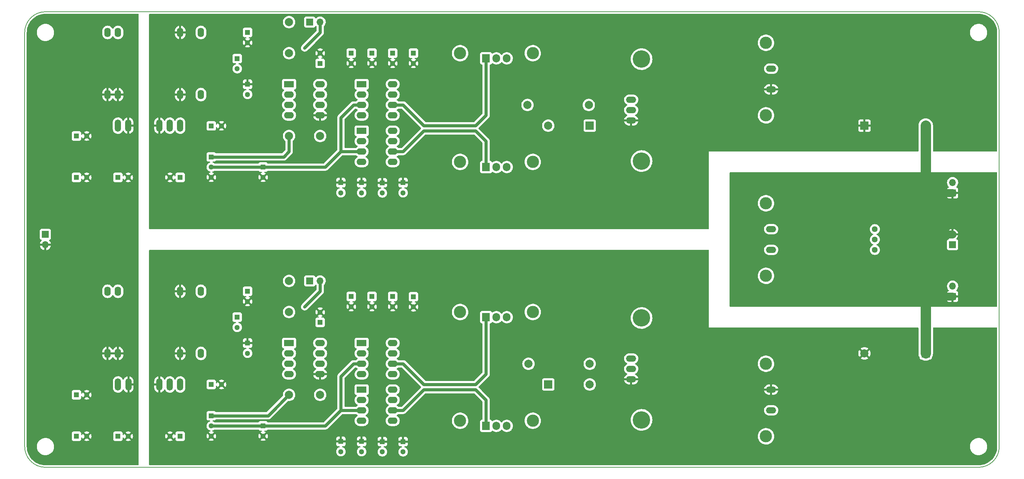
<source format=gbr>
%TF.GenerationSoftware,KiCad,Pcbnew,6.0.4+dfsg-1+b1*%
%TF.CreationDate,2022-05-18T11:28:58-05:00*%
%TF.ProjectId,HV-pulse-generator,48562d70-756c-4736-952d-67656e657261,C*%
%TF.SameCoordinates,Original*%
%TF.FileFunction,Copper,L1,Top*%
%TF.FilePolarity,Positive*%
%FSLAX46Y46*%
G04 Gerber Fmt 4.6, Leading zero omitted, Abs format (unit mm)*
G04 Created by KiCad (PCBNEW 6.0.4+dfsg-1+b1) date 2022-05-18 11:28:58*
%MOMM*%
%LPD*%
G01*
G04 APERTURE LIST*
%TA.AperFunction,Profile*%
%ADD10C,0.150000*%
%TD*%
%TA.AperFunction,ComponentPad*%
%ADD11R,2.000000X2.000000*%
%TD*%
%TA.AperFunction,ComponentPad*%
%ADD12C,2.000000*%
%TD*%
%TA.AperFunction,ComponentPad*%
%ADD13R,1.700000X1.700000*%
%TD*%
%TA.AperFunction,ComponentPad*%
%ADD14O,1.700000X1.700000*%
%TD*%
%TA.AperFunction,ComponentPad*%
%ADD15O,2.499360X1.501140*%
%TD*%
%TA.AperFunction,ComponentPad*%
%ADD16C,3.000000*%
%TD*%
%TA.AperFunction,ComponentPad*%
%ADD17C,4.270000*%
%TD*%
%TA.AperFunction,ComponentPad*%
%ADD18R,2.400000X1.600000*%
%TD*%
%TA.AperFunction,ComponentPad*%
%ADD19O,2.400000X1.600000*%
%TD*%
%TA.AperFunction,ComponentPad*%
%ADD20C,1.440000*%
%TD*%
%TA.AperFunction,ComponentPad*%
%ADD21R,1.300000X1.300000*%
%TD*%
%TA.AperFunction,ComponentPad*%
%ADD22C,1.300000*%
%TD*%
%TA.AperFunction,ComponentPad*%
%ADD23C,1.998980*%
%TD*%
%TA.AperFunction,ComponentPad*%
%ADD24R,1.300480X1.300480*%
%TD*%
%TA.AperFunction,ComponentPad*%
%ADD25C,1.300480*%
%TD*%
%TA.AperFunction,ComponentPad*%
%ADD26O,1.501140X2.999740*%
%TD*%
%TA.AperFunction,ComponentPad*%
%ADD27O,1.600000X2.300000*%
%TD*%
%TA.AperFunction,ComponentPad*%
%ADD28R,1.905000X2.000000*%
%TD*%
%TA.AperFunction,ComponentPad*%
%ADD29O,1.905000X2.000000*%
%TD*%
%TA.AperFunction,ComponentPad*%
%ADD30R,1.998980X1.998980*%
%TD*%
%TA.AperFunction,ViaPad*%
%ADD31C,0.600000*%
%TD*%
%TA.AperFunction,Conductor*%
%ADD32C,0.762000*%
%TD*%
%TA.AperFunction,Conductor*%
%ADD33C,2.540000*%
%TD*%
%TA.AperFunction,Conductor*%
%ADD34C,1.905000*%
%TD*%
G04 APERTURE END LIST*
D10*
X20320000Y-127000000D02*
X20320000Y-25400000D01*
X259080000Y-25400000D02*
G75*
G03*
X254000000Y-20320000I-5080000J0D01*
G01*
X254000000Y-132080000D02*
G75*
G03*
X259080000Y-127000000I0J5080000D01*
G01*
X254000000Y-20320000D02*
X25400000Y-20320000D01*
X259080000Y-25400000D02*
X259080000Y-127000000D01*
X254000000Y-132080000D02*
X25400000Y-132080000D01*
X20320000Y-127000000D02*
G75*
G03*
X25400000Y-132080000I5080000J0D01*
G01*
X25400000Y-20320000D02*
G75*
G03*
X20320000Y-25400000I0J-5080000D01*
G01*
D11*
%TO.P,C6,1*%
%TO.N,/sheet5F874D32/COM*%
X226060000Y-48260000D03*
D12*
%TO.P,C6,2*%
%TO.N,GND*%
X241060000Y-48260000D03*
%TD*%
D11*
%TO.P,C29,1*%
%TO.N,GND*%
X241060000Y-104140000D03*
D12*
%TO.P,C29,2*%
%TO.N,/Sheet5F8C1FCD/COM*%
X226060000Y-104140000D03*
%TD*%
D13*
%TO.P,J3,1*%
%TO.N,+24V*%
X25400000Y-74930000D03*
D14*
%TO.P,J3,2*%
%TO.N,GNDPWR*%
X25400000Y-77470000D03*
%TD*%
D13*
%TO.P,J4,1*%
%TO.N,Net-(J4-Pad1)*%
X247650000Y-77470000D03*
D14*
%TO.P,J4,2*%
%TO.N,GND*%
X247650000Y-74930000D03*
%TD*%
D15*
%TO.P,R1,1*%
%TO.N,/sheet5F874D32/COM*%
X203200000Y-39370000D03*
%TO.P,R1,2*%
%TO.N,+VDC*%
X203200000Y-34290000D03*
%TD*%
%TO.P,R5,1*%
%TO.N,Net-(R5-Pad1)*%
X203200000Y-78740000D03*
%TO.P,R5,2*%
%TO.N,Net-(Q2-Pad2)*%
X203200000Y-73660000D03*
%TD*%
%TO.P,R9,1*%
%TO.N,-VDC*%
X203200000Y-118110000D03*
%TO.P,R9,2*%
%TO.N,/Sheet5F8C1FCD/COM*%
X203200000Y-113030000D03*
%TD*%
D16*
%TO.P,REF\u002A\u002A,1*%
%TO.N,N/C*%
X201930000Y-27930000D03*
X201930000Y-45730000D03*
%TD*%
%TO.P,REF\u002A\u002A,1*%
%TO.N,N/C*%
X201930000Y-106670000D03*
X201930000Y-124470000D03*
%TD*%
%TO.P,REF\u002A\u002A,1*%
%TO.N,N/C*%
X144790000Y-93980000D03*
X126990000Y-93980000D03*
%TD*%
D17*
%TO.P,REF\u002A\u002A,1*%
%TO.N,N/C*%
X171450000Y-95450000D03*
X171450000Y-120450000D03*
%TD*%
D18*
%TO.P,U1,1*%
%TO.N,N/C*%
X102870000Y-101600000D03*
D19*
%TO.P,U1,2*%
%TO.N,Net-(R2-Pad1)*%
X102870000Y-104140000D03*
%TO.P,U1,3*%
%TO.N,/Sheet5F8C1FCD/+2P5V*%
X102870000Y-106680000D03*
%TO.P,U1,4*%
%TO.N,/Sheet5F8C1FCD/-15V*%
X102870000Y-109220000D03*
%TO.P,U1,5*%
%TO.N,N/C*%
X110490000Y-109220000D03*
%TO.P,U1,6*%
%TO.N,Net-(Q1-Pad1)*%
X110490000Y-106680000D03*
%TO.P,U1,7*%
%TO.N,/Sheet5F8C1FCD/+15V*%
X110490000Y-104140000D03*
%TO.P,U1,8*%
%TO.N,N/C*%
X110490000Y-101600000D03*
%TD*%
D18*
%TO.P,U2,1*%
%TO.N,Net-(R3-Pad1)*%
X85090000Y-101600000D03*
D19*
%TO.P,U2,2*%
%TO.N,/Sheet5F8C1FCD/TTL-*%
X85090000Y-104140000D03*
%TO.P,U2,3*%
%TO.N,N/C*%
X85090000Y-106680000D03*
%TO.P,U2,4*%
X85090000Y-109220000D03*
%TO.P,U2,5*%
%TO.N,/Sheet5F8C1FCD/COM*%
X92710000Y-109220000D03*
%TO.P,U2,6*%
%TO.N,N/C*%
X92710000Y-106680000D03*
%TO.P,U2,7*%
%TO.N,Net-(R2-Pad1)*%
X92710000Y-104140000D03*
%TO.P,U2,8*%
%TO.N,/Sheet5F8C1FCD/+5V*%
X92710000Y-101600000D03*
%TD*%
D20*
%TO.P,RTUNE1,1*%
%TO.N,N/C*%
X228600000Y-73660000D03*
%TO.P,RTUNE1,2*%
%TO.N,Net-(R5-Pad1)*%
X228600000Y-76200000D03*
%TO.P,RTUNE1,3*%
%TO.N,Net-(J4-Pad1)*%
X228600000Y-78740000D03*
%TD*%
D21*
%TO.P,C4,1*%
%TO.N,/Sheet5F8C1FCD/+15V*%
X100330000Y-90170000D03*
D22*
%TO.P,C4,2*%
%TO.N,/Sheet5F8C1FCD/COM*%
X100330000Y-92670000D03*
%TD*%
D21*
%TO.P,C12,1*%
%TO.N,/Sheet5F8C1FCD/COM*%
X107950000Y-125770000D03*
D22*
%TO.P,C12,2*%
%TO.N,/Sheet5F8C1FCD/-15V*%
X107950000Y-128270000D03*
%TD*%
D21*
%TO.P,C17,1*%
%TO.N,/Sheet5F8C1FCD/+5V*%
X66040000Y-111760000D03*
D22*
%TO.P,C17,2*%
%TO.N,/Sheet5F8C1FCD/COM*%
X68540000Y-111760000D03*
%TD*%
D21*
%TO.P,C14,1*%
%TO.N,/Sheet5F8C1FCD/COM*%
X113030000Y-125770000D03*
D22*
%TO.P,C14,2*%
%TO.N,/Sheet5F8C1FCD/-15V*%
X113030000Y-128270000D03*
%TD*%
D21*
%TO.P,C16,1*%
%TO.N,/Sheet5F8C1FCD/+15V*%
X72390000Y-95250000D03*
D22*
%TO.P,C16,2*%
%TO.N,/Sheet5F8C1FCD/-15V*%
X72390000Y-97750000D03*
%TD*%
D21*
%TO.P,C1,1*%
%TO.N,/Sheet5F8C1FCD/+5V*%
X92710000Y-96520000D03*
D22*
%TO.P,C1,2*%
%TO.N,/Sheet5F8C1FCD/COM*%
X92710000Y-94020000D03*
%TD*%
D21*
%TO.P,C13,1*%
%TO.N,/Sheet5F8C1FCD/COM*%
X97790000Y-125730000D03*
D22*
%TO.P,C13,2*%
%TO.N,/Sheet5F8C1FCD/-15V*%
X97790000Y-128230000D03*
%TD*%
D21*
%TO.P,C2,1*%
%TO.N,/Sheet5F8C1FCD/COM*%
X102870000Y-125730000D03*
D22*
%TO.P,C2,2*%
%TO.N,/Sheet5F8C1FCD/-15V*%
X102870000Y-128230000D03*
%TD*%
D21*
%TO.P,C5,1*%
%TO.N,/Sheet5F8C1FCD/+15V*%
X115570000Y-90210000D03*
D22*
%TO.P,C5,2*%
%TO.N,/Sheet5F8C1FCD/COM*%
X115570000Y-92710000D03*
%TD*%
D21*
%TO.P,C3,1*%
%TO.N,/Sheet5F8C1FCD/+15V*%
X74930000Y-88900000D03*
D22*
%TO.P,C3,2*%
%TO.N,/Sheet5F8C1FCD/COM*%
X74930000Y-91400000D03*
%TD*%
D21*
%TO.P,C8,1*%
%TO.N,/Sheet5F8C1FCD/+5V*%
X58420000Y-124460000D03*
D22*
%TO.P,C8,2*%
%TO.N,/Sheet5F8C1FCD/COM*%
X55920000Y-124460000D03*
%TD*%
D21*
%TO.P,C9,1*%
%TO.N,+24V*%
X43180000Y-124460000D03*
D22*
%TO.P,C9,2*%
%TO.N,GNDPWR*%
X45680000Y-124460000D03*
%TD*%
D21*
%TO.P,C11,1*%
%TO.N,/Sheet5F8C1FCD/COM*%
X74930000Y-101600000D03*
D22*
%TO.P,C11,2*%
%TO.N,/Sheet5F8C1FCD/-15V*%
X74930000Y-104100000D03*
%TD*%
D21*
%TO.P,C15,1*%
%TO.N,+24V*%
X33020000Y-124460000D03*
D22*
%TO.P,C15,2*%
%TO.N,GNDPWR*%
X35520000Y-124460000D03*
%TD*%
D21*
%TO.P,C18,1*%
%TO.N,/Sheet5F8C1FCD/+2P5V*%
X78740000Y-121920000D03*
D22*
%TO.P,C18,2*%
%TO.N,/Sheet5F8C1FCD/COM*%
X78740000Y-124420000D03*
%TD*%
D21*
%TO.P,C19,1*%
%TO.N,+24V*%
X33020000Y-114300000D03*
D22*
%TO.P,C19,2*%
%TO.N,GNDPWR*%
X35520000Y-114300000D03*
%TD*%
D23*
%TO.P,R2,1*%
%TO.N,Net-(R2-Pad1)*%
X92710000Y-114300000D03*
%TO.P,R2,2*%
%TO.N,/Sheet5F8C1FCD/+5V*%
X85090000Y-114300000D03*
%TD*%
%TO.P,R3,1*%
%TO.N,Net-(R3-Pad1)*%
X85090000Y-93980000D03*
%TO.P,R3,2*%
%TO.N,/Sheet5F8C1FCD/TTL+*%
X85090000Y-86360000D03*
%TD*%
D24*
%TO.P,U4,1*%
%TO.N,/Sheet5F8C1FCD/+5V*%
X66040000Y-119418100D03*
D25*
%TO.P,U4,2*%
%TO.N,/Sheet5F8C1FCD/+2P5V*%
X66040000Y-121920000D03*
%TO.P,U4,3*%
%TO.N,/Sheet5F8C1FCD/COM*%
X66040000Y-124416820D03*
%TD*%
D24*
%TO.P,U8,1*%
%TO.N,/sheet5F874D32/+5V*%
X66040000Y-55918100D03*
D25*
%TO.P,U8,2*%
%TO.N,/sheet5F874D32/+2P5V*%
X66040000Y-58420000D03*
%TO.P,U8,3*%
%TO.N,/sheet5F874D32/COM*%
X66040000Y-60916820D03*
%TD*%
D15*
%TO.P,Q5,1*%
%TO.N,/Sheet5F8C1FCD/COM*%
X168910000Y-110490000D03*
%TO.P,Q5,2*%
%TO.N,Net-(Q2-Pad2)*%
X168910000Y-107950000D03*
%TO.P,Q5,3*%
%TO.N,Net-(D1-Pad2)*%
X168910000Y-105410000D03*
%TD*%
%TO.P,Q2,1*%
%TO.N,/sheet5F874D32/COM*%
X168910000Y-46990000D03*
%TO.P,Q2,2*%
%TO.N,Net-(Q2-Pad2)*%
X168910000Y-44450000D03*
%TO.P,Q2,3*%
%TO.N,Net-(D2-Pad1)*%
X168910000Y-41910000D03*
%TD*%
D17*
%TO.P,REF\u002A\u002A,1*%
%TO.N,N/C*%
X171450000Y-56950000D03*
X171450000Y-31950000D03*
%TD*%
D21*
%TO.P,C36,1*%
%TO.N,/sheet5F874D32/+5V*%
X66040000Y-48300000D03*
D22*
%TO.P,C36,2*%
%TO.N,/sheet5F874D32/COM*%
X68540000Y-48300000D03*
%TD*%
D26*
%TO.P,P1,1*%
%TO.N,+24V*%
X43180000Y-111760000D03*
%TO.P,P1,2*%
%TO.N,GNDPWR*%
X45730160Y-111760000D03*
%TO.P,P1,5*%
%TO.N,/Sheet5F8C1FCD/COM*%
X53329800Y-111760000D03*
%TO.P,P1,6*%
%TO.N,N/C*%
X55880000Y-111760000D03*
%TO.P,P1,7*%
%TO.N,/Sheet5F8C1FCD/+5V*%
X58420000Y-111760000D03*
%TD*%
D13*
%TO.P,J5,1*%
%TO.N,/Sheet5F8C1FCD/TTL+*%
X90170000Y-86360000D03*
D14*
%TO.P,J5,2*%
%TO.N,/Sheet5F8C1FCD/TTL-*%
X92710000Y-86360000D03*
%TD*%
D16*
%TO.P,REF\u002A\u002A,1*%
%TO.N,N/C*%
X201930000Y-85100000D03*
X201930000Y-67300000D03*
%TD*%
D18*
%TO.P,U3,1*%
%TO.N,N/C*%
X102870000Y-113030000D03*
D19*
%TO.P,U3,2*%
%TO.N,Net-(R2-Pad1)*%
X102870000Y-115570000D03*
%TO.P,U3,3*%
%TO.N,/Sheet5F8C1FCD/+2P5V*%
X102870000Y-118110000D03*
%TO.P,U3,4*%
%TO.N,/Sheet5F8C1FCD/-15V*%
X102870000Y-120650000D03*
%TO.P,U3,5*%
%TO.N,N/C*%
X110490000Y-120650000D03*
%TO.P,U3,6*%
%TO.N,Net-(Q3-Pad1)*%
X110490000Y-118110000D03*
%TO.P,U3,7*%
%TO.N,/Sheet5F8C1FCD/+15V*%
X110490000Y-115570000D03*
%TO.P,U3,8*%
%TO.N,N/C*%
X110490000Y-113030000D03*
%TD*%
D27*
%TO.P,P2,2*%
%TO.N,GNDPWR*%
X40640000Y-104140000D03*
%TO.P,P2,3*%
X43180000Y-104140000D03*
%TO.P,P2,9*%
%TO.N,/Sheet5F8C1FCD/COM*%
X58420000Y-104140000D03*
%TO.P,P2,11*%
%TO.N,/Sheet5F8C1FCD/-15V*%
X63500000Y-104140000D03*
%TO.P,P2,14*%
%TO.N,/Sheet5F8C1FCD/+15V*%
X63500000Y-88900000D03*
%TO.P,P2,16*%
%TO.N,/Sheet5F8C1FCD/COM*%
X58420000Y-88900000D03*
%TO.P,P2,22*%
%TO.N,+24V*%
X43180000Y-88900000D03*
%TO.P,P2,23*%
X40640000Y-88900000D03*
%TD*%
D21*
%TO.P,C7,1*%
%TO.N,/Sheet5F8C1FCD/+15V*%
X105410000Y-90170000D03*
D22*
%TO.P,C7,2*%
%TO.N,/Sheet5F8C1FCD/COM*%
X105410000Y-92670000D03*
%TD*%
D21*
%TO.P,C10,1*%
%TO.N,/Sheet5F8C1FCD/+15V*%
X110490000Y-90170000D03*
D22*
%TO.P,C10,2*%
%TO.N,/Sheet5F8C1FCD/COM*%
X110490000Y-92670000D03*
%TD*%
D28*
%TO.P,Q1,1*%
%TO.N,Net-(Q1-Pad1)*%
X133350000Y-95250000D03*
D29*
%TO.P,Q1,2*%
%TO.N,/Sheet5F8C1FCD/GATE*%
X135890000Y-95250000D03*
%TO.P,Q1,3*%
%TO.N,/Sheet5F8C1FCD/+15V*%
X138430000Y-95250000D03*
%TD*%
D28*
%TO.P,Q3,1*%
%TO.N,Net-(Q3-Pad1)*%
X133350000Y-121920000D03*
D29*
%TO.P,Q3,2*%
%TO.N,/Sheet5F8C1FCD/GATE*%
X135890000Y-121920000D03*
%TO.P,Q3,3*%
%TO.N,/Sheet5F8C1FCD/-15V*%
X138430000Y-121920000D03*
%TD*%
D30*
%TO.P,D1,1*%
%TO.N,/Sheet5F8C1FCD/GATE*%
X148590000Y-111760000D03*
D23*
%TO.P,D1,2*%
%TO.N,Net-(D1-Pad2)*%
X158750000Y-111760000D03*
%TD*%
%TO.P,R4,1*%
%TO.N,Net-(D1-Pad2)*%
X158750000Y-106680000D03*
%TO.P,R4,2*%
%TO.N,/Sheet5F8C1FCD/GATE*%
X143750000Y-106680000D03*
%TD*%
D13*
%TO.P,J1.2,1*%
%TO.N,GND*%
X247650000Y-90170000D03*
D14*
%TO.P,J1.2,2*%
%TO.N,-VDC*%
X247650000Y-87630000D03*
%TD*%
D13*
%TO.P,J1.1,1*%
%TO.N,GND*%
X247650000Y-64770000D03*
D14*
%TO.P,J1.1,2*%
%TO.N,+VDC*%
X247650000Y-62230000D03*
%TD*%
D21*
%TO.P,C20,1*%
%TO.N,/sheet5F874D32/+5V*%
X92710000Y-32980000D03*
D22*
%TO.P,C20,2*%
%TO.N,/sheet5F874D32/COM*%
X92710000Y-30480000D03*
%TD*%
D21*
%TO.P,C21,1*%
%TO.N,/sheet5F874D32/COM*%
X113030000Y-62230000D03*
D22*
%TO.P,C21,2*%
%TO.N,/sheet5F874D32/-15V*%
X113030000Y-64730000D03*
%TD*%
D21*
%TO.P,C23,1*%
%TO.N,/sheet5F874D32/+15V*%
X105410000Y-30480000D03*
D22*
%TO.P,C23,2*%
%TO.N,/sheet5F874D32/COM*%
X105410000Y-32980000D03*
%TD*%
D21*
%TO.P,C24,1*%
%TO.N,/sheet5F874D32/+15V*%
X110490000Y-30480000D03*
D22*
%TO.P,C24,2*%
%TO.N,/sheet5F874D32/COM*%
X110490000Y-32980000D03*
%TD*%
D21*
%TO.P,C25,1*%
%TO.N,/sheet5F874D32/+15V*%
X115570000Y-30480000D03*
D22*
%TO.P,C25,2*%
%TO.N,/sheet5F874D32/COM*%
X115570000Y-32980000D03*
%TD*%
D21*
%TO.P,C28,1*%
%TO.N,/sheet5F874D32/+15V*%
X100330000Y-30480000D03*
D22*
%TO.P,C28,2*%
%TO.N,/sheet5F874D32/COM*%
X100330000Y-32980000D03*
%TD*%
D13*
%TO.P,J2,1*%
%TO.N,/sheet5F874D32/TTL+*%
X90170000Y-22860000D03*
D14*
%TO.P,J2,2*%
%TO.N,/sheet5F874D32/TTL-*%
X92710000Y-22860000D03*
%TD*%
D21*
%TO.P,C34,1*%
%TO.N,+24V*%
X33020000Y-60960000D03*
D22*
%TO.P,C34,2*%
%TO.N,GNDPWR*%
X35520000Y-60960000D03*
%TD*%
D28*
%TO.P,Q4,1*%
%TO.N,Net-(Q4-Pad1)*%
X133350000Y-31750000D03*
D29*
%TO.P,Q4,2*%
%TO.N,/sheet5F874D32/GATE*%
X135890000Y-31750000D03*
%TO.P,Q4,3*%
%TO.N,/sheet5F874D32/+15V*%
X138430000Y-31750000D03*
%TD*%
D21*
%TO.P,C37,1*%
%TO.N,/sheet5F874D32/+2P5V*%
X78740000Y-58420000D03*
D22*
%TO.P,C37,2*%
%TO.N,/sheet5F874D32/COM*%
X78740000Y-60920000D03*
%TD*%
D21*
%TO.P,C30,1*%
%TO.N,/sheet5F874D32/COM*%
X74930000Y-38100000D03*
D22*
%TO.P,C30,2*%
%TO.N,/sheet5F874D32/-15V*%
X74930000Y-40600000D03*
%TD*%
D21*
%TO.P,C33,1*%
%TO.N,/sheet5F874D32/COM*%
X102870000Y-62230000D03*
D22*
%TO.P,C33,2*%
%TO.N,/sheet5F874D32/-15V*%
X102870000Y-64730000D03*
%TD*%
D21*
%TO.P,C35,1*%
%TO.N,/sheet5F874D32/+15V*%
X72390000Y-31790000D03*
D22*
%TO.P,C35,2*%
%TO.N,/sheet5F874D32/-15V*%
X72390000Y-34290000D03*
%TD*%
D23*
%TO.P,R7,1*%
%TO.N,Net-(R7-Pad1)*%
X85090000Y-30480000D03*
%TO.P,R7,2*%
%TO.N,/sheet5F874D32/TTL+*%
X85090000Y-22860000D03*
%TD*%
D16*
%TO.P,REF\u002A\u002A,1*%
%TO.N,N/C*%
X126990000Y-30480000D03*
X144790000Y-30480000D03*
%TD*%
%TO.P,REF\u002A\u002A,1*%
%TO.N,N/C*%
X126990000Y-57150000D03*
X144790000Y-57150000D03*
%TD*%
D18*
%TO.P,U5,1*%
%TO.N,N/C*%
X102870000Y-38100000D03*
D19*
%TO.P,U5,2*%
%TO.N,Net-(R6-Pad1)*%
X102870000Y-40640000D03*
%TO.P,U5,3*%
%TO.N,/sheet5F874D32/+2P5V*%
X102870000Y-43180000D03*
%TO.P,U5,4*%
%TO.N,/sheet5F874D32/-15V*%
X102870000Y-45720000D03*
%TO.P,U5,5*%
%TO.N,N/C*%
X110490000Y-45720000D03*
%TO.P,U5,6*%
%TO.N,Net-(Q4-Pad1)*%
X110490000Y-43180000D03*
%TO.P,U5,7*%
%TO.N,/sheet5F874D32/+15V*%
X110490000Y-40640000D03*
%TO.P,U5,8*%
%TO.N,N/C*%
X110490000Y-38100000D03*
%TD*%
D18*
%TO.P,U7,1*%
%TO.N,N/C*%
X102870000Y-49530000D03*
D19*
%TO.P,U7,2*%
%TO.N,Net-(R6-Pad1)*%
X102870000Y-52070000D03*
%TO.P,U7,3*%
%TO.N,/sheet5F874D32/+2P5V*%
X102870000Y-54610000D03*
%TO.P,U7,4*%
%TO.N,/sheet5F874D32/-15V*%
X102870000Y-57150000D03*
%TO.P,U7,5*%
%TO.N,N/C*%
X110490000Y-57150000D03*
%TO.P,U7,6*%
%TO.N,Net-(Q6-Pad1)*%
X110490000Y-54610000D03*
%TO.P,U7,7*%
%TO.N,/sheet5F874D32/+15V*%
X110490000Y-52070000D03*
%TO.P,U7,8*%
%TO.N,N/C*%
X110490000Y-49530000D03*
%TD*%
D28*
%TO.P,Q6,1*%
%TO.N,Net-(Q6-Pad1)*%
X133350000Y-58420000D03*
D29*
%TO.P,Q6,2*%
%TO.N,/sheet5F874D32/GATE*%
X135890000Y-58420000D03*
%TO.P,Q6,3*%
%TO.N,/sheet5F874D32/-15V*%
X138430000Y-58420000D03*
%TD*%
D26*
%TO.P,P3,1*%
%TO.N,+24V*%
X43169840Y-48260000D03*
%TO.P,P3,2*%
%TO.N,GNDPWR*%
X45720000Y-48260000D03*
%TO.P,P3,5*%
%TO.N,/sheet5F874D32/COM*%
X53319640Y-48260000D03*
%TO.P,P3,6*%
%TO.N,N/C*%
X55869840Y-48260000D03*
%TO.P,P3,7*%
%TO.N,/sheet5F874D32/+5V*%
X58409840Y-48260000D03*
%TD*%
D23*
%TO.P,R6,1*%
%TO.N,Net-(R6-Pad1)*%
X92710000Y-50800000D03*
%TO.P,R6,2*%
%TO.N,/sheet5F874D32/+5V*%
X85090000Y-50800000D03*
%TD*%
D21*
%TO.P,C38,1*%
%TO.N,+24V*%
X33020000Y-50800000D03*
D22*
%TO.P,C38,2*%
%TO.N,GNDPWR*%
X35520000Y-50800000D03*
%TD*%
D18*
%TO.P,U6,1*%
%TO.N,Net-(R7-Pad1)*%
X85090000Y-38100000D03*
D19*
%TO.P,U6,2*%
%TO.N,/sheet5F874D32/TTL-*%
X85090000Y-40640000D03*
%TO.P,U6,3*%
%TO.N,N/C*%
X85090000Y-43180000D03*
%TO.P,U6,4*%
X85090000Y-45720000D03*
%TO.P,U6,5*%
%TO.N,/sheet5F874D32/COM*%
X92710000Y-45720000D03*
%TO.P,U6,6*%
%TO.N,N/C*%
X92710000Y-43180000D03*
%TO.P,U6,7*%
%TO.N,Net-(R6-Pad1)*%
X92710000Y-40640000D03*
%TO.P,U6,8*%
%TO.N,/sheet5F874D32/+5V*%
X92710000Y-38100000D03*
%TD*%
D21*
%TO.P,C26,1*%
%TO.N,/sheet5F874D32/+5V*%
X58420000Y-60960000D03*
D22*
%TO.P,C26,2*%
%TO.N,/sheet5F874D32/COM*%
X55920000Y-60960000D03*
%TD*%
D27*
%TO.P,P4,2*%
%TO.N,GNDPWR*%
X40640000Y-40640000D03*
%TO.P,P4,3*%
X43180000Y-40640000D03*
%TO.P,P4,9*%
%TO.N,/sheet5F874D32/COM*%
X58420000Y-40640000D03*
%TO.P,P4,11*%
%TO.N,/sheet5F874D32/-15V*%
X63500000Y-40640000D03*
%TO.P,P4,14*%
%TO.N,/sheet5F874D32/+15V*%
X63500000Y-25400000D03*
%TO.P,P4,16*%
%TO.N,/sheet5F874D32/COM*%
X58420000Y-25400000D03*
%TO.P,P4,22*%
%TO.N,+24V*%
X43180000Y-25400000D03*
%TO.P,P4,23*%
X40640000Y-25400000D03*
%TD*%
D21*
%TO.P,C31,1*%
%TO.N,/sheet5F874D32/COM*%
X107950000Y-62270000D03*
D22*
%TO.P,C31,2*%
%TO.N,/sheet5F874D32/-15V*%
X107950000Y-64770000D03*
%TD*%
D21*
%TO.P,C32,1*%
%TO.N,/sheet5F874D32/COM*%
X97790000Y-62230000D03*
D22*
%TO.P,C32,2*%
%TO.N,/sheet5F874D32/-15V*%
X97790000Y-64730000D03*
%TD*%
D21*
%TO.P,C22,1*%
%TO.N,/sheet5F874D32/+15V*%
X74930000Y-25400000D03*
D22*
%TO.P,C22,2*%
%TO.N,/sheet5F874D32/COM*%
X74930000Y-27900000D03*
%TD*%
D21*
%TO.P,C27,1*%
%TO.N,+24V*%
X43180000Y-60960000D03*
D22*
%TO.P,C27,2*%
%TO.N,GNDPWR*%
X45680000Y-60960000D03*
%TD*%
D23*
%TO.P,R8,1*%
%TO.N,/sheet5F874D32/GATE*%
X143510000Y-43180000D03*
%TO.P,R8,2*%
%TO.N,Net-(D2-Pad1)*%
X158510000Y-43180000D03*
%TD*%
D30*
%TO.P,D2,1*%
%TO.N,Net-(D2-Pad1)*%
X158750000Y-48262540D03*
D23*
%TO.P,D2,2*%
%TO.N,/sheet5F874D32/GATE*%
X148590000Y-48262540D03*
%TD*%
D16*
%TO.P,REF\u002A\u002A,1*%
%TO.N,N/C*%
X144790000Y-120650000D03*
X126990000Y-120650000D03*
%TD*%
D31*
%TO.N,/sheet5F874D32/TTL-*%
X88900000Y-29210000D03*
%TO.N,/Sheet5F8C1FCD/TTL-*%
X88900000Y-92710000D03*
%TD*%
D32*
%TO.N,GND*%
X241060000Y-90410000D02*
X241300000Y-90170000D01*
D33*
X241060000Y-73900000D02*
X241060000Y-90410000D01*
D34*
X247650000Y-74930000D02*
X242090000Y-74930000D01*
D32*
X241060000Y-65010000D02*
X241300000Y-64770000D01*
X242090000Y-74930000D02*
X241060000Y-73900000D01*
D33*
X241060000Y-90410000D02*
X241060000Y-104140000D01*
X241060000Y-66280000D02*
X241060000Y-73900000D01*
X241060000Y-65010000D02*
X241060000Y-66280000D01*
D34*
X241300000Y-90170000D02*
X247650000Y-90170000D01*
D32*
X241060000Y-66280000D02*
X241300000Y-66040000D01*
D33*
X241060000Y-48260000D02*
X241060000Y-65010000D01*
D34*
X241300000Y-64770000D02*
X247650000Y-64770000D01*
D32*
%TO.N,/sheet5F874D32/TTL-*%
X92710000Y-25400000D02*
X92710000Y-22860000D01*
X88900000Y-29210000D02*
X92710000Y-25400000D01*
%TO.N,/Sheet5F8C1FCD/TTL-*%
X92710000Y-88900000D02*
X92710000Y-86360000D01*
X88900000Y-92710000D02*
X92710000Y-88900000D01*
%TO.N,/Sheet5F8C1FCD/+2P5V*%
X97790000Y-109798000D02*
X100908000Y-106680000D01*
X66040000Y-121920000D02*
X78740000Y-121920000D01*
X93980000Y-121920000D02*
X97790000Y-118110000D01*
X78740000Y-121920000D02*
X93980000Y-121920000D01*
X100908000Y-106680000D02*
X102870000Y-106680000D01*
X97790000Y-118110000D02*
X97790000Y-109798000D01*
X97790000Y-118110000D02*
X102870000Y-118110000D01*
%TO.N,/sheet5F874D32/+2P5V*%
X97790000Y-54610000D02*
X97790000Y-46298000D01*
X97790000Y-46298000D02*
X100908000Y-43180000D01*
X100908000Y-43180000D02*
X102870000Y-43180000D01*
X93980000Y-58420000D02*
X97790000Y-54610000D01*
X97790000Y-54610000D02*
X102870000Y-54610000D01*
X78740000Y-58420000D02*
X93980000Y-58420000D01*
X66040000Y-58420000D02*
X78740000Y-58420000D01*
%TO.N,/Sheet5F8C1FCD/+5V*%
X66040000Y-119418100D02*
X79971900Y-119418100D01*
X79971900Y-119418100D02*
X85090000Y-114300000D01*
%TO.N,/sheet5F874D32/+5V*%
X83781900Y-55918100D02*
X85090000Y-54610000D01*
X85090000Y-54610000D02*
X85090000Y-50800000D01*
X66040000Y-55918100D02*
X83781900Y-55918100D01*
%TO.N,Net-(Q1-Pad1)*%
X110490000Y-106680000D02*
X113030000Y-106680000D01*
X133350000Y-109220000D02*
X133350000Y-95250000D01*
X113030000Y-106680000D02*
X118110000Y-111760000D01*
X130810000Y-111760000D02*
X133350000Y-109220000D01*
X118110000Y-111760000D02*
X130810000Y-111760000D01*
%TO.N,Net-(Q3-Pad1)*%
X110490000Y-118110000D02*
X113030000Y-118110000D01*
X113030000Y-118110000D02*
X118110000Y-113030000D01*
X118110000Y-113030000D02*
X130810000Y-113030000D01*
X130810000Y-113030000D02*
X133350000Y-115570000D01*
X133350000Y-115570000D02*
X133350000Y-121920000D01*
%TO.N,Net-(Q4-Pad1)*%
X130810000Y-48260000D02*
X133350000Y-45720000D01*
X133350000Y-45720000D02*
X133350000Y-31750000D01*
X118110000Y-48260000D02*
X130810000Y-48260000D01*
X113030000Y-43180000D02*
X118110000Y-48260000D01*
X110490000Y-43180000D02*
X113030000Y-43180000D01*
%TO.N,Net-(Q6-Pad1)*%
X133350000Y-52070000D02*
X133350000Y-58420000D01*
X130810000Y-49530000D02*
X133350000Y-52070000D01*
X118110000Y-49530000D02*
X130810000Y-49530000D01*
X113030000Y-54610000D02*
X118110000Y-49530000D01*
X110490000Y-54610000D02*
X113030000Y-54610000D01*
%TD*%
%TA.AperFunction,Conductor*%
%TO.N,/sheet5F874D32/COM*%
G36*
X253970018Y-20830000D02*
G01*
X253984851Y-20832310D01*
X253984855Y-20832310D01*
X253993724Y-20833691D01*
X254014183Y-20831016D01*
X254036008Y-20830072D01*
X254392937Y-20845656D01*
X254403886Y-20846614D01*
X254788379Y-20897233D01*
X254799205Y-20899142D01*
X255177822Y-20983080D01*
X255188439Y-20985925D01*
X255358702Y-21039608D01*
X255558302Y-21102542D01*
X255568615Y-21106295D01*
X255926932Y-21254715D01*
X255936876Y-21259353D01*
X256251766Y-21423274D01*
X256280867Y-21438423D01*
X256290386Y-21443918D01*
X256382861Y-21502831D01*
X256617468Y-21652292D01*
X256626472Y-21658597D01*
X256934138Y-21894678D01*
X256942558Y-21901743D01*
X257228483Y-22163744D01*
X257236252Y-22171513D01*
X257245103Y-22181172D01*
X257498257Y-22457442D01*
X257505322Y-22465862D01*
X257741403Y-22773528D01*
X257747708Y-22782532D01*
X257947811Y-23096631D01*
X257956081Y-23109613D01*
X257961576Y-23119132D01*
X258093193Y-23371964D01*
X258140643Y-23463115D01*
X258145285Y-23473068D01*
X258287215Y-23815716D01*
X258293702Y-23831377D01*
X258297458Y-23841698D01*
X258336816Y-23966525D01*
X258414075Y-24211561D01*
X258416920Y-24222178D01*
X258500858Y-24600795D01*
X258502767Y-24611621D01*
X258553386Y-24996114D01*
X258554344Y-25007063D01*
X258565521Y-25263049D01*
X258569603Y-25356552D01*
X258568223Y-25381429D01*
X258566309Y-25393724D01*
X258567473Y-25402626D01*
X258567473Y-25402628D01*
X258570436Y-25425283D01*
X258571500Y-25441621D01*
X258571500Y-54484000D01*
X258551498Y-54552121D01*
X258497842Y-54598614D01*
X258445500Y-54610000D01*
X242964500Y-54610000D01*
X242896379Y-54589998D01*
X242849886Y-54536342D01*
X242838500Y-54484000D01*
X242838500Y-48192892D01*
X242824612Y-48006000D01*
X242824243Y-48001036D01*
X242824242Y-48001032D01*
X242823897Y-47996384D01*
X242765557Y-47738559D01*
X242748505Y-47694709D01*
X242671442Y-47496542D01*
X242671441Y-47496540D01*
X242669749Y-47492189D01*
X242658465Y-47472445D01*
X242588766Y-47350498D01*
X242538578Y-47262687D01*
X242374925Y-47055094D01*
X242182385Y-46873970D01*
X242172613Y-46867191D01*
X241969026Y-46725958D01*
X241969021Y-46725955D01*
X241965188Y-46723296D01*
X241960997Y-46721229D01*
X241732294Y-46608445D01*
X241732291Y-46608444D01*
X241728106Y-46606380D01*
X241671150Y-46588148D01*
X241497487Y-46532558D01*
X241476347Y-46525791D01*
X241333825Y-46502580D01*
X241220053Y-46484051D01*
X241220052Y-46484051D01*
X241215441Y-46483300D01*
X241083281Y-46481570D01*
X240955798Y-46479901D01*
X240955795Y-46479901D01*
X240951121Y-46479840D01*
X240689192Y-46515486D01*
X240684702Y-46516795D01*
X240684696Y-46516796D01*
X240576732Y-46548265D01*
X240435410Y-46589457D01*
X240431163Y-46591415D01*
X240431160Y-46591416D01*
X240340950Y-46633004D01*
X240195348Y-46700127D01*
X240191439Y-46702690D01*
X239978195Y-46842499D01*
X239978190Y-46842503D01*
X239974282Y-46845065D01*
X239943529Y-46872513D01*
X239784500Y-47014452D01*
X239777067Y-47021086D01*
X239673730Y-47145335D01*
X239615861Y-47214916D01*
X239608036Y-47224324D01*
X239470901Y-47450314D01*
X239469095Y-47454622D01*
X239469094Y-47454623D01*
X239372799Y-47684262D01*
X239368677Y-47694091D01*
X239367526Y-47698623D01*
X239367525Y-47698626D01*
X239357038Y-47739918D01*
X239303608Y-47950301D01*
X239281500Y-48169856D01*
X239281500Y-54484000D01*
X239261498Y-54552121D01*
X239207842Y-54598614D01*
X239155500Y-54610000D01*
X187960000Y-54610000D01*
X187960000Y-73534000D01*
X187939998Y-73602121D01*
X187886342Y-73648614D01*
X187834000Y-73660000D01*
X50926000Y-73660000D01*
X50857879Y-73639998D01*
X50811386Y-73586342D01*
X50800000Y-73534000D01*
X50800000Y-64699544D01*
X96626936Y-64699544D01*
X96640861Y-64912006D01*
X96642282Y-64917602D01*
X96642283Y-64917607D01*
X96691851Y-65112777D01*
X96693272Y-65118372D01*
X96695689Y-65123615D01*
X96772753Y-65290780D01*
X96782411Y-65311731D01*
X96905296Y-65485609D01*
X97057809Y-65634181D01*
X97062605Y-65637386D01*
X97062608Y-65637388D01*
X97117673Y-65674181D01*
X97234843Y-65752471D01*
X97240146Y-65754749D01*
X97240149Y-65754751D01*
X97421991Y-65832876D01*
X97430470Y-65836519D01*
X97506316Y-65853681D01*
X97632501Y-65882234D01*
X97632506Y-65882235D01*
X97638138Y-65883509D01*
X97643909Y-65883736D01*
X97643911Y-65883736D01*
X97705252Y-65886146D01*
X97850891Y-65891869D01*
X97856600Y-65891041D01*
X97856604Y-65891041D01*
X98055890Y-65862145D01*
X98055894Y-65862144D01*
X98061605Y-65861316D01*
X98263223Y-65792876D01*
X98448993Y-65688840D01*
X98612693Y-65552693D01*
X98748840Y-65388993D01*
X98852876Y-65203223D01*
X98921316Y-65001605D01*
X98933496Y-64917607D01*
X98951337Y-64794561D01*
X98951337Y-64794559D01*
X98951869Y-64790891D01*
X98953463Y-64730000D01*
X98950664Y-64699544D01*
X101706936Y-64699544D01*
X101720861Y-64912006D01*
X101722282Y-64917602D01*
X101722283Y-64917607D01*
X101771851Y-65112777D01*
X101773272Y-65118372D01*
X101775689Y-65123615D01*
X101852753Y-65290780D01*
X101862411Y-65311731D01*
X101985296Y-65485609D01*
X102137809Y-65634181D01*
X102142605Y-65637386D01*
X102142608Y-65637388D01*
X102197673Y-65674181D01*
X102314843Y-65752471D01*
X102320146Y-65754749D01*
X102320149Y-65754751D01*
X102501991Y-65832876D01*
X102510470Y-65836519D01*
X102586316Y-65853681D01*
X102712501Y-65882234D01*
X102712506Y-65882235D01*
X102718138Y-65883509D01*
X102723909Y-65883736D01*
X102723911Y-65883736D01*
X102785252Y-65886146D01*
X102930891Y-65891869D01*
X102936600Y-65891041D01*
X102936604Y-65891041D01*
X103135890Y-65862145D01*
X103135894Y-65862144D01*
X103141605Y-65861316D01*
X103343223Y-65792876D01*
X103528993Y-65688840D01*
X103692693Y-65552693D01*
X103828840Y-65388993D01*
X103932876Y-65203223D01*
X104001316Y-65001605D01*
X104013496Y-64917607D01*
X104031337Y-64794561D01*
X104031337Y-64794559D01*
X104031869Y-64790891D01*
X104033213Y-64739544D01*
X106786936Y-64739544D01*
X106800861Y-64952006D01*
X106802282Y-64957602D01*
X106802283Y-64957607D01*
X106841692Y-65112777D01*
X106853272Y-65158372D01*
X106855689Y-65163615D01*
X106923509Y-65310728D01*
X106942411Y-65351731D01*
X107065296Y-65525609D01*
X107096887Y-65556384D01*
X107211602Y-65668134D01*
X107217809Y-65674181D01*
X107222605Y-65677386D01*
X107222608Y-65677388D01*
X107338391Y-65754751D01*
X107394843Y-65792471D01*
X107400146Y-65794749D01*
X107400149Y-65794751D01*
X107567627Y-65866705D01*
X107590470Y-65876519D01*
X107654649Y-65891041D01*
X107792501Y-65922234D01*
X107792506Y-65922235D01*
X107798138Y-65923509D01*
X107803909Y-65923736D01*
X107803911Y-65923736D01*
X107865252Y-65926146D01*
X108010891Y-65931869D01*
X108016600Y-65931041D01*
X108016604Y-65931041D01*
X108215890Y-65902145D01*
X108215894Y-65902144D01*
X108221605Y-65901316D01*
X108423223Y-65832876D01*
X108608993Y-65728840D01*
X108772693Y-65592693D01*
X108908840Y-65428993D01*
X109012876Y-65243223D01*
X109081316Y-65041605D01*
X109093496Y-64957607D01*
X109111337Y-64834561D01*
X109111337Y-64834559D01*
X109111869Y-64830891D01*
X109113463Y-64770000D01*
X109106989Y-64699544D01*
X111866936Y-64699544D01*
X111880861Y-64912006D01*
X111882282Y-64917602D01*
X111882283Y-64917607D01*
X111931851Y-65112777D01*
X111933272Y-65118372D01*
X111935689Y-65123615D01*
X112012753Y-65290780D01*
X112022411Y-65311731D01*
X112145296Y-65485609D01*
X112297809Y-65634181D01*
X112302605Y-65637386D01*
X112302608Y-65637388D01*
X112357673Y-65674181D01*
X112474843Y-65752471D01*
X112480146Y-65754749D01*
X112480149Y-65754751D01*
X112661991Y-65832876D01*
X112670470Y-65836519D01*
X112746316Y-65853681D01*
X112872501Y-65882234D01*
X112872506Y-65882235D01*
X112878138Y-65883509D01*
X112883909Y-65883736D01*
X112883911Y-65883736D01*
X112945252Y-65886146D01*
X113090891Y-65891869D01*
X113096600Y-65891041D01*
X113096604Y-65891041D01*
X113295890Y-65862145D01*
X113295894Y-65862144D01*
X113301605Y-65861316D01*
X113503223Y-65792876D01*
X113688993Y-65688840D01*
X113852693Y-65552693D01*
X113988840Y-65388993D01*
X114092876Y-65203223D01*
X114161316Y-65001605D01*
X114173496Y-64917607D01*
X114191337Y-64794561D01*
X114191337Y-64794559D01*
X114191869Y-64790891D01*
X114193463Y-64730000D01*
X114178185Y-64563730D01*
X114174510Y-64523730D01*
X114174509Y-64523727D01*
X114173981Y-64517976D01*
X114127467Y-64353052D01*
X114117754Y-64318611D01*
X114117753Y-64318609D01*
X114116186Y-64313052D01*
X114071997Y-64223444D01*
X114024570Y-64127273D01*
X114022015Y-64122092D01*
X113894622Y-63951491D01*
X113738271Y-63806963D01*
X113558201Y-63693347D01*
X113552841Y-63691209D01*
X113552838Y-63691207D01*
X113402000Y-63631029D01*
X113346140Y-63587208D01*
X113322840Y-63520144D01*
X113339496Y-63451129D01*
X113390820Y-63402074D01*
X113448690Y-63387999D01*
X113724669Y-63387999D01*
X113731490Y-63387629D01*
X113782352Y-63382105D01*
X113797604Y-63378479D01*
X113918054Y-63333324D01*
X113933649Y-63324786D01*
X114035724Y-63248285D01*
X114048285Y-63235724D01*
X114124786Y-63133649D01*
X114133324Y-63118054D01*
X114178478Y-62997606D01*
X114182105Y-62982351D01*
X114187631Y-62931486D01*
X114188000Y-62924672D01*
X114188000Y-62502115D01*
X114183525Y-62486876D01*
X114182135Y-62485671D01*
X114174452Y-62484000D01*
X111890116Y-62484000D01*
X111874877Y-62488475D01*
X111873672Y-62489865D01*
X111872001Y-62497548D01*
X111872001Y-62924669D01*
X111872371Y-62931490D01*
X111877895Y-62982352D01*
X111881521Y-62997604D01*
X111926676Y-63118054D01*
X111935214Y-63133649D01*
X112011715Y-63235724D01*
X112024276Y-63248285D01*
X112126351Y-63324786D01*
X112141946Y-63333324D01*
X112262394Y-63378478D01*
X112277649Y-63382105D01*
X112328514Y-63387631D01*
X112335328Y-63388000D01*
X112614704Y-63388000D01*
X112682825Y-63408002D01*
X112729318Y-63461658D01*
X112739422Y-63531932D01*
X112709928Y-63596512D01*
X112658315Y-63632211D01*
X112529116Y-63679875D01*
X112346134Y-63788739D01*
X112186054Y-63929125D01*
X112054238Y-64096333D01*
X112051549Y-64101444D01*
X112051547Y-64101447D01*
X112019640Y-64162092D01*
X111955100Y-64284762D01*
X111953386Y-64290283D01*
X111953384Y-64290287D01*
X111933895Y-64353052D01*
X111891961Y-64488102D01*
X111866936Y-64699544D01*
X109106989Y-64699544D01*
X109093981Y-64557976D01*
X109036186Y-64353052D01*
X109016461Y-64313052D01*
X108944570Y-64167273D01*
X108942015Y-64162092D01*
X108814622Y-63991491D01*
X108658271Y-63846963D01*
X108478201Y-63733347D01*
X108472841Y-63731209D01*
X108472838Y-63731207D01*
X108322000Y-63671029D01*
X108266140Y-63627208D01*
X108242840Y-63560144D01*
X108259496Y-63491129D01*
X108310820Y-63442074D01*
X108368690Y-63427999D01*
X108644669Y-63427999D01*
X108651490Y-63427629D01*
X108702352Y-63422105D01*
X108717604Y-63418479D01*
X108838054Y-63373324D01*
X108853649Y-63364786D01*
X108955724Y-63288285D01*
X108968285Y-63275724D01*
X109044786Y-63173649D01*
X109053324Y-63158054D01*
X109098478Y-63037606D01*
X109102105Y-63022351D01*
X109107631Y-62971486D01*
X109108000Y-62964672D01*
X109108000Y-62542115D01*
X109103525Y-62526876D01*
X109102135Y-62525671D01*
X109094452Y-62524000D01*
X106810116Y-62524000D01*
X106794877Y-62528475D01*
X106793672Y-62529865D01*
X106792001Y-62537548D01*
X106792001Y-62964669D01*
X106792371Y-62971490D01*
X106797895Y-63022352D01*
X106801521Y-63037604D01*
X106846676Y-63158054D01*
X106855214Y-63173649D01*
X106931715Y-63275724D01*
X106944276Y-63288285D01*
X107046351Y-63364786D01*
X107061946Y-63373324D01*
X107182394Y-63418478D01*
X107197649Y-63422105D01*
X107248514Y-63427631D01*
X107255328Y-63428000D01*
X107534704Y-63428000D01*
X107602825Y-63448002D01*
X107649318Y-63501658D01*
X107659422Y-63571932D01*
X107629928Y-63636512D01*
X107578315Y-63672211D01*
X107449116Y-63719875D01*
X107333367Y-63788739D01*
X107296139Y-63810888D01*
X107266134Y-63828739D01*
X107106054Y-63969125D01*
X106974238Y-64136333D01*
X106971549Y-64141444D01*
X106971547Y-64141447D01*
X106928406Y-64223444D01*
X106875100Y-64324762D01*
X106873386Y-64330283D01*
X106873384Y-64330287D01*
X106842343Y-64430256D01*
X106811961Y-64528102D01*
X106786936Y-64739544D01*
X104033213Y-64739544D01*
X104033463Y-64730000D01*
X104018185Y-64563730D01*
X104014510Y-64523730D01*
X104014509Y-64523727D01*
X104013981Y-64517976D01*
X103967467Y-64353052D01*
X103957754Y-64318611D01*
X103957753Y-64318609D01*
X103956186Y-64313052D01*
X103911997Y-64223444D01*
X103864570Y-64127273D01*
X103862015Y-64122092D01*
X103734622Y-63951491D01*
X103578271Y-63806963D01*
X103398201Y-63693347D01*
X103392841Y-63691209D01*
X103392838Y-63691207D01*
X103242000Y-63631029D01*
X103186140Y-63587208D01*
X103162840Y-63520144D01*
X103179496Y-63451129D01*
X103230820Y-63402074D01*
X103288690Y-63387999D01*
X103564669Y-63387999D01*
X103571490Y-63387629D01*
X103622352Y-63382105D01*
X103637604Y-63378479D01*
X103758054Y-63333324D01*
X103773649Y-63324786D01*
X103875724Y-63248285D01*
X103888285Y-63235724D01*
X103964786Y-63133649D01*
X103973324Y-63118054D01*
X104018478Y-62997606D01*
X104022105Y-62982351D01*
X104027631Y-62931486D01*
X104028000Y-62924672D01*
X104028000Y-62502115D01*
X104023525Y-62486876D01*
X104022135Y-62485671D01*
X104014452Y-62484000D01*
X101730116Y-62484000D01*
X101714877Y-62488475D01*
X101713672Y-62489865D01*
X101712001Y-62497548D01*
X101712001Y-62924669D01*
X101712371Y-62931490D01*
X101717895Y-62982352D01*
X101721521Y-62997604D01*
X101766676Y-63118054D01*
X101775214Y-63133649D01*
X101851715Y-63235724D01*
X101864276Y-63248285D01*
X101966351Y-63324786D01*
X101981946Y-63333324D01*
X102102394Y-63378478D01*
X102117649Y-63382105D01*
X102168514Y-63387631D01*
X102175328Y-63388000D01*
X102454704Y-63388000D01*
X102522825Y-63408002D01*
X102569318Y-63461658D01*
X102579422Y-63531932D01*
X102549928Y-63596512D01*
X102498315Y-63632211D01*
X102369116Y-63679875D01*
X102186134Y-63788739D01*
X102026054Y-63929125D01*
X101894238Y-64096333D01*
X101891549Y-64101444D01*
X101891547Y-64101447D01*
X101859640Y-64162092D01*
X101795100Y-64284762D01*
X101793386Y-64290283D01*
X101793384Y-64290287D01*
X101773895Y-64353052D01*
X101731961Y-64488102D01*
X101706936Y-64699544D01*
X98950664Y-64699544D01*
X98938185Y-64563730D01*
X98934510Y-64523730D01*
X98934509Y-64523727D01*
X98933981Y-64517976D01*
X98887467Y-64353052D01*
X98877754Y-64318611D01*
X98877753Y-64318609D01*
X98876186Y-64313052D01*
X98831997Y-64223444D01*
X98784570Y-64127273D01*
X98782015Y-64122092D01*
X98654622Y-63951491D01*
X98498271Y-63806963D01*
X98318201Y-63693347D01*
X98312841Y-63691209D01*
X98312838Y-63691207D01*
X98162000Y-63631029D01*
X98106140Y-63587208D01*
X98082840Y-63520144D01*
X98099496Y-63451129D01*
X98150820Y-63402074D01*
X98208690Y-63387999D01*
X98484669Y-63387999D01*
X98491490Y-63387629D01*
X98542352Y-63382105D01*
X98557604Y-63378479D01*
X98678054Y-63333324D01*
X98693649Y-63324786D01*
X98795724Y-63248285D01*
X98808285Y-63235724D01*
X98884786Y-63133649D01*
X98893324Y-63118054D01*
X98938478Y-62997606D01*
X98942105Y-62982351D01*
X98947631Y-62931486D01*
X98948000Y-62924672D01*
X98948000Y-62502115D01*
X98943525Y-62486876D01*
X98942135Y-62485671D01*
X98934452Y-62484000D01*
X96650116Y-62484000D01*
X96634877Y-62488475D01*
X96633672Y-62489865D01*
X96632001Y-62497548D01*
X96632001Y-62924669D01*
X96632371Y-62931490D01*
X96637895Y-62982352D01*
X96641521Y-62997604D01*
X96686676Y-63118054D01*
X96695214Y-63133649D01*
X96771715Y-63235724D01*
X96784276Y-63248285D01*
X96886351Y-63324786D01*
X96901946Y-63333324D01*
X97022394Y-63378478D01*
X97037649Y-63382105D01*
X97088514Y-63387631D01*
X97095328Y-63388000D01*
X97374704Y-63388000D01*
X97442825Y-63408002D01*
X97489318Y-63461658D01*
X97499422Y-63531932D01*
X97469928Y-63596512D01*
X97418315Y-63632211D01*
X97289116Y-63679875D01*
X97106134Y-63788739D01*
X96946054Y-63929125D01*
X96814238Y-64096333D01*
X96811549Y-64101444D01*
X96811547Y-64101447D01*
X96779640Y-64162092D01*
X96715100Y-64284762D01*
X96713386Y-64290283D01*
X96713384Y-64290287D01*
X96693895Y-64353052D01*
X96651961Y-64488102D01*
X96626936Y-64699544D01*
X50800000Y-64699544D01*
X50800000Y-61937344D01*
X55307016Y-61937344D01*
X55316898Y-61949834D01*
X55360279Y-61978820D01*
X55370389Y-61984310D01*
X55555318Y-62063762D01*
X55566261Y-62067317D01*
X55762567Y-62111737D01*
X55773975Y-62113239D01*
X55975096Y-62121140D01*
X55986580Y-62120538D01*
X56185774Y-62091657D01*
X56196957Y-62088972D01*
X56387547Y-62024276D01*
X56398060Y-62019595D01*
X56524766Y-61948635D01*
X56534631Y-61938557D01*
X56531675Y-61930885D01*
X55932812Y-61332022D01*
X55918868Y-61324408D01*
X55917035Y-61324539D01*
X55910420Y-61328790D01*
X55313212Y-61925998D01*
X55307016Y-61937344D01*
X50800000Y-61937344D01*
X50800000Y-60935323D01*
X54757816Y-60935323D01*
X54770979Y-61136159D01*
X54772780Y-61147529D01*
X54822323Y-61342604D01*
X54826164Y-61353451D01*
X54910429Y-61536238D01*
X54916178Y-61546195D01*
X54929912Y-61565628D01*
X54940501Y-61574016D01*
X54953802Y-61566988D01*
X55547978Y-60972812D01*
X55554356Y-60961132D01*
X56284408Y-60961132D01*
X56284539Y-60962965D01*
X56288790Y-60969580D01*
X56886971Y-61567761D01*
X56899351Y-61574521D01*
X56905931Y-61569595D01*
X56979595Y-61438060D01*
X56984276Y-61427547D01*
X57016187Y-61333538D01*
X57057024Y-61275462D01*
X57122777Y-61248683D01*
X57192569Y-61261704D01*
X57244242Y-61310391D01*
X57261500Y-61374039D01*
X57261500Y-61658134D01*
X57268255Y-61720316D01*
X57319385Y-61856705D01*
X57406739Y-61973261D01*
X57523295Y-62060615D01*
X57659684Y-62111745D01*
X57721866Y-62118500D01*
X59118134Y-62118500D01*
X59180316Y-62111745D01*
X59316705Y-62060615D01*
X59433261Y-61973261D01*
X59492411Y-61894337D01*
X65426843Y-61894337D01*
X65436725Y-61906827D01*
X65480164Y-61935852D01*
X65490274Y-61941342D01*
X65675244Y-62020811D01*
X65686187Y-62024366D01*
X65882536Y-62068796D01*
X65893945Y-62070298D01*
X66095109Y-62078201D01*
X66106591Y-62077599D01*
X66305830Y-62048712D01*
X66317012Y-62046027D01*
X66507649Y-61981314D01*
X66518152Y-61976638D01*
X66644946Y-61905631D01*
X66653057Y-61897344D01*
X78127016Y-61897344D01*
X78136898Y-61909834D01*
X78180279Y-61938820D01*
X78190389Y-61944310D01*
X78375318Y-62023762D01*
X78386261Y-62027317D01*
X78582567Y-62071737D01*
X78593975Y-62073239D01*
X78795096Y-62081140D01*
X78806580Y-62080538D01*
X79005774Y-62051657D01*
X79016957Y-62048972D01*
X79167456Y-61997885D01*
X106792000Y-61997885D01*
X106796475Y-62013124D01*
X106797865Y-62014329D01*
X106805548Y-62016000D01*
X107677885Y-62016000D01*
X107693124Y-62011525D01*
X107694329Y-62010135D01*
X107696000Y-62002452D01*
X107696000Y-61997885D01*
X108204000Y-61997885D01*
X108208475Y-62013124D01*
X108209865Y-62014329D01*
X108217548Y-62016000D01*
X109089884Y-62016000D01*
X109105123Y-62011525D01*
X109106328Y-62010135D01*
X109107999Y-62002452D01*
X109107999Y-61957885D01*
X111872000Y-61957885D01*
X111876475Y-61973124D01*
X111877865Y-61974329D01*
X111885548Y-61976000D01*
X112757885Y-61976000D01*
X112773124Y-61971525D01*
X112774329Y-61970135D01*
X112776000Y-61962452D01*
X112776000Y-61957885D01*
X113284000Y-61957885D01*
X113288475Y-61973124D01*
X113289865Y-61974329D01*
X113297548Y-61976000D01*
X114169884Y-61976000D01*
X114185123Y-61971525D01*
X114186328Y-61970135D01*
X114187999Y-61962452D01*
X114187999Y-61535331D01*
X114187629Y-61528510D01*
X114182105Y-61477648D01*
X114178479Y-61462396D01*
X114133324Y-61341946D01*
X114124786Y-61326351D01*
X114048285Y-61224276D01*
X114035724Y-61211715D01*
X113933649Y-61135214D01*
X113918054Y-61126676D01*
X113797606Y-61081522D01*
X113782351Y-61077895D01*
X113731486Y-61072369D01*
X113724672Y-61072000D01*
X113302115Y-61072000D01*
X113286876Y-61076475D01*
X113285671Y-61077865D01*
X113284000Y-61085548D01*
X113284000Y-61957885D01*
X112776000Y-61957885D01*
X112776000Y-61090116D01*
X112771525Y-61074877D01*
X112770135Y-61073672D01*
X112762452Y-61072001D01*
X112335331Y-61072001D01*
X112328510Y-61072371D01*
X112277648Y-61077895D01*
X112262396Y-61081521D01*
X112141946Y-61126676D01*
X112126351Y-61135214D01*
X112024276Y-61211715D01*
X112011715Y-61224276D01*
X111935214Y-61326351D01*
X111926676Y-61341946D01*
X111881522Y-61462394D01*
X111877895Y-61477649D01*
X111872369Y-61528514D01*
X111872000Y-61535328D01*
X111872000Y-61957885D01*
X109107999Y-61957885D01*
X109107999Y-61575331D01*
X109107629Y-61568510D01*
X109102105Y-61517648D01*
X109098479Y-61502396D01*
X109053324Y-61381946D01*
X109044786Y-61366351D01*
X108968285Y-61264276D01*
X108955724Y-61251715D01*
X108853649Y-61175214D01*
X108838054Y-61166676D01*
X108717606Y-61121522D01*
X108702351Y-61117895D01*
X108651486Y-61112369D01*
X108644672Y-61112000D01*
X108222115Y-61112000D01*
X108206876Y-61116475D01*
X108205671Y-61117865D01*
X108204000Y-61125548D01*
X108204000Y-61997885D01*
X107696000Y-61997885D01*
X107696000Y-61130116D01*
X107691525Y-61114877D01*
X107690135Y-61113672D01*
X107682452Y-61112001D01*
X107255331Y-61112001D01*
X107248510Y-61112371D01*
X107197648Y-61117895D01*
X107182396Y-61121521D01*
X107061946Y-61166676D01*
X107046351Y-61175214D01*
X106944276Y-61251715D01*
X106931715Y-61264276D01*
X106855214Y-61366351D01*
X106846676Y-61381946D01*
X106801522Y-61502394D01*
X106797895Y-61517649D01*
X106792369Y-61568514D01*
X106792000Y-61575328D01*
X106792000Y-61997885D01*
X79167456Y-61997885D01*
X79207547Y-61984276D01*
X79218060Y-61979595D01*
X79256825Y-61957885D01*
X96632000Y-61957885D01*
X96636475Y-61973124D01*
X96637865Y-61974329D01*
X96645548Y-61976000D01*
X97517885Y-61976000D01*
X97533124Y-61971525D01*
X97534329Y-61970135D01*
X97536000Y-61962452D01*
X97536000Y-61957885D01*
X98044000Y-61957885D01*
X98048475Y-61973124D01*
X98049865Y-61974329D01*
X98057548Y-61976000D01*
X98929884Y-61976000D01*
X98945123Y-61971525D01*
X98946328Y-61970135D01*
X98947999Y-61962452D01*
X98947999Y-61957885D01*
X101712000Y-61957885D01*
X101716475Y-61973124D01*
X101717865Y-61974329D01*
X101725548Y-61976000D01*
X102597885Y-61976000D01*
X102613124Y-61971525D01*
X102614329Y-61970135D01*
X102616000Y-61962452D01*
X102616000Y-61957885D01*
X103124000Y-61957885D01*
X103128475Y-61973124D01*
X103129865Y-61974329D01*
X103137548Y-61976000D01*
X104009884Y-61976000D01*
X104025123Y-61971525D01*
X104026328Y-61970135D01*
X104027999Y-61962452D01*
X104027999Y-61535331D01*
X104027629Y-61528510D01*
X104022105Y-61477648D01*
X104018479Y-61462396D01*
X103973324Y-61341946D01*
X103964786Y-61326351D01*
X103888285Y-61224276D01*
X103875724Y-61211715D01*
X103773649Y-61135214D01*
X103758054Y-61126676D01*
X103637606Y-61081522D01*
X103622351Y-61077895D01*
X103571486Y-61072369D01*
X103564672Y-61072000D01*
X103142115Y-61072000D01*
X103126876Y-61076475D01*
X103125671Y-61077865D01*
X103124000Y-61085548D01*
X103124000Y-61957885D01*
X102616000Y-61957885D01*
X102616000Y-61090116D01*
X102611525Y-61074877D01*
X102610135Y-61073672D01*
X102602452Y-61072001D01*
X102175331Y-61072001D01*
X102168510Y-61072371D01*
X102117648Y-61077895D01*
X102102396Y-61081521D01*
X101981946Y-61126676D01*
X101966351Y-61135214D01*
X101864276Y-61211715D01*
X101851715Y-61224276D01*
X101775214Y-61326351D01*
X101766676Y-61341946D01*
X101721522Y-61462394D01*
X101717895Y-61477649D01*
X101712369Y-61528514D01*
X101712000Y-61535328D01*
X101712000Y-61957885D01*
X98947999Y-61957885D01*
X98947999Y-61535331D01*
X98947629Y-61528510D01*
X98942105Y-61477648D01*
X98938479Y-61462396D01*
X98893324Y-61341946D01*
X98884786Y-61326351D01*
X98808285Y-61224276D01*
X98795724Y-61211715D01*
X98693649Y-61135214D01*
X98678054Y-61126676D01*
X98557606Y-61081522D01*
X98542351Y-61077895D01*
X98491486Y-61072369D01*
X98484672Y-61072000D01*
X98062115Y-61072000D01*
X98046876Y-61076475D01*
X98045671Y-61077865D01*
X98044000Y-61085548D01*
X98044000Y-61957885D01*
X97536000Y-61957885D01*
X97536000Y-61090116D01*
X97531525Y-61074877D01*
X97530135Y-61073672D01*
X97522452Y-61072001D01*
X97095331Y-61072001D01*
X97088510Y-61072371D01*
X97037648Y-61077895D01*
X97022396Y-61081521D01*
X96901946Y-61126676D01*
X96886351Y-61135214D01*
X96784276Y-61211715D01*
X96771715Y-61224276D01*
X96695214Y-61326351D01*
X96686676Y-61341946D01*
X96641522Y-61462394D01*
X96637895Y-61477649D01*
X96632369Y-61528514D01*
X96632000Y-61535328D01*
X96632000Y-61957885D01*
X79256825Y-61957885D01*
X79344766Y-61908635D01*
X79354631Y-61898557D01*
X79351675Y-61890885D01*
X78752812Y-61292022D01*
X78738868Y-61284408D01*
X78737035Y-61284539D01*
X78730420Y-61288790D01*
X78133212Y-61885998D01*
X78127016Y-61897344D01*
X66653057Y-61897344D01*
X66654809Y-61895554D01*
X66651854Y-61887884D01*
X66052812Y-61288842D01*
X66038868Y-61281228D01*
X66037035Y-61281359D01*
X66030420Y-61285610D01*
X65433039Y-61882991D01*
X65426843Y-61894337D01*
X59492411Y-61894337D01*
X59520615Y-61856705D01*
X59571745Y-61720316D01*
X59578500Y-61658134D01*
X59578500Y-60892137D01*
X64877575Y-60892137D01*
X64890741Y-61093018D01*
X64892541Y-61104386D01*
X64942097Y-61299510D01*
X64945935Y-61310348D01*
X65030221Y-61493179D01*
X65035970Y-61503136D01*
X65049740Y-61522620D01*
X65060329Y-61531008D01*
X65073630Y-61523980D01*
X65667978Y-60929632D01*
X65674356Y-60917952D01*
X66404408Y-60917952D01*
X66404539Y-60919785D01*
X66408790Y-60926400D01*
X67007148Y-61524758D01*
X67019528Y-61531518D01*
X67026108Y-61526592D01*
X67099818Y-61394972D01*
X67104494Y-61384469D01*
X67169207Y-61193832D01*
X67171892Y-61182650D01*
X67201075Y-60981371D01*
X67201705Y-60973988D01*
X67203105Y-60920524D01*
X67202862Y-60913125D01*
X67201226Y-60895323D01*
X77577816Y-60895323D01*
X77590979Y-61096159D01*
X77592780Y-61107529D01*
X77642323Y-61302604D01*
X77646164Y-61313451D01*
X77730429Y-61496238D01*
X77736178Y-61506195D01*
X77749912Y-61525628D01*
X77760501Y-61534016D01*
X77773802Y-61526988D01*
X78367978Y-60932812D01*
X78374356Y-60921132D01*
X79104408Y-60921132D01*
X79104539Y-60922965D01*
X79108790Y-60929580D01*
X79706971Y-61527761D01*
X79719351Y-61534521D01*
X79725931Y-61529595D01*
X79799595Y-61398060D01*
X79804276Y-61387547D01*
X79868972Y-61196957D01*
X79871657Y-61185774D01*
X79900834Y-60984539D01*
X79901464Y-60977157D01*
X79902864Y-60923704D01*
X79902621Y-60916305D01*
X79884016Y-60713824D01*
X79881918Y-60702503D01*
X79827287Y-60508797D01*
X79823163Y-60498050D01*
X79734141Y-60317534D01*
X79730617Y-60311784D01*
X79720595Y-60304262D01*
X79708176Y-60311034D01*
X79112022Y-60907188D01*
X79104408Y-60921132D01*
X78374356Y-60921132D01*
X78375592Y-60918868D01*
X78375461Y-60917035D01*
X78371210Y-60910420D01*
X77771520Y-60310730D01*
X77759140Y-60303970D01*
X77753174Y-60308436D01*
X77668257Y-60469836D01*
X77663848Y-60480479D01*
X77604167Y-60672684D01*
X77601773Y-60683946D01*
X77578117Y-60883821D01*
X77577816Y-60895323D01*
X67201226Y-60895323D01*
X67184253Y-60710600D01*
X67182155Y-60699279D01*
X67127512Y-60505530D01*
X67123387Y-60494783D01*
X67034351Y-60314235D01*
X67030800Y-60308441D01*
X67020766Y-60300911D01*
X67008348Y-60307682D01*
X66412022Y-60904008D01*
X66404408Y-60917952D01*
X65674356Y-60917952D01*
X65675592Y-60915688D01*
X65675461Y-60913855D01*
X65671210Y-60907240D01*
X65071342Y-60307372D01*
X65058962Y-60300612D01*
X65052996Y-60305078D01*
X64968033Y-60466566D01*
X64963628Y-60477200D01*
X64903930Y-60669460D01*
X64901538Y-60680714D01*
X64877876Y-60880636D01*
X64877575Y-60892137D01*
X59578500Y-60892137D01*
X59578500Y-60261866D01*
X59571745Y-60199684D01*
X59520615Y-60063295D01*
X59433261Y-59946739D01*
X59316705Y-59859385D01*
X59180316Y-59808255D01*
X59118134Y-59801500D01*
X57721866Y-59801500D01*
X57659684Y-59808255D01*
X57523295Y-59859385D01*
X57406739Y-59946739D01*
X57319385Y-60063295D01*
X57268255Y-60199684D01*
X57261500Y-60261866D01*
X57261500Y-60539216D01*
X57241498Y-60607337D01*
X57187842Y-60653830D01*
X57117568Y-60663934D01*
X57052988Y-60634440D01*
X57014231Y-60573417D01*
X57007287Y-60548797D01*
X57003163Y-60538050D01*
X56914141Y-60357534D01*
X56910617Y-60351784D01*
X56900595Y-60344262D01*
X56888176Y-60351034D01*
X56292022Y-60947188D01*
X56284408Y-60961132D01*
X55554356Y-60961132D01*
X55555592Y-60958868D01*
X55555461Y-60957035D01*
X55551210Y-60950420D01*
X54951520Y-60350730D01*
X54939140Y-60343970D01*
X54933174Y-60348436D01*
X54848257Y-60509836D01*
X54843848Y-60520479D01*
X54784167Y-60712684D01*
X54781773Y-60723946D01*
X54758117Y-60923821D01*
X54757816Y-60935323D01*
X50800000Y-60935323D01*
X50800000Y-59982196D01*
X55306307Y-59982196D01*
X55309793Y-59990583D01*
X55907188Y-60587978D01*
X55921132Y-60595592D01*
X55922965Y-60595461D01*
X55929580Y-60591210D01*
X56526533Y-59994257D01*
X56533293Y-59981877D01*
X56527263Y-59973822D01*
X56452857Y-59926875D01*
X56442609Y-59921654D01*
X56255663Y-59847070D01*
X56244635Y-59843803D01*
X56047230Y-59804537D01*
X56035784Y-59803334D01*
X55834537Y-59800700D01*
X55823057Y-59801603D01*
X55624701Y-59835687D01*
X55613581Y-59838667D01*
X55424748Y-59908331D01*
X55414370Y-59913281D01*
X55315906Y-59971861D01*
X55306307Y-59982196D01*
X50800000Y-59982196D01*
X50800000Y-58389538D01*
X64876695Y-58389538D01*
X64890623Y-58602043D01*
X64943044Y-58808452D01*
X65032203Y-59001852D01*
X65155113Y-59175765D01*
X65307657Y-59324368D01*
X65312453Y-59327573D01*
X65312456Y-59327575D01*
X65369660Y-59365797D01*
X65484728Y-59442683D01*
X65490036Y-59444964D01*
X65490037Y-59444964D01*
X65675093Y-59524470D01*
X65675096Y-59524471D01*
X65680396Y-59526748D01*
X65737503Y-59539670D01*
X65757270Y-59544143D01*
X65819296Y-59578686D01*
X65852800Y-59641280D01*
X65847146Y-59712051D01*
X65804127Y-59768530D01*
X65750793Y-59791217D01*
X65744635Y-59792275D01*
X65733518Y-59795254D01*
X65544645Y-59864933D01*
X65534267Y-59869883D01*
X65435730Y-59928507D01*
X65426132Y-59938840D01*
X65429619Y-59947229D01*
X66027188Y-60544798D01*
X66041132Y-60552412D01*
X66042965Y-60552281D01*
X66049580Y-60548030D01*
X66646707Y-59950903D01*
X66653467Y-59938523D01*
X66647437Y-59930468D01*
X66572963Y-59883478D01*
X66562720Y-59878260D01*
X66375736Y-59803661D01*
X66364699Y-59800392D01*
X66330245Y-59793538D01*
X66267335Y-59760630D01*
X66232204Y-59698935D01*
X66236004Y-59628040D01*
X66277530Y-59570454D01*
X66314324Y-59550647D01*
X66429218Y-59511646D01*
X66507849Y-59484955D01*
X66507854Y-59484953D01*
X66513321Y-59483097D01*
X66518362Y-59480274D01*
X66694091Y-59381861D01*
X66694095Y-59381858D01*
X66699129Y-59379039D01*
X66747723Y-59338624D01*
X66812886Y-59310445D01*
X66828290Y-59309500D01*
X77570958Y-59309500D01*
X77639079Y-59329502D01*
X77671784Y-59359935D01*
X77697183Y-59393825D01*
X77726739Y-59433261D01*
X77843295Y-59520615D01*
X77979684Y-59571745D01*
X78041866Y-59578500D01*
X78324792Y-59578500D01*
X78392913Y-59598502D01*
X78439406Y-59652158D01*
X78449510Y-59722432D01*
X78420016Y-59787012D01*
X78368403Y-59822712D01*
X78244748Y-59868331D01*
X78234370Y-59873281D01*
X78135906Y-59931861D01*
X78126307Y-59942196D01*
X78129793Y-59950583D01*
X78727188Y-60547978D01*
X78741132Y-60555592D01*
X78742965Y-60555461D01*
X78749580Y-60551210D01*
X79346533Y-59954257D01*
X79353293Y-59941877D01*
X79347263Y-59933822D01*
X79272857Y-59886875D01*
X79262609Y-59881654D01*
X79111907Y-59821530D01*
X79056047Y-59777709D01*
X79032747Y-59710645D01*
X79049403Y-59641630D01*
X79100727Y-59592576D01*
X79158597Y-59578500D01*
X79438134Y-59578500D01*
X79500316Y-59571745D01*
X79636705Y-59520615D01*
X79753261Y-59433261D01*
X79782817Y-59393825D01*
X79808216Y-59359935D01*
X79865075Y-59317420D01*
X79909042Y-59309500D01*
X93900075Y-59309500D01*
X93919786Y-59311051D01*
X93926673Y-59312142D01*
X93926675Y-59312142D01*
X93933190Y-59313174D01*
X93939778Y-59312829D01*
X93939782Y-59312829D01*
X93999999Y-59309673D01*
X94006593Y-59309500D01*
X94026620Y-59309500D01*
X94029891Y-59309156D01*
X94029895Y-59309156D01*
X94046539Y-59307407D01*
X94053113Y-59306890D01*
X94113316Y-59303735D01*
X94113318Y-59303735D01*
X94119915Y-59303389D01*
X94133028Y-59299875D01*
X94152470Y-59296272D01*
X94153712Y-59296142D01*
X94159385Y-59295546D01*
X94159389Y-59295545D01*
X94165956Y-59294855D01*
X94229581Y-59274182D01*
X94235906Y-59272309D01*
X94243359Y-59270312D01*
X94300524Y-59254994D01*
X94312616Y-59248833D01*
X94330875Y-59241270D01*
X94343785Y-59237075D01*
X94401724Y-59203624D01*
X94407520Y-59200477D01*
X94415455Y-59196434D01*
X94467125Y-59170107D01*
X94477670Y-59161568D01*
X94493955Y-59150375D01*
X94500002Y-59146884D01*
X94500005Y-59146881D01*
X94505715Y-59143585D01*
X94510615Y-59139173D01*
X94510619Y-59139170D01*
X94555425Y-59098825D01*
X94560446Y-59094537D01*
X94573441Y-59084014D01*
X94576006Y-59081937D01*
X94590153Y-59067790D01*
X94594937Y-59063249D01*
X94639766Y-59022885D01*
X94639767Y-59022883D01*
X94644669Y-59018470D01*
X94652652Y-59007482D01*
X94665489Y-58992454D01*
X98121538Y-55536405D01*
X98183850Y-55502379D01*
X98210633Y-55499500D01*
X101456812Y-55499500D01*
X101524933Y-55519502D01*
X101545907Y-55536405D01*
X101625700Y-55616198D01*
X101630208Y-55619355D01*
X101630211Y-55619357D01*
X101695992Y-55665417D01*
X101813251Y-55747523D01*
X101818233Y-55749846D01*
X101818238Y-55749849D01*
X101852457Y-55765805D01*
X101905742Y-55812722D01*
X101925203Y-55880999D01*
X101904661Y-55948959D01*
X101852457Y-55994195D01*
X101818238Y-56010151D01*
X101818233Y-56010154D01*
X101813251Y-56012477D01*
X101708739Y-56085657D01*
X101630211Y-56140643D01*
X101630208Y-56140645D01*
X101625700Y-56143802D01*
X101463802Y-56305700D01*
X101460645Y-56310208D01*
X101460643Y-56310211D01*
X101405902Y-56388389D01*
X101332477Y-56493251D01*
X101330154Y-56498233D01*
X101330151Y-56498238D01*
X101238039Y-56695775D01*
X101235716Y-56700757D01*
X101234294Y-56706065D01*
X101234293Y-56706067D01*
X101178603Y-56913905D01*
X101176457Y-56921913D01*
X101156502Y-57150000D01*
X101176457Y-57378087D01*
X101177881Y-57383400D01*
X101177881Y-57383402D01*
X101224770Y-57558391D01*
X101235716Y-57599243D01*
X101238039Y-57604224D01*
X101238039Y-57604225D01*
X101330151Y-57801762D01*
X101330154Y-57801767D01*
X101332477Y-57806749D01*
X101401321Y-57905068D01*
X101453923Y-57980191D01*
X101463802Y-57994300D01*
X101625700Y-58156198D01*
X101630208Y-58159355D01*
X101630211Y-58159357D01*
X101657313Y-58178334D01*
X101813251Y-58287523D01*
X101818233Y-58289846D01*
X101818238Y-58289849D01*
X102015775Y-58381961D01*
X102020757Y-58384284D01*
X102026065Y-58385706D01*
X102026067Y-58385707D01*
X102236598Y-58442119D01*
X102236600Y-58442119D01*
X102241913Y-58443543D01*
X102341480Y-58452254D01*
X102410149Y-58458262D01*
X102410156Y-58458262D01*
X102412873Y-58458500D01*
X103327127Y-58458500D01*
X103329844Y-58458262D01*
X103329851Y-58458262D01*
X103398520Y-58452254D01*
X103498087Y-58443543D01*
X103503400Y-58442119D01*
X103503402Y-58442119D01*
X103713933Y-58385707D01*
X103713935Y-58385706D01*
X103719243Y-58384284D01*
X103724225Y-58381961D01*
X103921762Y-58289849D01*
X103921767Y-58289846D01*
X103926749Y-58287523D01*
X104082687Y-58178334D01*
X104109789Y-58159357D01*
X104109792Y-58159355D01*
X104114300Y-58156198D01*
X104276198Y-57994300D01*
X104286078Y-57980191D01*
X104338679Y-57905068D01*
X104407523Y-57806749D01*
X104409846Y-57801767D01*
X104409849Y-57801762D01*
X104501961Y-57604225D01*
X104501961Y-57604224D01*
X104504284Y-57599243D01*
X104515231Y-57558391D01*
X104562119Y-57383402D01*
X104562119Y-57383400D01*
X104563543Y-57378087D01*
X104583498Y-57150000D01*
X108776502Y-57150000D01*
X108796457Y-57378087D01*
X108797881Y-57383400D01*
X108797881Y-57383402D01*
X108844770Y-57558391D01*
X108855716Y-57599243D01*
X108858039Y-57604224D01*
X108858039Y-57604225D01*
X108950151Y-57801762D01*
X108950154Y-57801767D01*
X108952477Y-57806749D01*
X109021321Y-57905068D01*
X109073923Y-57980191D01*
X109083802Y-57994300D01*
X109245700Y-58156198D01*
X109250208Y-58159355D01*
X109250211Y-58159357D01*
X109277313Y-58178334D01*
X109433251Y-58287523D01*
X109438233Y-58289846D01*
X109438238Y-58289849D01*
X109635775Y-58381961D01*
X109640757Y-58384284D01*
X109646065Y-58385706D01*
X109646067Y-58385707D01*
X109856598Y-58442119D01*
X109856600Y-58442119D01*
X109861913Y-58443543D01*
X109961480Y-58452254D01*
X110030149Y-58458262D01*
X110030156Y-58458262D01*
X110032873Y-58458500D01*
X110947127Y-58458500D01*
X110949844Y-58458262D01*
X110949851Y-58458262D01*
X111018520Y-58452254D01*
X111118087Y-58443543D01*
X111123400Y-58442119D01*
X111123402Y-58442119D01*
X111333933Y-58385707D01*
X111333935Y-58385706D01*
X111339243Y-58384284D01*
X111344225Y-58381961D01*
X111541762Y-58289849D01*
X111541767Y-58289846D01*
X111546749Y-58287523D01*
X111702687Y-58178334D01*
X111729789Y-58159357D01*
X111729792Y-58159355D01*
X111734300Y-58156198D01*
X111896198Y-57994300D01*
X111906078Y-57980191D01*
X111958679Y-57905068D01*
X112027523Y-57806749D01*
X112029846Y-57801767D01*
X112029849Y-57801762D01*
X112121961Y-57604225D01*
X112121961Y-57604224D01*
X112124284Y-57599243D01*
X112135231Y-57558391D01*
X112182119Y-57383402D01*
X112182119Y-57383400D01*
X112183543Y-57378087D01*
X112203498Y-57150000D01*
X112201654Y-57128918D01*
X124976917Y-57128918D01*
X124992682Y-57402320D01*
X124993507Y-57406525D01*
X124993508Y-57406533D01*
X125016276Y-57522580D01*
X125045405Y-57671053D01*
X125046792Y-57675103D01*
X125046793Y-57675108D01*
X125132723Y-57926088D01*
X125134112Y-57930144D01*
X125137960Y-57937795D01*
X125249394Y-58159357D01*
X125257160Y-58174799D01*
X125259586Y-58178328D01*
X125259589Y-58178334D01*
X125334633Y-58287523D01*
X125412274Y-58400490D01*
X125596582Y-58603043D01*
X125806675Y-58778707D01*
X125810316Y-58780991D01*
X126035024Y-58921951D01*
X126035028Y-58921953D01*
X126038664Y-58924234D01*
X126137185Y-58968718D01*
X126284345Y-59035164D01*
X126284349Y-59035166D01*
X126288257Y-59036930D01*
X126292377Y-59038150D01*
X126292376Y-59038150D01*
X126546723Y-59113491D01*
X126546727Y-59113492D01*
X126550836Y-59114709D01*
X126555070Y-59115357D01*
X126555075Y-59115358D01*
X126817298Y-59155483D01*
X126817300Y-59155483D01*
X126821540Y-59156132D01*
X126960912Y-59158322D01*
X127091071Y-59160367D01*
X127091077Y-59160367D01*
X127095362Y-59160434D01*
X127367235Y-59127534D01*
X127632127Y-59058041D01*
X127636087Y-59056401D01*
X127636092Y-59056399D01*
X127780441Y-58996607D01*
X127885136Y-58953241D01*
X128121582Y-58815073D01*
X128337089Y-58646094D01*
X128378809Y-58603043D01*
X128486222Y-58492201D01*
X128527669Y-58449431D01*
X128530202Y-58445983D01*
X128530206Y-58445978D01*
X128687257Y-58232178D01*
X128689795Y-58228723D01*
X128717307Y-58178052D01*
X128818418Y-57991830D01*
X128818419Y-57991828D01*
X128820468Y-57988054D01*
X128917269Y-57731877D01*
X128964050Y-57527621D01*
X128977449Y-57469117D01*
X128977450Y-57469113D01*
X128978407Y-57464933D01*
X128985433Y-57386215D01*
X129002531Y-57194627D01*
X129002531Y-57194625D01*
X129002751Y-57192161D01*
X129003193Y-57150000D01*
X128998206Y-57076840D01*
X128984859Y-56881055D01*
X128984858Y-56881049D01*
X128984567Y-56876778D01*
X128980686Y-56858035D01*
X128945070Y-56686055D01*
X128929032Y-56608612D01*
X128837617Y-56350465D01*
X128712013Y-56107112D01*
X128702040Y-56092921D01*
X128625873Y-55984547D01*
X128554545Y-55883057D01*
X128428599Y-55747523D01*
X128371046Y-55685588D01*
X128371043Y-55685585D01*
X128368125Y-55682445D01*
X128364810Y-55679731D01*
X128364806Y-55679728D01*
X128159523Y-55511706D01*
X128156205Y-55508990D01*
X127922704Y-55365901D01*
X127918768Y-55364173D01*
X127675873Y-55257549D01*
X127675869Y-55257548D01*
X127671945Y-55255825D01*
X127408566Y-55180800D01*
X127404324Y-55180196D01*
X127404318Y-55180195D01*
X127193175Y-55150145D01*
X127137443Y-55142213D01*
X126993589Y-55141460D01*
X126867877Y-55140802D01*
X126867871Y-55140802D01*
X126863591Y-55140780D01*
X126859347Y-55141339D01*
X126859343Y-55141339D01*
X126740302Y-55157011D01*
X126592078Y-55176525D01*
X126587938Y-55177658D01*
X126587936Y-55177658D01*
X126541191Y-55190446D01*
X126327928Y-55248788D01*
X126323980Y-55250472D01*
X126079982Y-55354546D01*
X126079978Y-55354548D01*
X126076030Y-55356232D01*
X126013552Y-55393624D01*
X125844725Y-55494664D01*
X125844721Y-55494667D01*
X125841043Y-55496868D01*
X125627318Y-55668094D01*
X125438808Y-55866742D01*
X125279002Y-56089136D01*
X125150857Y-56331161D01*
X125149385Y-56335184D01*
X125149383Y-56335188D01*
X125060635Y-56577702D01*
X125056743Y-56588337D01*
X124998404Y-56855907D01*
X124998068Y-56860177D01*
X124979442Y-57096842D01*
X124976917Y-57128918D01*
X112201654Y-57128918D01*
X112183543Y-56921913D01*
X112181397Y-56913905D01*
X112125707Y-56706067D01*
X112125706Y-56706065D01*
X112124284Y-56700757D01*
X112121961Y-56695775D01*
X112029849Y-56498238D01*
X112029846Y-56498233D01*
X112027523Y-56493251D01*
X111954098Y-56388389D01*
X111899357Y-56310211D01*
X111899355Y-56310208D01*
X111896198Y-56305700D01*
X111734300Y-56143802D01*
X111729792Y-56140645D01*
X111729789Y-56140643D01*
X111651261Y-56085657D01*
X111546749Y-56012477D01*
X111541767Y-56010154D01*
X111541762Y-56010151D01*
X111507543Y-55994195D01*
X111454258Y-55947278D01*
X111434797Y-55879001D01*
X111455339Y-55811041D01*
X111507543Y-55765805D01*
X111541762Y-55749849D01*
X111541767Y-55749846D01*
X111546749Y-55747523D01*
X111664008Y-55665417D01*
X111729789Y-55619357D01*
X111729792Y-55619355D01*
X111734300Y-55616198D01*
X111814093Y-55536405D01*
X111876405Y-55502379D01*
X111903188Y-55499500D01*
X112950075Y-55499500D01*
X112969786Y-55501051D01*
X112976673Y-55502142D01*
X112976675Y-55502142D01*
X112983190Y-55503174D01*
X112989778Y-55502829D01*
X112989782Y-55502829D01*
X113049999Y-55499673D01*
X113056593Y-55499500D01*
X113076620Y-55499500D01*
X113079891Y-55499156D01*
X113079895Y-55499156D01*
X113096539Y-55497407D01*
X113103113Y-55496890D01*
X113163316Y-55493735D01*
X113163318Y-55493735D01*
X113169915Y-55493389D01*
X113183028Y-55489875D01*
X113202470Y-55486272D01*
X113203712Y-55486142D01*
X113209385Y-55485546D01*
X113209389Y-55485545D01*
X113215956Y-55484855D01*
X113279581Y-55464182D01*
X113285906Y-55462309D01*
X113301251Y-55458197D01*
X113350524Y-55444994D01*
X113362616Y-55438833D01*
X113380875Y-55431270D01*
X113393785Y-55427075D01*
X113451724Y-55393624D01*
X113457520Y-55390477D01*
X113517125Y-55360107D01*
X113527670Y-55351568D01*
X113543955Y-55340375D01*
X113550002Y-55336884D01*
X113550005Y-55336881D01*
X113555715Y-55333585D01*
X113560615Y-55329173D01*
X113560619Y-55329170D01*
X113605425Y-55288825D01*
X113610446Y-55284537D01*
X113623441Y-55274014D01*
X113626006Y-55271937D01*
X113640153Y-55257790D01*
X113644937Y-55253249D01*
X113689766Y-55212885D01*
X113689767Y-55212883D01*
X113694669Y-55208470D01*
X113702652Y-55197482D01*
X113715489Y-55182454D01*
X118441538Y-50456405D01*
X118503850Y-50422379D01*
X118530633Y-50419500D01*
X130389367Y-50419500D01*
X130457488Y-50439502D01*
X130478462Y-50456405D01*
X132423595Y-52401537D01*
X132457620Y-52463849D01*
X132460500Y-52490632D01*
X132460500Y-56786374D01*
X132440498Y-56854495D01*
X132386842Y-56900988D01*
X132348108Y-56911637D01*
X132332998Y-56913278D01*
X132295040Y-56917401D01*
X132295036Y-56917402D01*
X132287184Y-56918255D01*
X132150795Y-56969385D01*
X132034239Y-57056739D01*
X131946885Y-57173295D01*
X131895755Y-57309684D01*
X131889000Y-57371866D01*
X131889000Y-59468134D01*
X131895755Y-59530316D01*
X131946885Y-59666705D01*
X132034239Y-59783261D01*
X132150795Y-59870615D01*
X132287184Y-59921745D01*
X132349366Y-59928500D01*
X134350634Y-59928500D01*
X134412816Y-59921745D01*
X134549205Y-59870615D01*
X134665761Y-59783261D01*
X134753115Y-59666705D01*
X134760573Y-59646811D01*
X134803213Y-59590047D01*
X134869774Y-59565346D01*
X134939123Y-59580553D01*
X134956647Y-59592158D01*
X135074670Y-59685367D01*
X135074675Y-59685370D01*
X135078724Y-59688568D01*
X135083240Y-59691061D01*
X135083243Y-59691063D01*
X135284526Y-59802177D01*
X135284530Y-59802179D01*
X135289050Y-59804674D01*
X135293919Y-59806398D01*
X135293923Y-59806400D01*
X135510640Y-59883144D01*
X135510644Y-59883145D01*
X135515515Y-59884870D01*
X135520608Y-59885777D01*
X135520611Y-59885778D01*
X135746948Y-59926095D01*
X135746954Y-59926096D01*
X135752037Y-59927001D01*
X135839400Y-59928068D01*
X135987093Y-59929873D01*
X135987095Y-59929873D01*
X135992263Y-59929936D01*
X136229744Y-59893596D01*
X136372092Y-59847070D01*
X136453183Y-59820566D01*
X136453189Y-59820563D01*
X136458101Y-59818958D01*
X136462687Y-59816571D01*
X136462691Y-59816569D01*
X136666607Y-59710416D01*
X136671200Y-59708025D01*
X136818115Y-59597718D01*
X136859185Y-59566882D01*
X136859188Y-59566880D01*
X136863320Y-59563777D01*
X137029301Y-59390088D01*
X137054535Y-59353097D01*
X137109444Y-59308096D01*
X137179968Y-59299925D01*
X137243716Y-59331179D01*
X137264411Y-59355660D01*
X137268498Y-59361977D01*
X137430186Y-59539670D01*
X137497177Y-59592576D01*
X137614670Y-59685367D01*
X137614675Y-59685370D01*
X137618724Y-59688568D01*
X137623240Y-59691061D01*
X137623243Y-59691063D01*
X137824526Y-59802177D01*
X137824530Y-59802179D01*
X137829050Y-59804674D01*
X137833919Y-59806398D01*
X137833923Y-59806400D01*
X138050640Y-59883144D01*
X138050644Y-59883145D01*
X138055515Y-59884870D01*
X138060608Y-59885777D01*
X138060611Y-59885778D01*
X138286948Y-59926095D01*
X138286954Y-59926096D01*
X138292037Y-59927001D01*
X138379400Y-59928068D01*
X138527093Y-59929873D01*
X138527095Y-59929873D01*
X138532263Y-59929936D01*
X138769744Y-59893596D01*
X138912092Y-59847070D01*
X138993183Y-59820566D01*
X138993189Y-59820563D01*
X138998101Y-59818958D01*
X139002687Y-59816571D01*
X139002691Y-59816569D01*
X139206607Y-59710416D01*
X139211200Y-59708025D01*
X139358115Y-59597718D01*
X139399185Y-59566882D01*
X139399188Y-59566880D01*
X139403320Y-59563777D01*
X139569301Y-59390088D01*
X139697624Y-59201975D01*
X139701774Y-59195891D01*
X139701775Y-59195890D01*
X139704686Y-59191622D01*
X139710178Y-59179792D01*
X139803658Y-58978405D01*
X139803659Y-58978401D01*
X139805837Y-58973710D01*
X139870040Y-58742202D01*
X139876637Y-58680475D01*
X139890644Y-58549407D01*
X139890644Y-58549399D01*
X139891000Y-58546072D01*
X139891000Y-58311598D01*
X139876322Y-58133063D01*
X139817794Y-57900056D01*
X139721997Y-57679737D01*
X139625451Y-57530500D01*
X139594310Y-57482363D01*
X139594308Y-57482360D01*
X139591502Y-57478023D01*
X139429814Y-57300330D01*
X139314152Y-57208986D01*
X139245330Y-57154633D01*
X139245325Y-57154630D01*
X139241276Y-57151432D01*
X139236760Y-57148939D01*
X139236757Y-57148937D01*
X139200493Y-57128918D01*
X142776917Y-57128918D01*
X142792682Y-57402320D01*
X142793507Y-57406525D01*
X142793508Y-57406533D01*
X142816276Y-57522580D01*
X142845405Y-57671053D01*
X142846792Y-57675103D01*
X142846793Y-57675108D01*
X142932723Y-57926088D01*
X142934112Y-57930144D01*
X142937960Y-57937795D01*
X143049394Y-58159357D01*
X143057160Y-58174799D01*
X143059586Y-58178328D01*
X143059589Y-58178334D01*
X143134633Y-58287523D01*
X143212274Y-58400490D01*
X143396582Y-58603043D01*
X143606675Y-58778707D01*
X143610316Y-58780991D01*
X143835024Y-58921951D01*
X143835028Y-58921953D01*
X143838664Y-58924234D01*
X143937185Y-58968718D01*
X144084345Y-59035164D01*
X144084349Y-59035166D01*
X144088257Y-59036930D01*
X144092377Y-59038150D01*
X144092376Y-59038150D01*
X144346723Y-59113491D01*
X144346727Y-59113492D01*
X144350836Y-59114709D01*
X144355070Y-59115357D01*
X144355075Y-59115358D01*
X144617298Y-59155483D01*
X144617300Y-59155483D01*
X144621540Y-59156132D01*
X144760912Y-59158322D01*
X144891071Y-59160367D01*
X144891077Y-59160367D01*
X144895362Y-59160434D01*
X145167235Y-59127534D01*
X145432127Y-59058041D01*
X145436087Y-59056401D01*
X145436092Y-59056399D01*
X145580441Y-58996607D01*
X145685136Y-58953241D01*
X145921582Y-58815073D01*
X146137089Y-58646094D01*
X146178809Y-58603043D01*
X146286222Y-58492201D01*
X146327669Y-58449431D01*
X146330202Y-58445983D01*
X146330206Y-58445978D01*
X146487257Y-58232178D01*
X146489795Y-58228723D01*
X146517307Y-58178052D01*
X146618418Y-57991830D01*
X146618419Y-57991828D01*
X146620468Y-57988054D01*
X146717269Y-57731877D01*
X146764050Y-57527621D01*
X146777449Y-57469117D01*
X146777450Y-57469113D01*
X146778407Y-57464933D01*
X146785433Y-57386215D01*
X146802531Y-57194627D01*
X146802531Y-57194625D01*
X146802751Y-57192161D01*
X146803193Y-57150000D01*
X146798206Y-57076840D01*
X146787668Y-56922267D01*
X168801813Y-56922267D01*
X168802002Y-56926059D01*
X168816087Y-57208986D01*
X168817661Y-57240613D01*
X168818302Y-57244344D01*
X168818303Y-57244352D01*
X168869119Y-57540075D01*
X168871640Y-57554749D01*
X168872728Y-57558388D01*
X168872729Y-57558391D01*
X168945513Y-57801762D01*
X168962967Y-57860125D01*
X168964480Y-57863596D01*
X168964482Y-57863602D01*
X169051694Y-58063697D01*
X169090319Y-58152318D01*
X169092242Y-58155589D01*
X169092244Y-58155593D01*
X169249929Y-58423824D01*
X169249934Y-58423832D01*
X169251852Y-58427094D01*
X169254153Y-58430109D01*
X169416634Y-58643010D01*
X169445226Y-58680475D01*
X169447874Y-58683194D01*
X169447879Y-58683199D01*
X169576345Y-58815073D01*
X169667639Y-58908789D01*
X169670583Y-58911160D01*
X169670586Y-58911163D01*
X169809293Y-59022885D01*
X169915871Y-59108729D01*
X170000596Y-59161568D01*
X170181167Y-59274182D01*
X170186325Y-59277399D01*
X170475084Y-59412357D01*
X170777965Y-59511646D01*
X171090580Y-59573829D01*
X171094352Y-59574116D01*
X171094360Y-59574117D01*
X171404625Y-59597718D01*
X171404630Y-59597718D01*
X171408402Y-59598005D01*
X171726826Y-59583824D01*
X171730564Y-59583202D01*
X171730572Y-59583201D01*
X171883640Y-59557723D01*
X172041240Y-59531491D01*
X172347090Y-59441765D01*
X172639946Y-59315944D01*
X172915565Y-59155852D01*
X173169954Y-58963807D01*
X173399429Y-58742592D01*
X173600667Y-58495411D01*
X173730367Y-58289849D01*
X173768724Y-58229057D01*
X173768726Y-58229054D01*
X173770751Y-58225844D01*
X173793260Y-58178334D01*
X173905589Y-57941233D01*
X173907218Y-57937795D01*
X173908493Y-57933975D01*
X173977315Y-57727689D01*
X174008092Y-57635439D01*
X174071911Y-57323153D01*
X174097751Y-57005462D01*
X174098332Y-56950000D01*
X174098116Y-56946404D01*
X174079379Y-56635616D01*
X174079379Y-56635612D01*
X174079151Y-56631838D01*
X174076966Y-56619871D01*
X174057125Y-56511235D01*
X174021886Y-56318284D01*
X173927366Y-56013881D01*
X173796961Y-55723038D01*
X173632560Y-55449968D01*
X173630233Y-55446984D01*
X173630228Y-55446977D01*
X173438874Y-55201615D01*
X173438868Y-55201608D01*
X173436543Y-55198627D01*
X173247507Y-55008598D01*
X173214421Y-54975338D01*
X173211751Y-54972654D01*
X172961439Y-54775324D01*
X172689234Y-54609495D01*
X172665303Y-54598614D01*
X172631483Y-54583238D01*
X172399077Y-54477569D01*
X172095173Y-54381457D01*
X171955937Y-54355274D01*
X171785648Y-54323251D01*
X171785643Y-54323250D01*
X171781924Y-54322551D01*
X171463867Y-54301704D01*
X171460087Y-54301912D01*
X171460086Y-54301912D01*
X171366778Y-54307047D01*
X171145608Y-54319219D01*
X171141879Y-54319880D01*
X171141878Y-54319880D01*
X171040248Y-54337892D01*
X170831759Y-54374842D01*
X170828134Y-54375947D01*
X170828129Y-54375948D01*
X170696299Y-54416127D01*
X170526865Y-54467766D01*
X170235344Y-54596647D01*
X169961417Y-54759616D01*
X169958416Y-54761931D01*
X169958412Y-54761934D01*
X169886719Y-54817245D01*
X169709052Y-54954314D01*
X169706351Y-54956973D01*
X169706344Y-54956979D01*
X169494624Y-55165400D01*
X169481906Y-55177920D01*
X169479542Y-55180887D01*
X169479539Y-55180890D01*
X169310019Y-55393624D01*
X169283268Y-55427195D01*
X169116016Y-55698529D01*
X169114427Y-55701976D01*
X169000566Y-55948959D01*
X168982572Y-55987990D01*
X168981413Y-55991590D01*
X168981410Y-55991597D01*
X168932396Y-56143802D01*
X168884870Y-56291387D01*
X168884151Y-56295103D01*
X168884149Y-56295111D01*
X168825044Y-56600604D01*
X168825043Y-56600613D01*
X168824325Y-56604323D01*
X168824058Y-56608099D01*
X168824057Y-56608104D01*
X168802097Y-56918255D01*
X168801813Y-56922267D01*
X146787668Y-56922267D01*
X146784859Y-56881055D01*
X146784858Y-56881049D01*
X146784567Y-56876778D01*
X146780686Y-56858035D01*
X146745070Y-56686055D01*
X146729032Y-56608612D01*
X146637617Y-56350465D01*
X146512013Y-56107112D01*
X146502040Y-56092921D01*
X146425873Y-55984547D01*
X146354545Y-55883057D01*
X146228599Y-55747523D01*
X146171046Y-55685588D01*
X146171043Y-55685585D01*
X146168125Y-55682445D01*
X146164810Y-55679731D01*
X146164806Y-55679728D01*
X145959523Y-55511706D01*
X145956205Y-55508990D01*
X145722704Y-55365901D01*
X145718768Y-55364173D01*
X145475873Y-55257549D01*
X145475869Y-55257548D01*
X145471945Y-55255825D01*
X145208566Y-55180800D01*
X145204324Y-55180196D01*
X145204318Y-55180195D01*
X144993175Y-55150145D01*
X144937443Y-55142213D01*
X144793589Y-55141460D01*
X144667877Y-55140802D01*
X144667871Y-55140802D01*
X144663591Y-55140780D01*
X144659347Y-55141339D01*
X144659343Y-55141339D01*
X144540302Y-55157011D01*
X144392078Y-55176525D01*
X144387938Y-55177658D01*
X144387936Y-55177658D01*
X144341191Y-55190446D01*
X144127928Y-55248788D01*
X144123980Y-55250472D01*
X143879982Y-55354546D01*
X143879978Y-55354548D01*
X143876030Y-55356232D01*
X143813552Y-55393624D01*
X143644725Y-55494664D01*
X143644721Y-55494667D01*
X143641043Y-55496868D01*
X143427318Y-55668094D01*
X143238808Y-55866742D01*
X143079002Y-56089136D01*
X142950857Y-56331161D01*
X142949385Y-56335184D01*
X142949383Y-56335188D01*
X142860635Y-56577702D01*
X142856743Y-56588337D01*
X142798404Y-56855907D01*
X142798068Y-56860177D01*
X142779442Y-57096842D01*
X142776917Y-57128918D01*
X139200493Y-57128918D01*
X139035474Y-57037823D01*
X139035470Y-57037821D01*
X139030950Y-57035326D01*
X139026081Y-57033602D01*
X139026077Y-57033600D01*
X138809360Y-56956856D01*
X138809356Y-56956855D01*
X138804485Y-56955130D01*
X138799392Y-56954223D01*
X138799389Y-56954222D01*
X138573052Y-56913905D01*
X138573046Y-56913904D01*
X138567963Y-56912999D01*
X138480600Y-56911932D01*
X138332907Y-56910127D01*
X138332905Y-56910127D01*
X138327737Y-56910064D01*
X138090256Y-56946404D01*
X137978003Y-56983094D01*
X137866817Y-57019434D01*
X137866811Y-57019437D01*
X137861899Y-57021042D01*
X137857313Y-57023429D01*
X137857309Y-57023431D01*
X137727673Y-57090916D01*
X137648800Y-57131975D01*
X137644657Y-57135085D01*
X137644658Y-57135085D01*
X137463598Y-57271029D01*
X137456680Y-57276223D01*
X137408281Y-57326870D01*
X137359337Y-57378087D01*
X137290699Y-57449912D01*
X137265465Y-57486903D01*
X137210556Y-57531904D01*
X137140032Y-57540075D01*
X137076284Y-57508821D01*
X137055589Y-57484340D01*
X137054311Y-57482365D01*
X137051502Y-57478023D01*
X136889814Y-57300330D01*
X136774152Y-57208986D01*
X136705330Y-57154633D01*
X136705325Y-57154630D01*
X136701276Y-57151432D01*
X136696760Y-57148939D01*
X136696757Y-57148937D01*
X136495474Y-57037823D01*
X136495470Y-57037821D01*
X136490950Y-57035326D01*
X136486081Y-57033602D01*
X136486077Y-57033600D01*
X136269360Y-56956856D01*
X136269356Y-56956855D01*
X136264485Y-56955130D01*
X136259392Y-56954223D01*
X136259389Y-56954222D01*
X136033052Y-56913905D01*
X136033046Y-56913904D01*
X136027963Y-56912999D01*
X135940600Y-56911932D01*
X135792907Y-56910127D01*
X135792905Y-56910127D01*
X135787737Y-56910064D01*
X135550256Y-56946404D01*
X135438003Y-56983094D01*
X135326817Y-57019434D01*
X135326811Y-57019437D01*
X135321899Y-57021042D01*
X135317313Y-57023429D01*
X135317309Y-57023431D01*
X135187673Y-57090916D01*
X135108800Y-57131975D01*
X134953717Y-57248415D01*
X134887235Y-57273320D01*
X134817839Y-57258328D01*
X134767565Y-57208198D01*
X134760085Y-57191885D01*
X134756269Y-57181707D01*
X134756267Y-57181703D01*
X134753115Y-57173295D01*
X134665761Y-57056739D01*
X134549205Y-56969385D01*
X134412816Y-56918255D01*
X134404964Y-56917402D01*
X134404960Y-56917401D01*
X134367002Y-56913278D01*
X134351892Y-56911637D01*
X134286331Y-56884396D01*
X134245904Y-56826033D01*
X134239500Y-56786374D01*
X134239500Y-52149924D01*
X134241051Y-52130213D01*
X134242142Y-52123326D01*
X134242142Y-52123324D01*
X134243174Y-52116809D01*
X134239673Y-52050007D01*
X134239500Y-52043413D01*
X134239500Y-52023380D01*
X134237406Y-52003455D01*
X134236889Y-51996881D01*
X134233734Y-51936680D01*
X134233734Y-51936677D01*
X134233388Y-51930084D01*
X134229876Y-51916976D01*
X134226275Y-51897543D01*
X134225547Y-51890618D01*
X134225545Y-51890609D01*
X134224855Y-51884044D01*
X134204180Y-51820412D01*
X134202311Y-51814104D01*
X134186702Y-51755851D01*
X134184994Y-51749475D01*
X134181998Y-51743595D01*
X134181996Y-51743590D01*
X134178834Y-51737385D01*
X134171269Y-51719121D01*
X134169119Y-51712504D01*
X134169117Y-51712499D01*
X134167075Y-51706215D01*
X134133624Y-51648276D01*
X134130478Y-51642481D01*
X134103106Y-51588762D01*
X134103104Y-51588759D01*
X134100106Y-51582875D01*
X134095948Y-51577740D01*
X134091567Y-51572329D01*
X134080372Y-51556041D01*
X134073585Y-51544285D01*
X134028803Y-51494550D01*
X134024529Y-51489546D01*
X134011936Y-51473994D01*
X133997799Y-51459857D01*
X133993258Y-51455073D01*
X133952885Y-51410234D01*
X133952883Y-51410233D01*
X133948470Y-51405331D01*
X133937484Y-51397349D01*
X133922451Y-51384509D01*
X131522038Y-48984095D01*
X131488012Y-48921783D01*
X131493077Y-48850967D01*
X131522038Y-48805905D01*
X132065403Y-48262540D01*
X147077347Y-48262540D01*
X147095970Y-48499171D01*
X147111960Y-48565774D01*
X147142613Y-48693448D01*
X147151382Y-48729975D01*
X147153272Y-48734538D01*
X147153274Y-48734544D01*
X147234868Y-48931530D01*
X147242216Y-48949270D01*
X147366238Y-49151655D01*
X147520393Y-49332147D01*
X147700885Y-49486302D01*
X147903270Y-49610324D01*
X147907840Y-49612217D01*
X147907844Y-49612219D01*
X148117996Y-49699266D01*
X148118002Y-49699268D01*
X148122565Y-49701158D01*
X148127365Y-49702310D01*
X148127370Y-49702312D01*
X148230974Y-49727185D01*
X148353369Y-49756570D01*
X148590000Y-49775193D01*
X148826631Y-49756570D01*
X148949026Y-49727185D01*
X149052630Y-49702312D01*
X149052635Y-49702310D01*
X149057435Y-49701158D01*
X149061998Y-49699268D01*
X149062004Y-49699266D01*
X149272156Y-49612219D01*
X149272160Y-49612217D01*
X149276730Y-49610324D01*
X149479115Y-49486302D01*
X149659607Y-49332147D01*
X149678382Y-49310164D01*
X157242010Y-49310164D01*
X157248765Y-49372346D01*
X157299895Y-49508735D01*
X157387249Y-49625291D01*
X157503805Y-49712645D01*
X157640194Y-49763775D01*
X157702376Y-49770530D01*
X159797624Y-49770530D01*
X159859806Y-49763775D01*
X159996195Y-49712645D01*
X160112751Y-49625291D01*
X160200105Y-49508735D01*
X160251235Y-49372346D01*
X160257990Y-49310164D01*
X160257990Y-49304669D01*
X224552001Y-49304669D01*
X224552371Y-49311490D01*
X224557895Y-49362352D01*
X224561521Y-49377604D01*
X224606676Y-49498054D01*
X224615214Y-49513649D01*
X224691715Y-49615724D01*
X224704276Y-49628285D01*
X224806351Y-49704786D01*
X224821946Y-49713324D01*
X224942394Y-49758478D01*
X224957649Y-49762105D01*
X225008514Y-49767631D01*
X225015328Y-49768000D01*
X225787885Y-49768000D01*
X225803124Y-49763525D01*
X225804329Y-49762135D01*
X225806000Y-49754452D01*
X225806000Y-49749884D01*
X226314000Y-49749884D01*
X226318475Y-49765123D01*
X226319865Y-49766328D01*
X226327548Y-49767999D01*
X227104669Y-49767999D01*
X227111490Y-49767629D01*
X227162352Y-49762105D01*
X227177604Y-49758479D01*
X227298054Y-49713324D01*
X227313649Y-49704786D01*
X227415724Y-49628285D01*
X227428285Y-49615724D01*
X227504786Y-49513649D01*
X227513324Y-49498054D01*
X227558478Y-49377606D01*
X227562105Y-49362351D01*
X227567631Y-49311486D01*
X227568000Y-49304672D01*
X227568000Y-48532115D01*
X227563525Y-48516876D01*
X227562135Y-48515671D01*
X227554452Y-48514000D01*
X226332115Y-48514000D01*
X226316876Y-48518475D01*
X226315671Y-48519865D01*
X226314000Y-48527548D01*
X226314000Y-49749884D01*
X225806000Y-49749884D01*
X225806000Y-48532115D01*
X225801525Y-48516876D01*
X225800135Y-48515671D01*
X225792452Y-48514000D01*
X224570116Y-48514000D01*
X224554877Y-48518475D01*
X224553672Y-48519865D01*
X224552001Y-48527548D01*
X224552001Y-49304669D01*
X160257990Y-49304669D01*
X160257990Y-47257757D01*
X167176426Y-47257757D01*
X167176497Y-47258093D01*
X167239258Y-47462100D01*
X167243479Y-47472445D01*
X167341378Y-47662120D01*
X167347364Y-47671551D01*
X167477301Y-47840888D01*
X167484864Y-47849114D01*
X167642731Y-47992762D01*
X167651642Y-47999525D01*
X167832443Y-48112942D01*
X167842410Y-48118020D01*
X168040451Y-48197632D01*
X168051146Y-48200861D01*
X168261125Y-48244345D01*
X168270262Y-48245548D01*
X168320848Y-48248465D01*
X168324494Y-48248570D01*
X168637885Y-48248570D01*
X168653124Y-48244095D01*
X168654329Y-48242705D01*
X168656000Y-48235022D01*
X168656000Y-48230455D01*
X169164000Y-48230455D01*
X169168475Y-48245694D01*
X169169865Y-48246899D01*
X169177548Y-48248570D01*
X169463308Y-48248570D01*
X169468903Y-48248321D01*
X169627289Y-48234185D01*
X169638303Y-48232203D01*
X169844175Y-48175883D01*
X169854648Y-48171989D01*
X170047297Y-48080100D01*
X170056926Y-48074405D01*
X170177331Y-47987885D01*
X224552000Y-47987885D01*
X224556475Y-48003124D01*
X224557865Y-48004329D01*
X224565548Y-48006000D01*
X225787885Y-48006000D01*
X225803124Y-48001525D01*
X225804329Y-48000135D01*
X225806000Y-47992452D01*
X225806000Y-47987885D01*
X226314000Y-47987885D01*
X226318475Y-48003124D01*
X226319865Y-48004329D01*
X226327548Y-48006000D01*
X227549884Y-48006000D01*
X227565123Y-48001525D01*
X227566328Y-48000135D01*
X227567999Y-47992452D01*
X227567999Y-47215331D01*
X227567629Y-47208510D01*
X227562105Y-47157648D01*
X227558479Y-47142396D01*
X227513324Y-47021946D01*
X227504786Y-47006351D01*
X227428285Y-46904276D01*
X227415724Y-46891715D01*
X227313649Y-46815214D01*
X227298054Y-46806676D01*
X227177606Y-46761522D01*
X227162351Y-46757895D01*
X227111486Y-46752369D01*
X227104672Y-46752000D01*
X226332115Y-46752000D01*
X226316876Y-46756475D01*
X226315671Y-46757865D01*
X226314000Y-46765548D01*
X226314000Y-47987885D01*
X225806000Y-47987885D01*
X225806000Y-46770116D01*
X225801525Y-46754877D01*
X225800135Y-46753672D01*
X225792452Y-46752001D01*
X225015331Y-46752001D01*
X225008510Y-46752371D01*
X224957648Y-46757895D01*
X224942396Y-46761521D01*
X224821946Y-46806676D01*
X224806351Y-46815214D01*
X224704276Y-46891715D01*
X224691715Y-46904276D01*
X224615214Y-47006351D01*
X224606676Y-47021946D01*
X224561522Y-47142394D01*
X224557895Y-47157649D01*
X224552369Y-47208514D01*
X224552000Y-47215328D01*
X224552000Y-47987885D01*
X170177331Y-47987885D01*
X170230250Y-47949859D01*
X170238715Y-47942552D01*
X170387252Y-47789273D01*
X170394283Y-47780591D01*
X170513329Y-47603432D01*
X170518721Y-47593623D01*
X170604507Y-47398196D01*
X170608073Y-47387601D01*
X170638320Y-47261615D01*
X170637615Y-47247530D01*
X170628736Y-47244000D01*
X169182115Y-47244000D01*
X169166876Y-47248475D01*
X169165671Y-47249865D01*
X169164000Y-47257548D01*
X169164000Y-48230455D01*
X168656000Y-48230455D01*
X168656000Y-47262115D01*
X168651525Y-47246876D01*
X168650135Y-47245671D01*
X168642452Y-47244000D01*
X167191906Y-47244000D01*
X167177924Y-47248106D01*
X167176426Y-47257757D01*
X160257990Y-47257757D01*
X160257990Y-47214916D01*
X160251235Y-47152734D01*
X160200105Y-47016345D01*
X160112751Y-46899789D01*
X159996195Y-46812435D01*
X159859806Y-46761305D01*
X159797624Y-46754550D01*
X157702376Y-46754550D01*
X157640194Y-46761305D01*
X157503805Y-46812435D01*
X157387249Y-46899789D01*
X157299895Y-47016345D01*
X157248765Y-47152734D01*
X157242010Y-47214916D01*
X157242010Y-49310164D01*
X149678382Y-49310164D01*
X149813762Y-49151655D01*
X149937784Y-48949270D01*
X149945132Y-48931530D01*
X150026726Y-48734544D01*
X150026728Y-48734538D01*
X150028618Y-48729975D01*
X150037388Y-48693448D01*
X150068040Y-48565774D01*
X150084030Y-48499171D01*
X150102653Y-48262540D01*
X150084030Y-48025909D01*
X150028618Y-47795105D01*
X150026728Y-47790542D01*
X150026726Y-47790536D01*
X149939679Y-47580384D01*
X149939677Y-47580380D01*
X149937784Y-47575810D01*
X149813762Y-47373425D01*
X149659607Y-47192933D01*
X149479115Y-47038778D01*
X149276730Y-46914756D01*
X149272160Y-46912863D01*
X149272156Y-46912861D01*
X149062004Y-46825814D01*
X149061998Y-46825812D01*
X149057435Y-46823922D01*
X149052635Y-46822770D01*
X149052630Y-46822768D01*
X148947215Y-46797460D01*
X148826631Y-46768510D01*
X148590000Y-46749887D01*
X148353369Y-46768510D01*
X148232785Y-46797460D01*
X148127370Y-46822768D01*
X148127365Y-46822770D01*
X148122565Y-46823922D01*
X148118002Y-46825812D01*
X148117996Y-46825814D01*
X147907844Y-46912861D01*
X147907840Y-46912863D01*
X147903270Y-46914756D01*
X147700885Y-47038778D01*
X147520393Y-47192933D01*
X147366238Y-47373425D01*
X147242216Y-47575810D01*
X147240323Y-47580380D01*
X147240321Y-47580384D01*
X147153274Y-47790536D01*
X147153272Y-47790542D01*
X147151382Y-47795105D01*
X147095970Y-48025909D01*
X147077347Y-48262540D01*
X132065403Y-48262540D01*
X133922451Y-46405491D01*
X133937485Y-46392650D01*
X133943131Y-46388548D01*
X133948470Y-46384669D01*
X133954543Y-46377925D01*
X133993258Y-46334927D01*
X133997799Y-46330143D01*
X134011936Y-46316006D01*
X134024529Y-46300454D01*
X134028807Y-46295445D01*
X134041373Y-46281490D01*
X134060922Y-46259779D01*
X134069166Y-46250623D01*
X134069167Y-46250622D01*
X134073585Y-46245715D01*
X134080374Y-46233956D01*
X134091567Y-46217671D01*
X134095948Y-46212260D01*
X134095949Y-46212259D01*
X134100106Y-46207125D01*
X134104038Y-46199409D01*
X134130478Y-46147519D01*
X134133624Y-46141724D01*
X134146966Y-46118615D01*
X134167075Y-46083785D01*
X134169117Y-46077501D01*
X134169119Y-46077496D01*
X134171269Y-46070879D01*
X134178834Y-46052615D01*
X134181996Y-46046410D01*
X134181998Y-46046405D01*
X134184994Y-46040525D01*
X134202313Y-45975889D01*
X134204180Y-45969588D01*
X134224855Y-45905956D01*
X134225545Y-45899391D01*
X134225547Y-45899382D01*
X134226275Y-45892457D01*
X134229876Y-45873024D01*
X134231679Y-45866294D01*
X134233388Y-45859916D01*
X134236889Y-45793119D01*
X134237406Y-45786545D01*
X134238304Y-45777998D01*
X134239500Y-45766620D01*
X134239500Y-45746587D01*
X134239673Y-45739993D01*
X134242829Y-45679783D01*
X134242829Y-45679778D01*
X134243174Y-45673191D01*
X134241051Y-45659786D01*
X134239500Y-45640076D01*
X134239500Y-43180000D01*
X141997347Y-43180000D01*
X142015970Y-43416631D01*
X142034314Y-43493038D01*
X142068211Y-43634225D01*
X142071382Y-43647435D01*
X142073272Y-43651998D01*
X142073274Y-43652004D01*
X142153685Y-43846135D01*
X142162216Y-43866730D01*
X142286238Y-44069115D01*
X142440393Y-44249607D01*
X142620885Y-44403762D01*
X142823270Y-44527784D01*
X142827840Y-44529677D01*
X142827844Y-44529679D01*
X143037996Y-44616726D01*
X143038002Y-44616728D01*
X143042565Y-44618618D01*
X143047365Y-44619770D01*
X143047370Y-44619772D01*
X143132163Y-44640129D01*
X143273369Y-44674030D01*
X143510000Y-44692653D01*
X143746631Y-44674030D01*
X143887837Y-44640129D01*
X143972630Y-44619772D01*
X143972635Y-44619770D01*
X143977435Y-44618618D01*
X143981998Y-44616728D01*
X143982004Y-44616726D01*
X144192156Y-44529679D01*
X144192160Y-44529677D01*
X144196730Y-44527784D01*
X144399115Y-44403762D01*
X144579607Y-44249607D01*
X144733762Y-44069115D01*
X144857784Y-43866730D01*
X144866315Y-43846135D01*
X144946726Y-43652004D01*
X144946728Y-43651998D01*
X144948618Y-43647435D01*
X144951790Y-43634225D01*
X144985686Y-43493038D01*
X145004030Y-43416631D01*
X145022653Y-43180000D01*
X156997347Y-43180000D01*
X157015970Y-43416631D01*
X157034314Y-43493038D01*
X157068211Y-43634225D01*
X157071382Y-43647435D01*
X157073272Y-43651998D01*
X157073274Y-43652004D01*
X157153685Y-43846135D01*
X157162216Y-43866730D01*
X157286238Y-44069115D01*
X157440393Y-44249607D01*
X157620885Y-44403762D01*
X157823270Y-44527784D01*
X157827840Y-44529677D01*
X157827844Y-44529679D01*
X158037996Y-44616726D01*
X158038002Y-44616728D01*
X158042565Y-44618618D01*
X158047365Y-44619770D01*
X158047370Y-44619772D01*
X158132163Y-44640129D01*
X158273369Y-44674030D01*
X158510000Y-44692653D01*
X158746631Y-44674030D01*
X158887837Y-44640129D01*
X158972630Y-44619772D01*
X158972635Y-44619770D01*
X158977435Y-44618618D01*
X158981998Y-44616728D01*
X158982004Y-44616726D01*
X159192156Y-44529679D01*
X159192160Y-44529677D01*
X159196730Y-44527784D01*
X159258864Y-44489708D01*
X167147355Y-44489708D01*
X167174356Y-44712833D01*
X167240442Y-44927651D01*
X167243012Y-44932631D01*
X167243014Y-44932635D01*
X167313134Y-45068489D01*
X167343525Y-45127370D01*
X167480346Y-45305679D01*
X167646581Y-45456940D01*
X167836974Y-45576374D01*
X167842178Y-45578466D01*
X167842182Y-45578468D01*
X167903848Y-45603257D01*
X167959593Y-45647223D01*
X167982718Y-45714348D01*
X167965881Y-45783320D01*
X167911096Y-45833890D01*
X167772703Y-45899900D01*
X167763074Y-45905595D01*
X167589750Y-46030141D01*
X167581285Y-46037448D01*
X167432748Y-46190727D01*
X167425717Y-46199409D01*
X167306671Y-46376568D01*
X167301279Y-46386377D01*
X167215493Y-46581804D01*
X167211927Y-46592399D01*
X167181680Y-46718385D01*
X167182385Y-46732470D01*
X167191264Y-46736000D01*
X170628094Y-46736000D01*
X170642076Y-46731894D01*
X170643574Y-46722243D01*
X170643503Y-46721907D01*
X170580742Y-46517900D01*
X170576521Y-46507555D01*
X170478622Y-46317880D01*
X170472636Y-46308449D01*
X170342699Y-46139112D01*
X170335136Y-46130886D01*
X170177269Y-45987238D01*
X170168358Y-45980475D01*
X169987557Y-45867058D01*
X169977587Y-45861978D01*
X169916170Y-45837289D01*
X169860425Y-45793322D01*
X169837299Y-45726198D01*
X169841517Y-45708918D01*
X199916917Y-45708918D01*
X199932682Y-45982320D01*
X199933507Y-45986525D01*
X199933508Y-45986533D01*
X199953711Y-46089505D01*
X199985405Y-46251053D01*
X199986792Y-46255103D01*
X199986793Y-46255108D01*
X200064900Y-46483239D01*
X200074112Y-46510144D01*
X200113344Y-46588148D01*
X200194885Y-46750275D01*
X200197160Y-46754799D01*
X200199586Y-46758328D01*
X200199589Y-46758334D01*
X200332343Y-46951490D01*
X200352274Y-46980490D01*
X200355161Y-46983663D01*
X200355162Y-46983664D01*
X200507385Y-47150956D01*
X200536582Y-47183043D01*
X200539877Y-47185798D01*
X200539878Y-47185799D01*
X200567040Y-47208510D01*
X200746675Y-47358707D01*
X200750316Y-47360991D01*
X200975024Y-47501951D01*
X200975028Y-47501953D01*
X200978664Y-47504234D01*
X201046544Y-47534883D01*
X201224345Y-47615164D01*
X201224349Y-47615166D01*
X201228257Y-47616930D01*
X201232377Y-47618150D01*
X201232376Y-47618150D01*
X201486723Y-47693491D01*
X201486727Y-47693492D01*
X201490836Y-47694709D01*
X201495070Y-47695357D01*
X201495075Y-47695358D01*
X201757298Y-47735483D01*
X201757300Y-47735483D01*
X201761540Y-47736132D01*
X201900912Y-47738322D01*
X202031071Y-47740367D01*
X202031077Y-47740367D01*
X202035362Y-47740434D01*
X202307235Y-47707534D01*
X202572127Y-47638041D01*
X202576087Y-47636401D01*
X202576092Y-47636399D01*
X202711323Y-47580384D01*
X202825136Y-47533241D01*
X202956497Y-47456480D01*
X203057879Y-47397237D01*
X203057880Y-47397236D01*
X203061582Y-47395073D01*
X203277089Y-47226094D01*
X203287922Y-47214916D01*
X203416824Y-47081899D01*
X203467669Y-47029431D01*
X203470202Y-47025983D01*
X203470206Y-47025978D01*
X203627257Y-46812178D01*
X203629795Y-46808723D01*
X203657154Y-46758334D01*
X203758418Y-46571830D01*
X203758419Y-46571828D01*
X203760468Y-46568054D01*
X203821521Y-46406481D01*
X203855751Y-46315895D01*
X203855752Y-46315891D01*
X203857269Y-46311877D01*
X203918407Y-46044933D01*
X203918801Y-46040525D01*
X203942531Y-45774627D01*
X203942531Y-45774625D01*
X203942751Y-45772161D01*
X203943193Y-45730000D01*
X203940751Y-45694180D01*
X203924859Y-45461055D01*
X203924858Y-45461049D01*
X203924567Y-45456778D01*
X203869032Y-45188612D01*
X203777617Y-44930465D01*
X203652013Y-44687112D01*
X203642040Y-44672921D01*
X203565626Y-44564195D01*
X203494545Y-44463057D01*
X203308125Y-44262445D01*
X203304810Y-44259731D01*
X203304806Y-44259728D01*
X203099523Y-44091706D01*
X203096205Y-44088990D01*
X202862704Y-43945901D01*
X202858768Y-43944173D01*
X202615873Y-43837549D01*
X202615869Y-43837548D01*
X202611945Y-43835825D01*
X202348566Y-43760800D01*
X202344324Y-43760196D01*
X202344318Y-43760195D01*
X202143834Y-43731662D01*
X202077443Y-43722213D01*
X201933589Y-43721460D01*
X201807877Y-43720802D01*
X201807871Y-43720802D01*
X201803591Y-43720780D01*
X201799347Y-43721339D01*
X201799343Y-43721339D01*
X201680302Y-43737011D01*
X201532078Y-43756525D01*
X201527938Y-43757658D01*
X201527936Y-43757658D01*
X201489467Y-43768182D01*
X201267928Y-43828788D01*
X201263980Y-43830472D01*
X201019982Y-43934546D01*
X201019978Y-43934548D01*
X201016030Y-43936232D01*
X200955683Y-43972349D01*
X200784725Y-44074664D01*
X200784721Y-44074667D01*
X200781043Y-44076868D01*
X200567318Y-44248094D01*
X200455964Y-44365436D01*
X200409610Y-44414284D01*
X200378808Y-44446742D01*
X200219002Y-44669136D01*
X200090857Y-44911161D01*
X200089385Y-44915184D01*
X200089383Y-44915188D01*
X200013558Y-45122387D01*
X199996743Y-45168337D01*
X199938404Y-45435907D01*
X199916917Y-45708918D01*
X169841517Y-45708918D01*
X169854135Y-45657226D01*
X169908921Y-45606655D01*
X169968016Y-45578468D01*
X170052619Y-45538115D01*
X170235138Y-45406962D01*
X170391546Y-45245561D01*
X170516901Y-45059013D01*
X170607240Y-44853215D01*
X170608548Y-44847767D01*
X170608550Y-44847761D01*
X170658398Y-44640129D01*
X170658398Y-44640128D01*
X170659708Y-44634672D01*
X170668296Y-44485716D01*
X170672322Y-44415899D01*
X170672322Y-44415896D01*
X170672645Y-44410292D01*
X170645644Y-44187167D01*
X170579558Y-43972349D01*
X170567066Y-43948145D01*
X170479047Y-43777613D01*
X170479047Y-43777612D01*
X170476475Y-43772630D01*
X170339654Y-43594321D01*
X170173419Y-43443060D01*
X169983026Y-43323626D01*
X169916778Y-43296994D01*
X169861036Y-43253030D01*
X169837911Y-43185905D01*
X169854748Y-43116934D01*
X169909533Y-43066363D01*
X169968027Y-43038463D01*
X170052619Y-42998115D01*
X170235138Y-42866962D01*
X170391546Y-42705561D01*
X170516901Y-42519013D01*
X170528202Y-42493270D01*
X170594035Y-42343296D01*
X170607240Y-42313215D01*
X170608548Y-42307767D01*
X170608550Y-42307761D01*
X170658398Y-42100129D01*
X170658398Y-42100128D01*
X170659708Y-42094672D01*
X170668296Y-41945716D01*
X170672322Y-41875899D01*
X170672322Y-41875896D01*
X170672645Y-41870292D01*
X170645644Y-41647167D01*
X170579558Y-41432349D01*
X170576480Y-41426384D01*
X170479047Y-41237613D01*
X170479047Y-41237612D01*
X170476475Y-41232630D01*
X170339654Y-41054321D01*
X170173419Y-40903060D01*
X169983026Y-40783626D01*
X169977822Y-40781534D01*
X169977818Y-40781532D01*
X169779706Y-40701892D01*
X169774492Y-40699796D01*
X169554409Y-40654219D01*
X169549798Y-40653953D01*
X169549797Y-40653953D01*
X169499191Y-40651035D01*
X169499187Y-40651035D01*
X169497368Y-40650930D01*
X168353868Y-40650930D01*
X168351081Y-40651179D01*
X168351075Y-40651179D01*
X168280960Y-40657437D01*
X168187027Y-40665820D01*
X168181613Y-40667301D01*
X168181608Y-40667302D01*
X168066997Y-40698657D01*
X167970240Y-40725127D01*
X167965182Y-40727539D01*
X167965178Y-40727541D01*
X167868810Y-40773506D01*
X167767381Y-40821885D01*
X167584862Y-40953038D01*
X167428454Y-41114439D01*
X167303099Y-41300987D01*
X167212760Y-41506785D01*
X167211452Y-41512233D01*
X167211450Y-41512239D01*
X167161602Y-41719871D01*
X167160292Y-41725328D01*
X167159257Y-41743274D01*
X167151611Y-41875899D01*
X167147355Y-41949708D01*
X167174356Y-42172833D01*
X167240442Y-42387651D01*
X167243012Y-42392631D01*
X167243014Y-42392635D01*
X167338232Y-42577115D01*
X167343525Y-42587370D01*
X167480346Y-42765679D01*
X167646581Y-42916940D01*
X167836974Y-43036374D01*
X167903222Y-43063006D01*
X167958964Y-43106970D01*
X167982089Y-43174095D01*
X167965252Y-43243066D01*
X167910467Y-43293637D01*
X167767381Y-43361885D01*
X167584862Y-43493038D01*
X167428454Y-43654439D01*
X167303099Y-43840987D01*
X167300840Y-43846133D01*
X167300839Y-43846135D01*
X167289946Y-43870950D01*
X167212760Y-44046785D01*
X167211452Y-44052233D01*
X167211450Y-44052239D01*
X167164066Y-44249607D01*
X167160292Y-44265328D01*
X167159969Y-44270933D01*
X167148690Y-44466562D01*
X167147355Y-44489708D01*
X159258864Y-44489708D01*
X159399115Y-44403762D01*
X159579607Y-44249607D01*
X159733762Y-44069115D01*
X159857784Y-43866730D01*
X159866315Y-43846135D01*
X159946726Y-43652004D01*
X159946728Y-43651998D01*
X159948618Y-43647435D01*
X159951790Y-43634225D01*
X159985686Y-43493038D01*
X160004030Y-43416631D01*
X160022653Y-43180000D01*
X160004030Y-42943369D01*
X159975080Y-42822785D01*
X159949772Y-42717370D01*
X159949770Y-42717365D01*
X159948618Y-42712565D01*
X159946728Y-42708002D01*
X159946726Y-42707996D01*
X159859679Y-42497844D01*
X159859677Y-42497840D01*
X159857784Y-42493270D01*
X159733762Y-42290885D01*
X159596224Y-42129849D01*
X159582815Y-42114149D01*
X159579607Y-42110393D01*
X159399115Y-41956238D01*
X159196730Y-41832216D01*
X159192160Y-41830323D01*
X159192156Y-41830321D01*
X158982004Y-41743274D01*
X158981998Y-41743272D01*
X158977435Y-41741382D01*
X158972635Y-41740230D01*
X158972630Y-41740228D01*
X158832222Y-41706519D01*
X158746631Y-41685970D01*
X158510000Y-41667347D01*
X158273369Y-41685970D01*
X158187778Y-41706519D01*
X158047370Y-41740228D01*
X158047365Y-41740230D01*
X158042565Y-41741382D01*
X158038002Y-41743272D01*
X158037996Y-41743274D01*
X157827844Y-41830321D01*
X157827840Y-41830323D01*
X157823270Y-41832216D01*
X157620885Y-41956238D01*
X157440393Y-42110393D01*
X157437185Y-42114149D01*
X157423776Y-42129849D01*
X157286238Y-42290885D01*
X157162216Y-42493270D01*
X157160323Y-42497840D01*
X157160321Y-42497844D01*
X157073274Y-42707996D01*
X157073272Y-42708002D01*
X157071382Y-42712565D01*
X157070230Y-42717365D01*
X157070228Y-42717370D01*
X157044920Y-42822785D01*
X157015970Y-42943369D01*
X156997347Y-43180000D01*
X145022653Y-43180000D01*
X145004030Y-42943369D01*
X144975080Y-42822785D01*
X144949772Y-42717370D01*
X144949770Y-42717365D01*
X144948618Y-42712565D01*
X144946728Y-42708002D01*
X144946726Y-42707996D01*
X144859679Y-42497844D01*
X144859677Y-42497840D01*
X144857784Y-42493270D01*
X144733762Y-42290885D01*
X144596224Y-42129849D01*
X144582815Y-42114149D01*
X144579607Y-42110393D01*
X144399115Y-41956238D01*
X144196730Y-41832216D01*
X144192160Y-41830323D01*
X144192156Y-41830321D01*
X143982004Y-41743274D01*
X143981998Y-41743272D01*
X143977435Y-41741382D01*
X143972635Y-41740230D01*
X143972630Y-41740228D01*
X143832222Y-41706519D01*
X143746631Y-41685970D01*
X143510000Y-41667347D01*
X143273369Y-41685970D01*
X143187778Y-41706519D01*
X143047370Y-41740228D01*
X143047365Y-41740230D01*
X143042565Y-41741382D01*
X143038002Y-41743272D01*
X143037996Y-41743274D01*
X142827844Y-41830321D01*
X142827840Y-41830323D01*
X142823270Y-41832216D01*
X142620885Y-41956238D01*
X142440393Y-42110393D01*
X142437185Y-42114149D01*
X142423776Y-42129849D01*
X142286238Y-42290885D01*
X142162216Y-42493270D01*
X142160323Y-42497840D01*
X142160321Y-42497844D01*
X142073274Y-42707996D01*
X142073272Y-42708002D01*
X142071382Y-42712565D01*
X142070230Y-42717365D01*
X142070228Y-42717370D01*
X142044920Y-42822785D01*
X142015970Y-42943369D01*
X141997347Y-43180000D01*
X134239500Y-43180000D01*
X134239500Y-39637757D01*
X201466426Y-39637757D01*
X201466497Y-39638093D01*
X201529258Y-39842100D01*
X201533479Y-39852445D01*
X201631378Y-40042120D01*
X201637364Y-40051551D01*
X201767301Y-40220888D01*
X201774864Y-40229114D01*
X201932731Y-40372762D01*
X201941642Y-40379525D01*
X202122443Y-40492942D01*
X202132410Y-40498020D01*
X202330451Y-40577632D01*
X202341146Y-40580861D01*
X202551125Y-40624345D01*
X202560262Y-40625548D01*
X202610848Y-40628465D01*
X202614494Y-40628570D01*
X202927885Y-40628570D01*
X202943124Y-40624095D01*
X202944329Y-40622705D01*
X202946000Y-40615022D01*
X202946000Y-40610455D01*
X203454000Y-40610455D01*
X203458475Y-40625694D01*
X203459865Y-40626899D01*
X203467548Y-40628570D01*
X203753308Y-40628570D01*
X203758903Y-40628321D01*
X203917289Y-40614185D01*
X203928303Y-40612203D01*
X204134175Y-40555883D01*
X204144648Y-40551989D01*
X204337297Y-40460100D01*
X204346926Y-40454405D01*
X204520250Y-40329859D01*
X204528715Y-40322552D01*
X204677252Y-40169273D01*
X204684283Y-40160591D01*
X204803329Y-39983432D01*
X204808721Y-39973623D01*
X204894507Y-39778196D01*
X204898073Y-39767601D01*
X204928320Y-39641615D01*
X204927615Y-39627530D01*
X204918736Y-39624000D01*
X203472115Y-39624000D01*
X203456876Y-39628475D01*
X203455671Y-39629865D01*
X203454000Y-39637548D01*
X203454000Y-40610455D01*
X202946000Y-40610455D01*
X202946000Y-39642115D01*
X202941525Y-39626876D01*
X202940135Y-39625671D01*
X202932452Y-39624000D01*
X201481906Y-39624000D01*
X201467924Y-39628106D01*
X201466426Y-39637757D01*
X134239500Y-39637757D01*
X134239500Y-39098385D01*
X201471680Y-39098385D01*
X201472385Y-39112470D01*
X201481264Y-39116000D01*
X202927885Y-39116000D01*
X202943124Y-39111525D01*
X202944329Y-39110135D01*
X202946000Y-39102452D01*
X202946000Y-39097885D01*
X203454000Y-39097885D01*
X203458475Y-39113124D01*
X203459865Y-39114329D01*
X203467548Y-39116000D01*
X204918094Y-39116000D01*
X204932076Y-39111894D01*
X204933574Y-39102243D01*
X204933503Y-39101907D01*
X204870742Y-38897900D01*
X204866521Y-38887555D01*
X204768622Y-38697880D01*
X204762636Y-38688449D01*
X204632699Y-38519112D01*
X204625136Y-38510886D01*
X204467269Y-38367238D01*
X204458358Y-38360475D01*
X204277557Y-38247058D01*
X204267590Y-38241980D01*
X204069549Y-38162368D01*
X204058854Y-38159139D01*
X203848875Y-38115655D01*
X203839738Y-38114452D01*
X203789152Y-38111535D01*
X203785506Y-38111430D01*
X203472115Y-38111430D01*
X203456876Y-38115905D01*
X203455671Y-38117295D01*
X203454000Y-38124978D01*
X203454000Y-39097885D01*
X202946000Y-39097885D01*
X202946000Y-38129545D01*
X202941525Y-38114306D01*
X202940135Y-38113101D01*
X202932452Y-38111430D01*
X202646692Y-38111430D01*
X202641097Y-38111679D01*
X202482711Y-38125815D01*
X202471697Y-38127797D01*
X202265825Y-38184117D01*
X202255352Y-38188011D01*
X202062703Y-38279900D01*
X202053074Y-38285595D01*
X201879750Y-38410141D01*
X201871285Y-38417448D01*
X201722748Y-38570727D01*
X201715717Y-38579409D01*
X201596671Y-38756568D01*
X201591279Y-38766377D01*
X201505493Y-38961804D01*
X201501927Y-38972399D01*
X201471680Y-39098385D01*
X134239500Y-39098385D01*
X134239500Y-33383626D01*
X134259502Y-33315505D01*
X134313158Y-33269012D01*
X134351892Y-33258363D01*
X134369726Y-33256426D01*
X134404960Y-33252599D01*
X134404964Y-33252598D01*
X134412816Y-33251745D01*
X134549205Y-33200615D01*
X134665761Y-33113261D01*
X134753115Y-32996705D01*
X134760573Y-32976811D01*
X134803213Y-32920047D01*
X134869774Y-32895346D01*
X134939123Y-32910553D01*
X134956647Y-32922158D01*
X135074670Y-33015367D01*
X135074675Y-33015370D01*
X135078724Y-33018568D01*
X135083240Y-33021061D01*
X135083243Y-33021063D01*
X135284526Y-33132177D01*
X135284530Y-33132179D01*
X135289050Y-33134674D01*
X135293919Y-33136398D01*
X135293923Y-33136400D01*
X135510640Y-33213144D01*
X135510644Y-33213145D01*
X135515515Y-33214870D01*
X135520608Y-33215777D01*
X135520611Y-33215778D01*
X135746948Y-33256095D01*
X135746954Y-33256096D01*
X135752037Y-33257001D01*
X135839400Y-33258068D01*
X135987093Y-33259873D01*
X135987095Y-33259873D01*
X135992263Y-33259936D01*
X136229744Y-33223596D01*
X136401283Y-33167529D01*
X136453183Y-33150566D01*
X136453189Y-33150563D01*
X136458101Y-33148958D01*
X136462687Y-33146571D01*
X136462691Y-33146569D01*
X136666607Y-33040416D01*
X136671200Y-33038025D01*
X136765546Y-32967188D01*
X136859185Y-32896882D01*
X136859188Y-32896880D01*
X136863320Y-32893777D01*
X137029301Y-32720088D01*
X137054535Y-32683097D01*
X137109444Y-32638096D01*
X137179968Y-32629925D01*
X137243716Y-32661179D01*
X137264411Y-32685660D01*
X137268498Y-32691977D01*
X137430186Y-32869670D01*
X137507017Y-32930347D01*
X137614670Y-33015367D01*
X137614675Y-33015370D01*
X137618724Y-33018568D01*
X137623240Y-33021061D01*
X137623243Y-33021063D01*
X137824526Y-33132177D01*
X137824530Y-33132179D01*
X137829050Y-33134674D01*
X137833919Y-33136398D01*
X137833923Y-33136400D01*
X138050640Y-33213144D01*
X138050644Y-33213145D01*
X138055515Y-33214870D01*
X138060608Y-33215777D01*
X138060611Y-33215778D01*
X138286948Y-33256095D01*
X138286954Y-33256096D01*
X138292037Y-33257001D01*
X138379400Y-33258068D01*
X138527093Y-33259873D01*
X138527095Y-33259873D01*
X138532263Y-33259936D01*
X138769744Y-33223596D01*
X138941283Y-33167529D01*
X138993183Y-33150566D01*
X138993189Y-33150563D01*
X138998101Y-33148958D01*
X139002687Y-33146571D01*
X139002691Y-33146569D01*
X139206607Y-33040416D01*
X139211200Y-33038025D01*
X139305546Y-32967188D01*
X139399185Y-32896882D01*
X139399188Y-32896880D01*
X139403320Y-32893777D01*
X139569301Y-32720088D01*
X139699083Y-32529836D01*
X139701774Y-32525891D01*
X139701775Y-32525890D01*
X139704686Y-32521622D01*
X139719403Y-32489918D01*
X139803658Y-32308405D01*
X139803659Y-32308401D01*
X139805837Y-32303710D01*
X139870040Y-32072202D01*
X139870589Y-32067065D01*
X139890644Y-31879407D01*
X139890644Y-31879399D01*
X139891000Y-31876072D01*
X139891000Y-31641598D01*
X139890746Y-31638500D01*
X139879247Y-31498642D01*
X139876322Y-31463063D01*
X139817794Y-31230056D01*
X139756720Y-31089595D01*
X139724057Y-31014474D01*
X139724055Y-31014471D01*
X139721997Y-31009737D01*
X139619966Y-30852022D01*
X139594310Y-30812363D01*
X139594308Y-30812360D01*
X139591502Y-30808023D01*
X139429814Y-30630330D01*
X139321184Y-30544539D01*
X139245330Y-30484633D01*
X139245325Y-30484630D01*
X139241276Y-30481432D01*
X139236760Y-30478939D01*
X139236757Y-30478937D01*
X139200493Y-30458918D01*
X142776917Y-30458918D01*
X142792682Y-30732320D01*
X142793507Y-30736525D01*
X142793508Y-30736533D01*
X142819708Y-30870075D01*
X142845405Y-31001053D01*
X142846792Y-31005103D01*
X142846793Y-31005108D01*
X142932723Y-31256088D01*
X142934112Y-31260144D01*
X142961217Y-31314036D01*
X143039575Y-31469834D01*
X143057160Y-31504799D01*
X143059586Y-31508328D01*
X143059589Y-31508334D01*
X143191697Y-31700551D01*
X143212274Y-31730490D01*
X143215161Y-31733663D01*
X143215162Y-31733664D01*
X143352658Y-31884771D01*
X143396582Y-31933043D01*
X143399877Y-31935798D01*
X143399878Y-31935799D01*
X143489319Y-32010583D01*
X143606675Y-32108707D01*
X143610316Y-32110991D01*
X143835024Y-32251951D01*
X143835028Y-32251953D01*
X143838664Y-32254234D01*
X143906544Y-32284883D01*
X144084345Y-32365164D01*
X144084349Y-32365166D01*
X144088257Y-32366930D01*
X144101086Y-32370730D01*
X144346723Y-32443491D01*
X144346727Y-32443492D01*
X144350836Y-32444709D01*
X144355070Y-32445357D01*
X144355075Y-32445358D01*
X144617298Y-32485483D01*
X144617300Y-32485483D01*
X144621540Y-32486132D01*
X144760912Y-32488322D01*
X144891071Y-32490367D01*
X144891077Y-32490367D01*
X144895362Y-32490434D01*
X145167235Y-32457534D01*
X145432127Y-32388041D01*
X145436087Y-32386401D01*
X145436092Y-32386399D01*
X145558631Y-32335641D01*
X145685136Y-32283241D01*
X145921582Y-32145073D01*
X146137089Y-31976094D01*
X146140209Y-31972875D01*
X146189251Y-31922267D01*
X168801813Y-31922267D01*
X168808338Y-32053339D01*
X168816251Y-32212285D01*
X168817661Y-32240613D01*
X168818302Y-32244344D01*
X168818303Y-32244352D01*
X168869188Y-32540479D01*
X168871640Y-32554749D01*
X168872728Y-32558388D01*
X168872729Y-32558391D01*
X168960675Y-32852460D01*
X168962967Y-32860125D01*
X168964480Y-32863596D01*
X168964482Y-32863602D01*
X169041547Y-33040416D01*
X169090319Y-33152318D01*
X169092242Y-33155589D01*
X169092244Y-33155593D01*
X169249929Y-33423824D01*
X169249934Y-33423832D01*
X169251852Y-33427094D01*
X169254153Y-33430109D01*
X169442060Y-33676326D01*
X169445226Y-33680475D01*
X169447874Y-33683194D01*
X169447879Y-33683199D01*
X169651517Y-33892239D01*
X169667639Y-33908789D01*
X169670583Y-33911160D01*
X169670586Y-33911163D01*
X169840601Y-34048102D01*
X169915871Y-34108729D01*
X170186325Y-34277399D01*
X170475084Y-34412357D01*
X170777965Y-34511646D01*
X171090580Y-34573829D01*
X171094352Y-34574116D01*
X171094360Y-34574117D01*
X171404625Y-34597718D01*
X171404630Y-34597718D01*
X171408402Y-34598005D01*
X171726826Y-34583824D01*
X171730564Y-34583202D01*
X171730572Y-34583201D01*
X171913018Y-34552833D01*
X172041240Y-34531491D01*
X172347090Y-34441765D01*
X172594929Y-34335285D01*
X172607910Y-34329708D01*
X201437355Y-34329708D01*
X201464356Y-34552833D01*
X201530442Y-34767651D01*
X201533012Y-34772631D01*
X201533014Y-34772635D01*
X201630953Y-34962387D01*
X201633525Y-34967370D01*
X201770346Y-35145679D01*
X201936581Y-35296940D01*
X202126974Y-35416374D01*
X202132178Y-35418466D01*
X202132182Y-35418468D01*
X202330294Y-35498108D01*
X202335508Y-35500204D01*
X202555591Y-35545781D01*
X202560202Y-35546047D01*
X202560203Y-35546047D01*
X202610809Y-35548965D01*
X202610813Y-35548965D01*
X202612632Y-35549070D01*
X203756132Y-35549070D01*
X203758919Y-35548821D01*
X203758925Y-35548821D01*
X203829040Y-35542563D01*
X203922973Y-35534180D01*
X203928387Y-35532699D01*
X203928392Y-35532698D01*
X204055888Y-35497818D01*
X204139760Y-35474873D01*
X204144818Y-35472461D01*
X204144822Y-35472459D01*
X204258016Y-35418468D01*
X204342619Y-35378115D01*
X204525138Y-35246962D01*
X204681546Y-35085561D01*
X204806901Y-34899013D01*
X204897240Y-34693215D01*
X204898548Y-34687767D01*
X204898550Y-34687761D01*
X204948398Y-34480129D01*
X204948398Y-34480128D01*
X204949708Y-34474672D01*
X204958066Y-34329708D01*
X204962322Y-34255899D01*
X204962322Y-34255896D01*
X204962645Y-34250292D01*
X204935644Y-34027167D01*
X204869558Y-33812349D01*
X204802899Y-33683199D01*
X204769047Y-33617613D01*
X204769047Y-33617612D01*
X204766475Y-33612630D01*
X204629654Y-33434321D01*
X204463419Y-33283060D01*
X204273026Y-33163626D01*
X204267822Y-33161534D01*
X204267818Y-33161532D01*
X204069706Y-33081892D01*
X204064492Y-33079796D01*
X203844409Y-33034219D01*
X203839798Y-33033953D01*
X203839797Y-33033953D01*
X203789191Y-33031035D01*
X203789187Y-33031035D01*
X203787368Y-33030930D01*
X202643868Y-33030930D01*
X202641081Y-33031179D01*
X202641075Y-33031179D01*
X202574095Y-33037157D01*
X202477027Y-33045820D01*
X202471613Y-33047301D01*
X202471608Y-33047302D01*
X202356997Y-33078657D01*
X202260240Y-33105127D01*
X202255182Y-33107539D01*
X202255178Y-33107541D01*
X202207832Y-33130124D01*
X202057381Y-33201885D01*
X201874862Y-33333038D01*
X201718454Y-33494439D01*
X201593099Y-33680987D01*
X201590840Y-33686133D01*
X201590839Y-33686135D01*
X201567055Y-33740316D01*
X201502760Y-33886785D01*
X201501452Y-33892233D01*
X201501450Y-33892239D01*
X201455468Y-34083767D01*
X201450292Y-34105328D01*
X201448262Y-34140538D01*
X201438149Y-34315944D01*
X201437355Y-34329708D01*
X172607910Y-34329708D01*
X172636462Y-34317441D01*
X172636464Y-34317440D01*
X172639946Y-34315944D01*
X172915565Y-34155852D01*
X173140449Y-33986081D01*
X173166930Y-33966090D01*
X173166931Y-33966089D01*
X173169954Y-33963807D01*
X173399429Y-33742592D01*
X173600667Y-33495411D01*
X173733045Y-33285604D01*
X173768724Y-33229057D01*
X173768726Y-33229054D01*
X173770751Y-33225844D01*
X173772578Y-33221989D01*
X173875904Y-33003891D01*
X173907218Y-32937795D01*
X173924756Y-32885229D01*
X174006895Y-32639026D01*
X174008092Y-32635439D01*
X174071911Y-32323153D01*
X174097751Y-32005462D01*
X174098332Y-31950000D01*
X174097119Y-31929867D01*
X174079379Y-31635616D01*
X174079379Y-31635612D01*
X174079151Y-31631838D01*
X174021886Y-31318284D01*
X173927366Y-31013881D01*
X173796961Y-30723038D01*
X173632560Y-30449968D01*
X173630233Y-30446984D01*
X173630228Y-30446977D01*
X173438874Y-30201615D01*
X173438868Y-30201608D01*
X173436543Y-30198627D01*
X173211751Y-29972654D01*
X172974072Y-29785283D01*
X172964420Y-29777674D01*
X172961439Y-29775324D01*
X172689234Y-29609495D01*
X172650103Y-29591703D01*
X172615805Y-29576109D01*
X172399077Y-29477569D01*
X172095173Y-29381457D01*
X171955937Y-29355274D01*
X171785648Y-29323251D01*
X171785643Y-29323250D01*
X171781924Y-29322551D01*
X171463867Y-29301704D01*
X171460087Y-29301912D01*
X171460086Y-29301912D01*
X171366778Y-29307047D01*
X171145608Y-29319219D01*
X171141879Y-29319880D01*
X171141878Y-29319880D01*
X171099436Y-29327402D01*
X170831759Y-29374842D01*
X170828134Y-29375947D01*
X170828129Y-29375948D01*
X170725638Y-29407185D01*
X170526865Y-29467766D01*
X170235344Y-29596647D01*
X170028537Y-29719684D01*
X170002990Y-29734883D01*
X169961417Y-29759616D01*
X169958416Y-29761931D01*
X169958412Y-29761934D01*
X169858352Y-29839130D01*
X169709052Y-29954314D01*
X169706351Y-29956973D01*
X169706344Y-29956979D01*
X169484614Y-30175254D01*
X169481906Y-30177920D01*
X169479542Y-30180887D01*
X169479539Y-30180890D01*
X169342048Y-30353431D01*
X169283268Y-30427195D01*
X169116016Y-30698529D01*
X169114427Y-30701976D01*
X168989222Y-30973566D01*
X168982572Y-30987990D01*
X168981413Y-30991590D01*
X168981410Y-30991597D01*
X168896237Y-31256088D01*
X168884870Y-31291387D01*
X168884151Y-31295103D01*
X168884149Y-31295111D01*
X168825044Y-31600604D01*
X168825043Y-31600613D01*
X168824325Y-31604323D01*
X168824058Y-31608099D01*
X168824057Y-31608104D01*
X168804468Y-31884771D01*
X168801813Y-31922267D01*
X146189251Y-31922267D01*
X146286901Y-31821500D01*
X146327669Y-31779431D01*
X146330202Y-31775983D01*
X146330206Y-31775978D01*
X146487257Y-31562178D01*
X146489795Y-31558723D01*
X146517154Y-31508334D01*
X146618418Y-31321830D01*
X146618419Y-31321828D01*
X146620468Y-31318054D01*
X146707488Y-31087761D01*
X146715751Y-31065895D01*
X146715752Y-31065891D01*
X146717269Y-31061877D01*
X146761197Y-30870075D01*
X146777449Y-30799117D01*
X146777450Y-30799113D01*
X146778407Y-30794933D01*
X146781797Y-30756957D01*
X146802531Y-30524627D01*
X146802531Y-30524625D01*
X146802751Y-30522161D01*
X146803193Y-30480000D01*
X146800727Y-30443821D01*
X146784859Y-30211055D01*
X146784858Y-30211049D01*
X146784567Y-30206778D01*
X146729032Y-29938612D01*
X146637617Y-29680465D01*
X146512013Y-29437112D01*
X146504270Y-29426094D01*
X146368216Y-29232509D01*
X146354545Y-29213057D01*
X146277662Y-29130321D01*
X146171046Y-29015588D01*
X146171043Y-29015585D01*
X146168125Y-29012445D01*
X146164810Y-29009731D01*
X146164806Y-29009728D01*
X145959523Y-28841706D01*
X145956205Y-28838990D01*
X145722704Y-28695901D01*
X145718768Y-28694173D01*
X145475873Y-28587549D01*
X145475869Y-28587548D01*
X145471945Y-28585825D01*
X145208566Y-28510800D01*
X145204324Y-28510196D01*
X145204318Y-28510195D01*
X145003834Y-28481662D01*
X144937443Y-28472213D01*
X144793589Y-28471460D01*
X144667877Y-28470802D01*
X144667871Y-28470802D01*
X144663591Y-28470780D01*
X144659347Y-28471339D01*
X144659343Y-28471339D01*
X144546501Y-28486195D01*
X144392078Y-28506525D01*
X144387938Y-28507658D01*
X144387936Y-28507658D01*
X144364695Y-28514016D01*
X144127928Y-28578788D01*
X144123980Y-28580472D01*
X143879982Y-28684546D01*
X143879978Y-28684548D01*
X143876030Y-28686232D01*
X143814804Y-28722875D01*
X143644725Y-28824664D01*
X143644721Y-28824667D01*
X143641043Y-28826868D01*
X143427318Y-28998094D01*
X143368061Y-29060538D01*
X143251219Y-29183664D01*
X143238808Y-29196742D01*
X143079002Y-29419136D01*
X142950857Y-29661161D01*
X142949385Y-29665184D01*
X142949383Y-29665188D01*
X142860278Y-29908676D01*
X142856743Y-29918337D01*
X142798404Y-30185907D01*
X142794260Y-30238560D01*
X142779160Y-30430425D01*
X142776917Y-30458918D01*
X139200493Y-30458918D01*
X139035474Y-30367823D01*
X139035470Y-30367821D01*
X139030950Y-30365326D01*
X139026081Y-30363602D01*
X139026077Y-30363600D01*
X138809360Y-30286856D01*
X138809356Y-30286855D01*
X138804485Y-30285130D01*
X138799392Y-30284223D01*
X138799389Y-30284222D01*
X138573052Y-30243905D01*
X138573046Y-30243904D01*
X138567963Y-30242999D01*
X138475474Y-30241869D01*
X138332907Y-30240127D01*
X138332905Y-30240127D01*
X138327737Y-30240064D01*
X138090256Y-30276404D01*
X137978003Y-30313094D01*
X137866817Y-30349434D01*
X137866811Y-30349437D01*
X137861899Y-30351042D01*
X137857313Y-30353429D01*
X137857309Y-30353431D01*
X137683673Y-30443821D01*
X137648800Y-30461975D01*
X137644657Y-30465085D01*
X137644658Y-30465085D01*
X137480514Y-30588328D01*
X137456680Y-30606223D01*
X137290699Y-30779912D01*
X137265465Y-30816903D01*
X137210556Y-30861904D01*
X137140032Y-30870075D01*
X137076284Y-30838821D01*
X137055589Y-30814340D01*
X137054311Y-30812365D01*
X137051502Y-30808023D01*
X136889814Y-30630330D01*
X136781184Y-30544539D01*
X136705330Y-30484633D01*
X136705325Y-30484630D01*
X136701276Y-30481432D01*
X136696760Y-30478939D01*
X136696757Y-30478937D01*
X136495474Y-30367823D01*
X136495470Y-30367821D01*
X136490950Y-30365326D01*
X136486081Y-30363602D01*
X136486077Y-30363600D01*
X136269360Y-30286856D01*
X136269356Y-30286855D01*
X136264485Y-30285130D01*
X136259392Y-30284223D01*
X136259389Y-30284222D01*
X136033052Y-30243905D01*
X136033046Y-30243904D01*
X136027963Y-30242999D01*
X135935474Y-30241869D01*
X135792907Y-30240127D01*
X135792905Y-30240127D01*
X135787737Y-30240064D01*
X135550256Y-30276404D01*
X135438003Y-30313094D01*
X135326817Y-30349434D01*
X135326811Y-30349437D01*
X135321899Y-30351042D01*
X135317313Y-30353429D01*
X135317309Y-30353431D01*
X135143673Y-30443821D01*
X135108800Y-30461975D01*
X134953717Y-30578415D01*
X134887235Y-30603320D01*
X134817839Y-30588328D01*
X134767565Y-30538198D01*
X134760085Y-30521885D01*
X134756269Y-30511707D01*
X134756267Y-30511703D01*
X134753115Y-30503295D01*
X134665761Y-30386739D01*
X134549205Y-30299385D01*
X134412816Y-30248255D01*
X134350634Y-30241500D01*
X132349366Y-30241500D01*
X132287184Y-30248255D01*
X132150795Y-30299385D01*
X132034239Y-30386739D01*
X131946885Y-30503295D01*
X131895755Y-30639684D01*
X131889000Y-30701866D01*
X131889000Y-32798134D01*
X131895755Y-32860316D01*
X131946885Y-32996705D01*
X132034239Y-33113261D01*
X132150795Y-33200615D01*
X132287184Y-33251745D01*
X132295036Y-33252598D01*
X132295040Y-33252599D01*
X132330274Y-33256426D01*
X132348108Y-33258363D01*
X132413669Y-33285604D01*
X132454096Y-33343967D01*
X132460500Y-33383626D01*
X132460500Y-45299368D01*
X132440498Y-45367489D01*
X132423595Y-45388463D01*
X130478462Y-47333595D01*
X130416150Y-47367621D01*
X130389367Y-47370500D01*
X118530633Y-47370500D01*
X118462512Y-47350498D01*
X118441538Y-47333595D01*
X113715489Y-42607546D01*
X113702652Y-42592518D01*
X113694669Y-42581530D01*
X113644937Y-42536751D01*
X113640153Y-42532210D01*
X113626006Y-42518063D01*
X113610446Y-42505463D01*
X113605425Y-42501175D01*
X113560619Y-42460830D01*
X113560615Y-42460827D01*
X113555715Y-42456415D01*
X113550005Y-42453119D01*
X113550002Y-42453116D01*
X113543955Y-42449625D01*
X113527670Y-42438432D01*
X113517125Y-42429893D01*
X113457520Y-42399523D01*
X113451724Y-42396376D01*
X113445244Y-42392635D01*
X113393785Y-42362925D01*
X113380875Y-42358730D01*
X113362616Y-42351167D01*
X113350524Y-42345006D01*
X113285906Y-42327691D01*
X113279582Y-42325818D01*
X113224007Y-42307761D01*
X113215956Y-42305145D01*
X113209389Y-42304455D01*
X113209385Y-42304454D01*
X113203712Y-42303858D01*
X113202470Y-42303728D01*
X113183028Y-42300125D01*
X113169915Y-42296611D01*
X113163318Y-42296265D01*
X113163316Y-42296265D01*
X113103113Y-42293110D01*
X113096539Y-42292593D01*
X113079895Y-42290844D01*
X113079891Y-42290844D01*
X113076620Y-42290500D01*
X113056593Y-42290500D01*
X113049999Y-42290327D01*
X112989782Y-42287171D01*
X112989778Y-42287171D01*
X112983190Y-42286826D01*
X112976675Y-42287858D01*
X112976673Y-42287858D01*
X112969786Y-42288949D01*
X112950075Y-42290500D01*
X111903188Y-42290500D01*
X111835067Y-42270498D01*
X111814093Y-42253595D01*
X111734300Y-42173802D01*
X111729792Y-42170645D01*
X111729789Y-42170643D01*
X111613286Y-42089067D01*
X111546749Y-42042477D01*
X111541767Y-42040154D01*
X111541762Y-42040151D01*
X111507543Y-42024195D01*
X111454258Y-41977278D01*
X111434797Y-41909001D01*
X111455339Y-41841041D01*
X111507543Y-41795805D01*
X111541762Y-41779849D01*
X111541767Y-41779846D01*
X111546749Y-41777523D01*
X111651611Y-41704098D01*
X111729789Y-41649357D01*
X111729792Y-41649355D01*
X111734300Y-41646198D01*
X111896198Y-41484300D01*
X111924380Y-41444053D01*
X111983489Y-41359636D01*
X112027523Y-41296749D01*
X112029846Y-41291767D01*
X112029849Y-41291762D01*
X112121961Y-41094225D01*
X112121961Y-41094224D01*
X112124284Y-41089243D01*
X112127228Y-41078258D01*
X112182119Y-40873402D01*
X112182119Y-40873400D01*
X112183543Y-40868087D01*
X112203498Y-40640000D01*
X112183543Y-40411913D01*
X112174865Y-40379525D01*
X112125707Y-40196067D01*
X112125706Y-40196065D01*
X112124284Y-40190757D01*
X112114266Y-40169273D01*
X112029849Y-39988238D01*
X112029846Y-39988233D01*
X112027523Y-39983251D01*
X111954098Y-39878389D01*
X111899357Y-39800211D01*
X111899355Y-39800208D01*
X111896198Y-39795700D01*
X111734300Y-39633802D01*
X111729792Y-39630645D01*
X111729789Y-39630643D01*
X111630624Y-39561207D01*
X111546749Y-39502477D01*
X111541767Y-39500154D01*
X111541762Y-39500151D01*
X111507543Y-39484195D01*
X111454258Y-39437278D01*
X111434797Y-39369001D01*
X111455339Y-39301041D01*
X111507543Y-39255805D01*
X111541762Y-39239849D01*
X111541767Y-39239846D01*
X111546749Y-39237523D01*
X111717038Y-39118285D01*
X111729789Y-39109357D01*
X111729792Y-39109355D01*
X111734300Y-39106198D01*
X111896198Y-38944300D01*
X111935932Y-38887555D01*
X111996195Y-38801490D01*
X112027523Y-38756749D01*
X112029846Y-38751767D01*
X112029849Y-38751762D01*
X112121961Y-38554225D01*
X112121961Y-38554224D01*
X112124284Y-38549243D01*
X112172970Y-38367548D01*
X112182119Y-38333402D01*
X112182119Y-38333400D01*
X112183543Y-38328087D01*
X112203498Y-38100000D01*
X112183543Y-37871913D01*
X112175028Y-37840135D01*
X112125707Y-37656067D01*
X112125706Y-37656065D01*
X112124284Y-37650757D01*
X112121961Y-37645775D01*
X112029849Y-37448238D01*
X112029846Y-37448233D01*
X112027523Y-37443251D01*
X111896198Y-37255700D01*
X111734300Y-37093802D01*
X111729792Y-37090645D01*
X111729789Y-37090643D01*
X111651611Y-37035902D01*
X111546749Y-36962477D01*
X111541767Y-36960154D01*
X111541762Y-36960151D01*
X111344225Y-36868039D01*
X111344224Y-36868039D01*
X111339243Y-36865716D01*
X111333935Y-36864294D01*
X111333933Y-36864293D01*
X111123402Y-36807881D01*
X111123400Y-36807881D01*
X111118087Y-36806457D01*
X111018520Y-36797746D01*
X110949851Y-36791738D01*
X110949844Y-36791738D01*
X110947127Y-36791500D01*
X110032873Y-36791500D01*
X110030156Y-36791738D01*
X110030149Y-36791738D01*
X109961480Y-36797746D01*
X109861913Y-36806457D01*
X109856600Y-36807881D01*
X109856598Y-36807881D01*
X109646067Y-36864293D01*
X109646065Y-36864294D01*
X109640757Y-36865716D01*
X109635776Y-36868039D01*
X109635775Y-36868039D01*
X109438238Y-36960151D01*
X109438233Y-36960154D01*
X109433251Y-36962477D01*
X109328389Y-37035902D01*
X109250211Y-37090643D01*
X109250208Y-37090645D01*
X109245700Y-37093802D01*
X109083802Y-37255700D01*
X108952477Y-37443251D01*
X108950154Y-37448233D01*
X108950151Y-37448238D01*
X108858039Y-37645775D01*
X108855716Y-37650757D01*
X108854294Y-37656065D01*
X108854293Y-37656067D01*
X108804972Y-37840135D01*
X108796457Y-37871913D01*
X108776502Y-38100000D01*
X108796457Y-38328087D01*
X108797881Y-38333400D01*
X108797881Y-38333402D01*
X108807031Y-38367548D01*
X108855716Y-38549243D01*
X108858039Y-38554224D01*
X108858039Y-38554225D01*
X108950151Y-38751762D01*
X108950154Y-38751767D01*
X108952477Y-38756749D01*
X108983805Y-38801490D01*
X109044069Y-38887555D01*
X109083802Y-38944300D01*
X109245700Y-39106198D01*
X109250208Y-39109355D01*
X109250211Y-39109357D01*
X109262962Y-39118285D01*
X109433251Y-39237523D01*
X109438233Y-39239846D01*
X109438238Y-39239849D01*
X109472457Y-39255805D01*
X109525742Y-39302722D01*
X109545203Y-39370999D01*
X109524661Y-39438959D01*
X109472457Y-39484195D01*
X109438238Y-39500151D01*
X109438233Y-39500154D01*
X109433251Y-39502477D01*
X109349376Y-39561207D01*
X109250211Y-39630643D01*
X109250208Y-39630645D01*
X109245700Y-39633802D01*
X109083802Y-39795700D01*
X109080645Y-39800208D01*
X109080643Y-39800211D01*
X109025902Y-39878389D01*
X108952477Y-39983251D01*
X108950154Y-39988233D01*
X108950151Y-39988238D01*
X108865734Y-40169273D01*
X108855716Y-40190757D01*
X108854294Y-40196065D01*
X108854293Y-40196067D01*
X108805135Y-40379525D01*
X108796457Y-40411913D01*
X108776502Y-40640000D01*
X108796457Y-40868087D01*
X108797881Y-40873400D01*
X108797881Y-40873402D01*
X108852773Y-41078258D01*
X108855716Y-41089243D01*
X108858039Y-41094224D01*
X108858039Y-41094225D01*
X108950151Y-41291762D01*
X108950154Y-41291767D01*
X108952477Y-41296749D01*
X108996511Y-41359636D01*
X109055621Y-41444053D01*
X109083802Y-41484300D01*
X109245700Y-41646198D01*
X109250208Y-41649355D01*
X109250211Y-41649357D01*
X109328389Y-41704098D01*
X109433251Y-41777523D01*
X109438233Y-41779846D01*
X109438238Y-41779849D01*
X109472457Y-41795805D01*
X109525742Y-41842722D01*
X109545203Y-41910999D01*
X109524661Y-41978959D01*
X109472457Y-42024195D01*
X109438238Y-42040151D01*
X109438233Y-42040154D01*
X109433251Y-42042477D01*
X109366714Y-42089067D01*
X109250211Y-42170643D01*
X109250208Y-42170645D01*
X109245700Y-42173802D01*
X109083802Y-42335700D01*
X109080645Y-42340208D01*
X109080643Y-42340211D01*
X109025902Y-42418389D01*
X108952477Y-42523251D01*
X108950154Y-42528233D01*
X108950151Y-42528238D01*
X108865587Y-42709589D01*
X108855716Y-42730757D01*
X108854294Y-42736065D01*
X108854293Y-42736067D01*
X108845348Y-42769451D01*
X108796457Y-42951913D01*
X108776502Y-43180000D01*
X108796457Y-43408087D01*
X108797881Y-43413400D01*
X108797881Y-43413402D01*
X108847550Y-43598766D01*
X108855716Y-43629243D01*
X108858039Y-43634224D01*
X108858039Y-43634225D01*
X108950151Y-43831762D01*
X108950154Y-43831767D01*
X108952477Y-43836749D01*
X108973470Y-43866730D01*
X109043936Y-43967365D01*
X109083802Y-44024300D01*
X109245700Y-44186198D01*
X109250208Y-44189355D01*
X109250211Y-44189357D01*
X109255041Y-44192739D01*
X109433251Y-44317523D01*
X109438233Y-44319846D01*
X109438238Y-44319849D01*
X109472457Y-44335805D01*
X109525742Y-44382722D01*
X109545203Y-44450999D01*
X109524661Y-44518959D01*
X109472457Y-44564195D01*
X109438238Y-44580151D01*
X109438233Y-44580154D01*
X109433251Y-44582477D01*
X109366714Y-44629067D01*
X109250211Y-44710643D01*
X109250208Y-44710645D01*
X109245700Y-44713802D01*
X109083802Y-44875700D01*
X109080645Y-44880208D01*
X109080643Y-44880211D01*
X109042625Y-44934506D01*
X108952477Y-45063251D01*
X108950154Y-45068233D01*
X108950151Y-45068238D01*
X108869635Y-45240907D01*
X108855716Y-45270757D01*
X108854294Y-45276065D01*
X108854293Y-45276067D01*
X108811464Y-45435907D01*
X108796457Y-45491913D01*
X108776502Y-45720000D01*
X108796457Y-45948087D01*
X108797881Y-45953400D01*
X108797881Y-45953402D01*
X108846647Y-46135396D01*
X108855716Y-46169243D01*
X108858039Y-46174224D01*
X108858039Y-46174225D01*
X108950151Y-46371762D01*
X108950154Y-46371767D01*
X108952477Y-46376749D01*
X108972988Y-46406041D01*
X109056838Y-46525791D01*
X109083802Y-46564300D01*
X109245700Y-46726198D01*
X109250208Y-46729355D01*
X109250211Y-46729357D01*
X109307777Y-46769665D01*
X109433251Y-46857523D01*
X109438233Y-46859846D01*
X109438238Y-46859849D01*
X109614377Y-46941983D01*
X109640757Y-46954284D01*
X109646065Y-46955706D01*
X109646067Y-46955707D01*
X109856598Y-47012119D01*
X109856600Y-47012119D01*
X109861913Y-47013543D01*
X109957960Y-47021946D01*
X110030149Y-47028262D01*
X110030156Y-47028262D01*
X110032873Y-47028500D01*
X110947127Y-47028500D01*
X110949844Y-47028262D01*
X110949851Y-47028262D01*
X111022040Y-47021946D01*
X111118087Y-47013543D01*
X111123400Y-47012119D01*
X111123402Y-47012119D01*
X111333933Y-46955707D01*
X111333935Y-46955706D01*
X111339243Y-46954284D01*
X111365623Y-46941983D01*
X111541762Y-46859849D01*
X111541767Y-46859846D01*
X111546749Y-46857523D01*
X111672223Y-46769665D01*
X111729789Y-46729357D01*
X111729792Y-46729355D01*
X111734300Y-46726198D01*
X111896198Y-46564300D01*
X111923163Y-46525791D01*
X112007012Y-46406041D01*
X112027523Y-46376749D01*
X112029846Y-46371767D01*
X112029849Y-46371762D01*
X112121961Y-46174225D01*
X112121961Y-46174224D01*
X112124284Y-46169243D01*
X112133354Y-46135396D01*
X112182119Y-45953402D01*
X112182119Y-45953400D01*
X112183543Y-45948087D01*
X112203498Y-45720000D01*
X112183543Y-45491913D01*
X112168536Y-45435907D01*
X112125707Y-45276067D01*
X112125706Y-45276065D01*
X112124284Y-45270757D01*
X112110365Y-45240907D01*
X112029849Y-45068238D01*
X112029846Y-45068233D01*
X112027523Y-45063251D01*
X111937375Y-44934506D01*
X111899357Y-44880211D01*
X111899355Y-44880208D01*
X111896198Y-44875700D01*
X111734300Y-44713802D01*
X111729792Y-44710645D01*
X111729789Y-44710643D01*
X111613286Y-44629067D01*
X111546749Y-44582477D01*
X111541767Y-44580154D01*
X111541762Y-44580151D01*
X111507543Y-44564195D01*
X111454258Y-44517278D01*
X111434797Y-44449001D01*
X111455339Y-44381041D01*
X111507543Y-44335805D01*
X111541762Y-44319849D01*
X111541767Y-44319846D01*
X111546749Y-44317523D01*
X111724959Y-44192739D01*
X111729789Y-44189357D01*
X111729792Y-44189355D01*
X111734300Y-44186198D01*
X111814093Y-44106405D01*
X111876405Y-44072379D01*
X111903188Y-44069500D01*
X112609367Y-44069500D01*
X112677488Y-44089502D01*
X112698462Y-44106405D01*
X117397962Y-48805905D01*
X117431988Y-48868217D01*
X117426923Y-48939032D01*
X117397962Y-48984095D01*
X112698462Y-53683595D01*
X112636150Y-53717621D01*
X112609367Y-53720500D01*
X111903188Y-53720500D01*
X111835067Y-53700498D01*
X111814093Y-53683595D01*
X111734300Y-53603802D01*
X111729792Y-53600645D01*
X111729789Y-53600643D01*
X111651611Y-53545902D01*
X111546749Y-53472477D01*
X111541767Y-53470154D01*
X111541762Y-53470151D01*
X111507543Y-53454195D01*
X111454258Y-53407278D01*
X111434797Y-53339001D01*
X111455339Y-53271041D01*
X111507543Y-53225805D01*
X111541762Y-53209849D01*
X111541767Y-53209846D01*
X111546749Y-53207523D01*
X111651611Y-53134098D01*
X111729789Y-53079357D01*
X111729792Y-53079355D01*
X111734300Y-53076198D01*
X111896198Y-52914300D01*
X112027523Y-52726749D01*
X112029846Y-52721767D01*
X112029849Y-52721762D01*
X112121961Y-52524225D01*
X112121961Y-52524224D01*
X112124284Y-52519243D01*
X112131951Y-52490632D01*
X112182119Y-52303402D01*
X112182119Y-52303400D01*
X112183543Y-52298087D01*
X112203498Y-52070000D01*
X112183543Y-51841913D01*
X112177787Y-51820430D01*
X112125707Y-51626067D01*
X112125706Y-51626065D01*
X112124284Y-51620757D01*
X112109365Y-51588762D01*
X112029849Y-51418238D01*
X112029846Y-51418233D01*
X112027523Y-51413251D01*
X111896198Y-51225700D01*
X111734300Y-51063802D01*
X111729792Y-51060645D01*
X111729789Y-51060643D01*
X111651611Y-51005902D01*
X111546749Y-50932477D01*
X111541767Y-50930154D01*
X111541762Y-50930151D01*
X111507543Y-50914195D01*
X111454258Y-50867278D01*
X111434797Y-50799001D01*
X111455339Y-50731041D01*
X111507543Y-50685805D01*
X111541762Y-50669849D01*
X111541767Y-50669846D01*
X111546749Y-50667523D01*
X111702364Y-50558560D01*
X111729789Y-50539357D01*
X111729792Y-50539355D01*
X111734300Y-50536198D01*
X111896198Y-50374300D01*
X112027523Y-50186749D01*
X112029846Y-50181767D01*
X112029849Y-50181762D01*
X112121961Y-49984225D01*
X112121961Y-49984224D01*
X112124284Y-49979243D01*
X112141472Y-49915099D01*
X112182119Y-49763402D01*
X112182119Y-49763400D01*
X112183543Y-49758087D01*
X112203498Y-49530000D01*
X112183543Y-49301913D01*
X112182119Y-49296598D01*
X112125707Y-49086067D01*
X112125706Y-49086065D01*
X112124284Y-49080757D01*
X112118845Y-49069093D01*
X112029849Y-48878238D01*
X112029846Y-48878233D01*
X112027523Y-48873251D01*
X111923835Y-48725170D01*
X111899357Y-48690211D01*
X111899355Y-48690208D01*
X111896198Y-48685700D01*
X111734300Y-48523802D01*
X111729792Y-48520645D01*
X111729789Y-48520643D01*
X111651611Y-48465902D01*
X111546749Y-48392477D01*
X111541767Y-48390154D01*
X111541762Y-48390151D01*
X111344225Y-48298039D01*
X111344224Y-48298039D01*
X111339243Y-48295716D01*
X111333935Y-48294294D01*
X111333933Y-48294293D01*
X111123402Y-48237881D01*
X111123400Y-48237881D01*
X111118087Y-48236457D01*
X111018520Y-48227746D01*
X110949851Y-48221738D01*
X110949844Y-48221738D01*
X110947127Y-48221500D01*
X110032873Y-48221500D01*
X110030156Y-48221738D01*
X110030149Y-48221738D01*
X109961480Y-48227746D01*
X109861913Y-48236457D01*
X109856600Y-48237881D01*
X109856598Y-48237881D01*
X109646067Y-48294293D01*
X109646065Y-48294294D01*
X109640757Y-48295716D01*
X109635776Y-48298039D01*
X109635775Y-48298039D01*
X109438238Y-48390151D01*
X109438233Y-48390154D01*
X109433251Y-48392477D01*
X109328389Y-48465902D01*
X109250211Y-48520643D01*
X109250208Y-48520645D01*
X109245700Y-48523802D01*
X109083802Y-48685700D01*
X109080645Y-48690208D01*
X109080643Y-48690211D01*
X109056165Y-48725170D01*
X108952477Y-48873251D01*
X108950154Y-48878233D01*
X108950151Y-48878238D01*
X108861155Y-49069093D01*
X108855716Y-49080757D01*
X108854294Y-49086065D01*
X108854293Y-49086067D01*
X108797881Y-49296598D01*
X108796457Y-49301913D01*
X108776502Y-49530000D01*
X108796457Y-49758087D01*
X108797881Y-49763400D01*
X108797881Y-49763402D01*
X108838529Y-49915099D01*
X108855716Y-49979243D01*
X108858039Y-49984224D01*
X108858039Y-49984225D01*
X108950151Y-50181762D01*
X108950154Y-50181767D01*
X108952477Y-50186749D01*
X109083802Y-50374300D01*
X109245700Y-50536198D01*
X109250208Y-50539355D01*
X109250211Y-50539357D01*
X109277636Y-50558560D01*
X109433251Y-50667523D01*
X109438233Y-50669846D01*
X109438238Y-50669849D01*
X109472457Y-50685805D01*
X109525742Y-50732722D01*
X109545203Y-50800999D01*
X109524661Y-50868959D01*
X109472457Y-50914195D01*
X109438238Y-50930151D01*
X109438233Y-50930154D01*
X109433251Y-50932477D01*
X109328389Y-51005902D01*
X109250211Y-51060643D01*
X109250208Y-51060645D01*
X109245700Y-51063802D01*
X109083802Y-51225700D01*
X108952477Y-51413251D01*
X108950154Y-51418233D01*
X108950151Y-51418238D01*
X108870635Y-51588762D01*
X108855716Y-51620757D01*
X108854294Y-51626065D01*
X108854293Y-51626067D01*
X108802213Y-51820430D01*
X108796457Y-51841913D01*
X108776502Y-52070000D01*
X108796457Y-52298087D01*
X108797881Y-52303400D01*
X108797881Y-52303402D01*
X108848050Y-52490632D01*
X108855716Y-52519243D01*
X108858039Y-52524224D01*
X108858039Y-52524225D01*
X108950151Y-52721762D01*
X108950154Y-52721767D01*
X108952477Y-52726749D01*
X109083802Y-52914300D01*
X109245700Y-53076198D01*
X109250208Y-53079355D01*
X109250211Y-53079357D01*
X109328389Y-53134098D01*
X109433251Y-53207523D01*
X109438233Y-53209846D01*
X109438238Y-53209849D01*
X109472457Y-53225805D01*
X109525742Y-53272722D01*
X109545203Y-53340999D01*
X109524661Y-53408959D01*
X109472457Y-53454195D01*
X109438238Y-53470151D01*
X109438233Y-53470154D01*
X109433251Y-53472477D01*
X109328389Y-53545902D01*
X109250211Y-53600643D01*
X109250208Y-53600645D01*
X109245700Y-53603802D01*
X109083802Y-53765700D01*
X108952477Y-53953251D01*
X108950154Y-53958233D01*
X108950151Y-53958238D01*
X108858039Y-54155775D01*
X108855716Y-54160757D01*
X108854294Y-54166065D01*
X108854293Y-54166067D01*
X108798529Y-54374180D01*
X108796457Y-54381913D01*
X108776502Y-54610000D01*
X108796457Y-54838087D01*
X108797881Y-54843400D01*
X108797881Y-54843402D01*
X108849108Y-55034580D01*
X108855716Y-55059243D01*
X108858039Y-55064224D01*
X108858039Y-55064225D01*
X108950151Y-55261762D01*
X108950154Y-55261767D01*
X108952477Y-55266749D01*
X108966386Y-55286613D01*
X109075187Y-55441996D01*
X109083802Y-55454300D01*
X109245700Y-55616198D01*
X109250208Y-55619355D01*
X109250211Y-55619357D01*
X109315992Y-55665417D01*
X109433251Y-55747523D01*
X109438233Y-55749846D01*
X109438238Y-55749849D01*
X109472457Y-55765805D01*
X109525742Y-55812722D01*
X109545203Y-55880999D01*
X109524661Y-55948959D01*
X109472457Y-55994195D01*
X109438238Y-56010151D01*
X109438233Y-56010154D01*
X109433251Y-56012477D01*
X109328739Y-56085657D01*
X109250211Y-56140643D01*
X109250208Y-56140645D01*
X109245700Y-56143802D01*
X109083802Y-56305700D01*
X109080645Y-56310208D01*
X109080643Y-56310211D01*
X109025902Y-56388389D01*
X108952477Y-56493251D01*
X108950154Y-56498233D01*
X108950151Y-56498238D01*
X108858039Y-56695775D01*
X108855716Y-56700757D01*
X108854294Y-56706065D01*
X108854293Y-56706067D01*
X108798603Y-56913905D01*
X108796457Y-56921913D01*
X108776502Y-57150000D01*
X104583498Y-57150000D01*
X104563543Y-56921913D01*
X104561397Y-56913905D01*
X104505707Y-56706067D01*
X104505706Y-56706065D01*
X104504284Y-56700757D01*
X104501961Y-56695775D01*
X104409849Y-56498238D01*
X104409846Y-56498233D01*
X104407523Y-56493251D01*
X104334098Y-56388389D01*
X104279357Y-56310211D01*
X104279355Y-56310208D01*
X104276198Y-56305700D01*
X104114300Y-56143802D01*
X104109792Y-56140645D01*
X104109789Y-56140643D01*
X104031261Y-56085657D01*
X103926749Y-56012477D01*
X103921767Y-56010154D01*
X103921762Y-56010151D01*
X103887543Y-55994195D01*
X103834258Y-55947278D01*
X103814797Y-55879001D01*
X103835339Y-55811041D01*
X103887543Y-55765805D01*
X103921762Y-55749849D01*
X103921767Y-55749846D01*
X103926749Y-55747523D01*
X104044008Y-55665417D01*
X104109789Y-55619357D01*
X104109792Y-55619355D01*
X104114300Y-55616198D01*
X104276198Y-55454300D01*
X104284814Y-55441996D01*
X104393614Y-55286613D01*
X104407523Y-55266749D01*
X104409846Y-55261767D01*
X104409849Y-55261762D01*
X104501961Y-55064225D01*
X104501961Y-55064224D01*
X104504284Y-55059243D01*
X104510893Y-55034580D01*
X104562119Y-54843402D01*
X104562119Y-54843400D01*
X104563543Y-54838087D01*
X104583498Y-54610000D01*
X104563543Y-54381913D01*
X104561471Y-54374180D01*
X104505707Y-54166067D01*
X104505706Y-54166065D01*
X104504284Y-54160757D01*
X104501961Y-54155775D01*
X104409849Y-53958238D01*
X104409846Y-53958233D01*
X104407523Y-53953251D01*
X104276198Y-53765700D01*
X104114300Y-53603802D01*
X104109792Y-53600645D01*
X104109789Y-53600643D01*
X104031611Y-53545902D01*
X103926749Y-53472477D01*
X103921767Y-53470154D01*
X103921762Y-53470151D01*
X103887543Y-53454195D01*
X103834258Y-53407278D01*
X103814797Y-53339001D01*
X103835339Y-53271041D01*
X103887543Y-53225805D01*
X103921762Y-53209849D01*
X103921767Y-53209846D01*
X103926749Y-53207523D01*
X104031611Y-53134098D01*
X104109789Y-53079357D01*
X104109792Y-53079355D01*
X104114300Y-53076198D01*
X104276198Y-52914300D01*
X104407523Y-52726749D01*
X104409846Y-52721767D01*
X104409849Y-52721762D01*
X104501961Y-52524225D01*
X104501961Y-52524224D01*
X104504284Y-52519243D01*
X104511951Y-52490632D01*
X104562119Y-52303402D01*
X104562119Y-52303400D01*
X104563543Y-52298087D01*
X104583498Y-52070000D01*
X104563543Y-51841913D01*
X104557787Y-51820430D01*
X104505707Y-51626067D01*
X104505706Y-51626065D01*
X104504284Y-51620757D01*
X104489365Y-51588762D01*
X104409849Y-51418238D01*
X104409846Y-51418233D01*
X104407523Y-51413251D01*
X104276198Y-51225700D01*
X104114300Y-51063802D01*
X104109789Y-51060643D01*
X104105576Y-51057108D01*
X104106527Y-51055974D01*
X104066529Y-51005929D01*
X104059224Y-50935310D01*
X104091258Y-50871951D01*
X104152462Y-50835970D01*
X104169517Y-50832918D01*
X104180316Y-50831745D01*
X104316705Y-50780615D01*
X104433261Y-50693261D01*
X104520615Y-50576705D01*
X104571745Y-50440316D01*
X104578500Y-50378134D01*
X104578500Y-48681866D01*
X104571745Y-48619684D01*
X104520615Y-48483295D01*
X104433261Y-48366739D01*
X104316705Y-48279385D01*
X104180316Y-48228255D01*
X104118134Y-48221500D01*
X101621866Y-48221500D01*
X101559684Y-48228255D01*
X101423295Y-48279385D01*
X101306739Y-48366739D01*
X101219385Y-48483295D01*
X101168255Y-48619684D01*
X101161500Y-48681866D01*
X101161500Y-50378134D01*
X101168255Y-50440316D01*
X101219385Y-50576705D01*
X101306739Y-50693261D01*
X101423295Y-50780615D01*
X101559684Y-50831745D01*
X101570474Y-50832917D01*
X101572606Y-50833803D01*
X101575222Y-50834425D01*
X101575121Y-50834848D01*
X101636035Y-50860155D01*
X101676463Y-50918517D01*
X101678922Y-50989471D01*
X101642629Y-51050490D01*
X101633969Y-51057489D01*
X101630207Y-51060646D01*
X101625700Y-51063802D01*
X101463802Y-51225700D01*
X101332477Y-51413251D01*
X101330154Y-51418233D01*
X101330151Y-51418238D01*
X101250635Y-51588762D01*
X101235716Y-51620757D01*
X101234294Y-51626065D01*
X101234293Y-51626067D01*
X101182213Y-51820430D01*
X101176457Y-51841913D01*
X101156502Y-52070000D01*
X101176457Y-52298087D01*
X101177881Y-52303400D01*
X101177881Y-52303402D01*
X101228050Y-52490632D01*
X101235716Y-52519243D01*
X101238039Y-52524224D01*
X101238039Y-52524225D01*
X101330151Y-52721762D01*
X101330154Y-52721767D01*
X101332477Y-52726749D01*
X101463802Y-52914300D01*
X101625700Y-53076198D01*
X101630208Y-53079355D01*
X101630211Y-53079357D01*
X101708389Y-53134098D01*
X101813251Y-53207523D01*
X101818233Y-53209846D01*
X101818238Y-53209849D01*
X101852457Y-53225805D01*
X101905742Y-53272722D01*
X101925203Y-53340999D01*
X101904661Y-53408959D01*
X101852457Y-53454195D01*
X101818238Y-53470151D01*
X101818233Y-53470154D01*
X101813251Y-53472477D01*
X101708389Y-53545902D01*
X101630211Y-53600643D01*
X101630208Y-53600645D01*
X101625700Y-53603802D01*
X101545907Y-53683595D01*
X101483595Y-53717621D01*
X101456812Y-53720500D01*
X98805500Y-53720500D01*
X98737379Y-53700498D01*
X98690886Y-53646842D01*
X98679500Y-53594500D01*
X98679500Y-46718633D01*
X98699502Y-46650512D01*
X98716405Y-46629538D01*
X101239538Y-44106405D01*
X101301850Y-44072379D01*
X101328633Y-44069500D01*
X101456812Y-44069500D01*
X101524933Y-44089502D01*
X101545907Y-44106405D01*
X101625700Y-44186198D01*
X101630208Y-44189355D01*
X101630211Y-44189357D01*
X101635041Y-44192739D01*
X101813251Y-44317523D01*
X101818233Y-44319846D01*
X101818238Y-44319849D01*
X101852457Y-44335805D01*
X101905742Y-44382722D01*
X101925203Y-44450999D01*
X101904661Y-44518959D01*
X101852457Y-44564195D01*
X101818238Y-44580151D01*
X101818233Y-44580154D01*
X101813251Y-44582477D01*
X101746714Y-44629067D01*
X101630211Y-44710643D01*
X101630208Y-44710645D01*
X101625700Y-44713802D01*
X101463802Y-44875700D01*
X101460645Y-44880208D01*
X101460643Y-44880211D01*
X101422625Y-44934506D01*
X101332477Y-45063251D01*
X101330154Y-45068233D01*
X101330151Y-45068238D01*
X101249635Y-45240907D01*
X101235716Y-45270757D01*
X101234294Y-45276065D01*
X101234293Y-45276067D01*
X101191464Y-45435907D01*
X101176457Y-45491913D01*
X101156502Y-45720000D01*
X101176457Y-45948087D01*
X101177881Y-45953400D01*
X101177881Y-45953402D01*
X101226647Y-46135396D01*
X101235716Y-46169243D01*
X101238039Y-46174224D01*
X101238039Y-46174225D01*
X101330151Y-46371762D01*
X101330154Y-46371767D01*
X101332477Y-46376749D01*
X101352988Y-46406041D01*
X101436838Y-46525791D01*
X101463802Y-46564300D01*
X101625700Y-46726198D01*
X101630208Y-46729355D01*
X101630211Y-46729357D01*
X101687777Y-46769665D01*
X101813251Y-46857523D01*
X101818233Y-46859846D01*
X101818238Y-46859849D01*
X101994377Y-46941983D01*
X102020757Y-46954284D01*
X102026065Y-46955706D01*
X102026067Y-46955707D01*
X102236598Y-47012119D01*
X102236600Y-47012119D01*
X102241913Y-47013543D01*
X102337960Y-47021946D01*
X102410149Y-47028262D01*
X102410156Y-47028262D01*
X102412873Y-47028500D01*
X103327127Y-47028500D01*
X103329844Y-47028262D01*
X103329851Y-47028262D01*
X103402040Y-47021946D01*
X103498087Y-47013543D01*
X103503400Y-47012119D01*
X103503402Y-47012119D01*
X103713933Y-46955707D01*
X103713935Y-46955706D01*
X103719243Y-46954284D01*
X103745623Y-46941983D01*
X103921762Y-46859849D01*
X103921767Y-46859846D01*
X103926749Y-46857523D01*
X104052223Y-46769665D01*
X104109789Y-46729357D01*
X104109792Y-46729355D01*
X104114300Y-46726198D01*
X104276198Y-46564300D01*
X104303163Y-46525791D01*
X104387012Y-46406041D01*
X104407523Y-46376749D01*
X104409846Y-46371767D01*
X104409849Y-46371762D01*
X104501961Y-46174225D01*
X104501961Y-46174224D01*
X104504284Y-46169243D01*
X104513354Y-46135396D01*
X104562119Y-45953402D01*
X104562119Y-45953400D01*
X104563543Y-45948087D01*
X104583498Y-45720000D01*
X104563543Y-45491913D01*
X104548536Y-45435907D01*
X104505707Y-45276067D01*
X104505706Y-45276065D01*
X104504284Y-45270757D01*
X104490365Y-45240907D01*
X104409849Y-45068238D01*
X104409846Y-45068233D01*
X104407523Y-45063251D01*
X104317375Y-44934506D01*
X104279357Y-44880211D01*
X104279355Y-44880208D01*
X104276198Y-44875700D01*
X104114300Y-44713802D01*
X104109792Y-44710645D01*
X104109789Y-44710643D01*
X103993286Y-44629067D01*
X103926749Y-44582477D01*
X103921767Y-44580154D01*
X103921762Y-44580151D01*
X103887543Y-44564195D01*
X103834258Y-44517278D01*
X103814797Y-44449001D01*
X103835339Y-44381041D01*
X103887543Y-44335805D01*
X103921762Y-44319849D01*
X103921767Y-44319846D01*
X103926749Y-44317523D01*
X104104959Y-44192739D01*
X104109789Y-44189357D01*
X104109792Y-44189355D01*
X104114300Y-44186198D01*
X104276198Y-44024300D01*
X104316065Y-43967365D01*
X104386530Y-43866730D01*
X104407523Y-43836749D01*
X104409846Y-43831767D01*
X104409849Y-43831762D01*
X104501961Y-43634225D01*
X104501961Y-43634224D01*
X104504284Y-43629243D01*
X104512451Y-43598766D01*
X104562119Y-43413402D01*
X104562119Y-43413400D01*
X104563543Y-43408087D01*
X104583498Y-43180000D01*
X104563543Y-42951913D01*
X104514652Y-42769451D01*
X104505707Y-42736067D01*
X104505706Y-42736065D01*
X104504284Y-42730757D01*
X104494413Y-42709589D01*
X104409849Y-42528238D01*
X104409846Y-42528233D01*
X104407523Y-42523251D01*
X104334098Y-42418389D01*
X104279357Y-42340211D01*
X104279355Y-42340208D01*
X104276198Y-42335700D01*
X104114300Y-42173802D01*
X104109792Y-42170645D01*
X104109789Y-42170643D01*
X103993286Y-42089067D01*
X103926749Y-42042477D01*
X103921767Y-42040154D01*
X103921762Y-42040151D01*
X103887543Y-42024195D01*
X103834258Y-41977278D01*
X103814797Y-41909001D01*
X103835339Y-41841041D01*
X103887543Y-41795805D01*
X103921762Y-41779849D01*
X103921767Y-41779846D01*
X103926749Y-41777523D01*
X104031611Y-41704098D01*
X104109789Y-41649357D01*
X104109792Y-41649355D01*
X104114300Y-41646198D01*
X104276198Y-41484300D01*
X104304380Y-41444053D01*
X104363489Y-41359636D01*
X104407523Y-41296749D01*
X104409846Y-41291767D01*
X104409849Y-41291762D01*
X104501961Y-41094225D01*
X104501961Y-41094224D01*
X104504284Y-41089243D01*
X104507228Y-41078258D01*
X104562119Y-40873402D01*
X104562119Y-40873400D01*
X104563543Y-40868087D01*
X104583498Y-40640000D01*
X104563543Y-40411913D01*
X104554865Y-40379525D01*
X104505707Y-40196067D01*
X104505706Y-40196065D01*
X104504284Y-40190757D01*
X104494266Y-40169273D01*
X104409849Y-39988238D01*
X104409846Y-39988233D01*
X104407523Y-39983251D01*
X104334098Y-39878389D01*
X104279357Y-39800211D01*
X104279355Y-39800208D01*
X104276198Y-39795700D01*
X104114300Y-39633802D01*
X104109789Y-39630643D01*
X104105576Y-39627108D01*
X104106527Y-39625974D01*
X104066529Y-39575929D01*
X104059224Y-39505310D01*
X104091258Y-39441951D01*
X104152462Y-39405970D01*
X104169517Y-39402918D01*
X104180316Y-39401745D01*
X104316705Y-39350615D01*
X104433261Y-39263261D01*
X104520615Y-39146705D01*
X104571745Y-39010316D01*
X104578500Y-38948134D01*
X104578500Y-37251866D01*
X104571745Y-37189684D01*
X104520615Y-37053295D01*
X104433261Y-36936739D01*
X104316705Y-36849385D01*
X104180316Y-36798255D01*
X104118134Y-36791500D01*
X101621866Y-36791500D01*
X101559684Y-36798255D01*
X101423295Y-36849385D01*
X101306739Y-36936739D01*
X101219385Y-37053295D01*
X101168255Y-37189684D01*
X101161500Y-37251866D01*
X101161500Y-38948134D01*
X101168255Y-39010316D01*
X101219385Y-39146705D01*
X101306739Y-39263261D01*
X101423295Y-39350615D01*
X101559684Y-39401745D01*
X101570474Y-39402917D01*
X101572606Y-39403803D01*
X101575222Y-39404425D01*
X101575121Y-39404848D01*
X101636035Y-39430155D01*
X101676463Y-39488517D01*
X101678922Y-39559471D01*
X101642629Y-39620490D01*
X101633969Y-39627489D01*
X101630207Y-39630646D01*
X101625700Y-39633802D01*
X101463802Y-39795700D01*
X101460645Y-39800208D01*
X101460643Y-39800211D01*
X101405902Y-39878389D01*
X101332477Y-39983251D01*
X101330154Y-39988233D01*
X101330151Y-39988238D01*
X101245734Y-40169273D01*
X101235716Y-40190757D01*
X101234294Y-40196065D01*
X101234293Y-40196067D01*
X101185135Y-40379525D01*
X101176457Y-40411913D01*
X101156502Y-40640000D01*
X101176457Y-40868087D01*
X101177881Y-40873400D01*
X101177881Y-40873402D01*
X101232773Y-41078258D01*
X101235716Y-41089243D01*
X101238039Y-41094224D01*
X101238039Y-41094225D01*
X101330151Y-41291762D01*
X101330154Y-41291767D01*
X101332477Y-41296749D01*
X101376511Y-41359636D01*
X101435621Y-41444053D01*
X101463802Y-41484300D01*
X101625700Y-41646198D01*
X101630208Y-41649355D01*
X101630211Y-41649357D01*
X101708389Y-41704098D01*
X101813251Y-41777523D01*
X101818233Y-41779846D01*
X101818238Y-41779849D01*
X101852457Y-41795805D01*
X101905742Y-41842722D01*
X101925203Y-41910999D01*
X101904661Y-41978959D01*
X101852457Y-42024195D01*
X101818238Y-42040151D01*
X101818233Y-42040154D01*
X101813251Y-42042477D01*
X101746714Y-42089067D01*
X101630211Y-42170643D01*
X101630208Y-42170645D01*
X101625700Y-42173802D01*
X101545907Y-42253595D01*
X101483595Y-42287621D01*
X101456812Y-42290500D01*
X100987925Y-42290500D01*
X100968214Y-42288949D01*
X100961327Y-42287858D01*
X100961325Y-42287858D01*
X100954810Y-42286826D01*
X100948222Y-42287171D01*
X100948218Y-42287171D01*
X100888001Y-42290327D01*
X100881407Y-42290500D01*
X100861380Y-42290500D01*
X100858109Y-42290844D01*
X100858105Y-42290844D01*
X100841461Y-42292593D01*
X100834887Y-42293110D01*
X100774684Y-42296265D01*
X100774682Y-42296265D01*
X100768085Y-42296611D01*
X100754972Y-42300125D01*
X100735530Y-42303728D01*
X100734288Y-42303858D01*
X100728615Y-42304454D01*
X100728611Y-42304455D01*
X100722044Y-42305145D01*
X100713993Y-42307761D01*
X100658418Y-42325818D01*
X100652094Y-42327691D01*
X100587476Y-42345006D01*
X100575384Y-42351167D01*
X100557125Y-42358730D01*
X100544215Y-42362925D01*
X100492756Y-42392635D01*
X100486276Y-42396376D01*
X100480480Y-42399523D01*
X100420875Y-42429893D01*
X100410330Y-42438432D01*
X100394045Y-42449625D01*
X100387998Y-42453116D01*
X100387995Y-42453119D01*
X100382285Y-42456415D01*
X100377385Y-42460827D01*
X100377381Y-42460830D01*
X100332575Y-42501175D01*
X100327554Y-42505463D01*
X100311994Y-42518063D01*
X100297847Y-42532210D01*
X100293063Y-42536751D01*
X100243331Y-42581530D01*
X100235348Y-42592518D01*
X100222511Y-42607546D01*
X97217546Y-45612511D01*
X97202518Y-45625348D01*
X97191530Y-45633331D01*
X97187117Y-45638233D01*
X97187115Y-45638234D01*
X97146751Y-45683063D01*
X97142210Y-45687847D01*
X97128063Y-45701994D01*
X97125986Y-45704559D01*
X97115463Y-45717554D01*
X97111181Y-45722568D01*
X97097669Y-45737575D01*
X97070830Y-45767381D01*
X97070827Y-45767385D01*
X97066415Y-45772285D01*
X97063119Y-45777995D01*
X97063116Y-45777998D01*
X97059625Y-45784045D01*
X97048432Y-45800330D01*
X97039893Y-45810875D01*
X97014906Y-45859916D01*
X97009523Y-45870480D01*
X97006376Y-45876276D01*
X96972925Y-45934215D01*
X96970884Y-45940497D01*
X96968731Y-45947123D01*
X96961167Y-45965384D01*
X96955006Y-45977476D01*
X96940894Y-46030141D01*
X96937691Y-46042094D01*
X96935818Y-46048418D01*
X96915145Y-46112044D01*
X96914455Y-46118611D01*
X96914454Y-46118615D01*
X96913728Y-46125529D01*
X96910125Y-46144972D01*
X96906611Y-46158085D01*
X96906265Y-46164682D01*
X96906265Y-46164684D01*
X96903110Y-46224887D01*
X96902593Y-46231461D01*
X96900943Y-46247165D01*
X96900500Y-46251380D01*
X96900500Y-46271407D01*
X96900327Y-46278001D01*
X96897344Y-46334927D01*
X96896826Y-46344810D01*
X96897858Y-46351325D01*
X96897858Y-46351327D01*
X96898949Y-46358214D01*
X96900500Y-46377925D01*
X96900500Y-54189367D01*
X96880498Y-54257488D01*
X96863595Y-54278462D01*
X93648462Y-57493595D01*
X93586150Y-57527621D01*
X93559367Y-57530500D01*
X79909042Y-57530500D01*
X79840921Y-57510498D01*
X79808216Y-57480065D01*
X79758643Y-57413920D01*
X79758642Y-57413919D01*
X79753261Y-57406739D01*
X79636705Y-57319385D01*
X79500316Y-57268255D01*
X79438134Y-57261500D01*
X78041866Y-57261500D01*
X77979684Y-57268255D01*
X77843295Y-57319385D01*
X77726739Y-57406739D01*
X77721358Y-57413919D01*
X77721357Y-57413920D01*
X77671784Y-57480065D01*
X77614925Y-57522580D01*
X77570958Y-57530500D01*
X66834221Y-57530500D01*
X66766100Y-57510498D01*
X66757517Y-57503858D01*
X66757246Y-57504211D01*
X66752653Y-57500687D01*
X66748418Y-57496772D01*
X66725585Y-57482365D01*
X66617107Y-57413920D01*
X66568311Y-57383132D01*
X66409742Y-57319870D01*
X66353883Y-57276050D01*
X66330582Y-57208986D01*
X66347238Y-57139970D01*
X66398562Y-57090916D01*
X66456432Y-57076840D01*
X66738374Y-57076840D01*
X66800556Y-57070085D01*
X66936945Y-57018955D01*
X67053501Y-56931601D01*
X67058883Y-56924420D01*
X67108636Y-56858035D01*
X67165495Y-56815520D01*
X67209462Y-56807600D01*
X83701975Y-56807600D01*
X83721686Y-56809151D01*
X83728573Y-56810242D01*
X83728575Y-56810242D01*
X83735090Y-56811274D01*
X83741678Y-56810929D01*
X83741682Y-56810929D01*
X83801899Y-56807773D01*
X83808493Y-56807600D01*
X83828520Y-56807600D01*
X83831791Y-56807256D01*
X83831795Y-56807256D01*
X83848439Y-56805507D01*
X83855013Y-56804990D01*
X83915216Y-56801835D01*
X83915218Y-56801835D01*
X83921815Y-56801489D01*
X83934928Y-56797975D01*
X83954370Y-56794372D01*
X83955612Y-56794242D01*
X83961285Y-56793646D01*
X83961289Y-56793645D01*
X83967856Y-56792955D01*
X84031481Y-56772282D01*
X84037806Y-56770409D01*
X84045259Y-56768412D01*
X84102424Y-56753094D01*
X84114516Y-56746933D01*
X84132775Y-56739370D01*
X84145685Y-56735175D01*
X84203624Y-56701724D01*
X84209420Y-56698577D01*
X84214919Y-56695775D01*
X84269025Y-56668207D01*
X84279570Y-56659668D01*
X84295855Y-56648475D01*
X84301902Y-56644984D01*
X84301905Y-56644981D01*
X84307615Y-56641685D01*
X84312515Y-56637273D01*
X84312519Y-56637270D01*
X84357325Y-56596925D01*
X84362346Y-56592637D01*
X84375341Y-56582114D01*
X84377906Y-56580037D01*
X84392053Y-56565890D01*
X84396837Y-56561349D01*
X84441666Y-56520985D01*
X84441667Y-56520983D01*
X84446569Y-56516570D01*
X84454552Y-56505582D01*
X84467389Y-56490554D01*
X85662454Y-55295489D01*
X85677482Y-55282652D01*
X85688470Y-55274669D01*
X85693033Y-55269602D01*
X85733249Y-55224937D01*
X85737790Y-55220153D01*
X85751937Y-55206006D01*
X85764537Y-55190446D01*
X85768825Y-55185425D01*
X85772909Y-55180890D01*
X85800592Y-55150145D01*
X85809170Y-55140619D01*
X85809173Y-55140615D01*
X85813585Y-55135715D01*
X85816881Y-55130005D01*
X85816884Y-55130002D01*
X85820375Y-55123955D01*
X85831568Y-55107670D01*
X85835950Y-55102258D01*
X85840107Y-55097125D01*
X85870477Y-55037520D01*
X85873624Y-55031724D01*
X85883875Y-55013969D01*
X85907075Y-54973785D01*
X85911270Y-54960875D01*
X85918833Y-54942616D01*
X85924994Y-54930524D01*
X85942309Y-54865906D01*
X85944182Y-54859582D01*
X85951166Y-54838087D01*
X85964855Y-54795956D01*
X85966272Y-54782470D01*
X85969876Y-54763023D01*
X85971680Y-54756293D01*
X85971680Y-54756292D01*
X85973389Y-54749915D01*
X85976890Y-54683113D01*
X85977407Y-54676539D01*
X85979156Y-54659895D01*
X85979156Y-54659891D01*
X85979500Y-54656620D01*
X85979500Y-54636593D01*
X85979673Y-54629999D01*
X85982829Y-54569782D01*
X85982829Y-54569778D01*
X85983174Y-54563190D01*
X85981051Y-54549785D01*
X85979500Y-54530075D01*
X85979500Y-52081519D01*
X85999502Y-52013398D01*
X86023670Y-51985708D01*
X86155840Y-51872825D01*
X86155845Y-51872820D01*
X86159607Y-51869607D01*
X86187800Y-51836598D01*
X86256764Y-51755851D01*
X86313762Y-51689115D01*
X86437784Y-51486730D01*
X86439679Y-51482156D01*
X86526726Y-51272004D01*
X86526728Y-51271998D01*
X86528618Y-51267435D01*
X86539574Y-51221803D01*
X86576571Y-51067699D01*
X86584030Y-51036631D01*
X86602653Y-50800000D01*
X91197347Y-50800000D01*
X91215970Y-51036631D01*
X91223429Y-51067699D01*
X91260427Y-51221803D01*
X91271382Y-51267435D01*
X91273272Y-51271998D01*
X91273274Y-51272004D01*
X91360321Y-51482156D01*
X91362216Y-51486730D01*
X91486238Y-51689115D01*
X91640393Y-51869607D01*
X91644149Y-51872815D01*
X91664500Y-51890196D01*
X91820885Y-52023762D01*
X92023270Y-52147784D01*
X92027840Y-52149677D01*
X92027844Y-52149679D01*
X92237996Y-52236726D01*
X92238002Y-52236728D01*
X92242565Y-52238618D01*
X92247365Y-52239770D01*
X92247370Y-52239772D01*
X92352785Y-52265080D01*
X92473369Y-52294030D01*
X92710000Y-52312653D01*
X92946631Y-52294030D01*
X93067215Y-52265080D01*
X93172630Y-52239772D01*
X93172635Y-52239770D01*
X93177435Y-52238618D01*
X93181998Y-52236728D01*
X93182004Y-52236726D01*
X93392156Y-52149679D01*
X93392160Y-52149677D01*
X93396730Y-52147784D01*
X93599115Y-52023762D01*
X93755500Y-51890196D01*
X93775851Y-51872815D01*
X93779607Y-51869607D01*
X93933762Y-51689115D01*
X94057784Y-51486730D01*
X94059679Y-51482156D01*
X94146726Y-51272004D01*
X94146728Y-51271998D01*
X94148618Y-51267435D01*
X94159574Y-51221803D01*
X94196571Y-51067699D01*
X94204030Y-51036631D01*
X94222653Y-50800000D01*
X94204030Y-50563369D01*
X94160374Y-50381531D01*
X94149772Y-50337370D01*
X94149770Y-50337365D01*
X94148618Y-50332565D01*
X94146728Y-50328002D01*
X94146726Y-50327996D01*
X94059679Y-50117844D01*
X94059677Y-50117840D01*
X94057784Y-50113270D01*
X93933762Y-49910885D01*
X93779607Y-49730393D01*
X93599115Y-49576238D01*
X93396730Y-49452216D01*
X93392160Y-49450323D01*
X93392156Y-49450321D01*
X93182004Y-49363274D01*
X93181998Y-49363272D01*
X93177435Y-49361382D01*
X93172635Y-49360230D01*
X93172630Y-49360228D01*
X93055664Y-49332147D01*
X92946631Y-49305970D01*
X92710000Y-49287347D01*
X92473369Y-49305970D01*
X92364336Y-49332147D01*
X92247370Y-49360228D01*
X92247365Y-49360230D01*
X92242565Y-49361382D01*
X92238002Y-49363272D01*
X92237996Y-49363274D01*
X92027844Y-49450321D01*
X92027840Y-49450323D01*
X92023270Y-49452216D01*
X91820885Y-49576238D01*
X91640393Y-49730393D01*
X91486238Y-49910885D01*
X91362216Y-50113270D01*
X91360323Y-50117840D01*
X91360321Y-50117844D01*
X91273274Y-50327996D01*
X91273272Y-50328002D01*
X91271382Y-50332565D01*
X91270230Y-50337365D01*
X91270228Y-50337370D01*
X91259626Y-50381531D01*
X91215970Y-50563369D01*
X91197347Y-50800000D01*
X86602653Y-50800000D01*
X86584030Y-50563369D01*
X86540374Y-50381531D01*
X86529772Y-50337370D01*
X86529770Y-50337365D01*
X86528618Y-50332565D01*
X86526728Y-50328002D01*
X86526726Y-50327996D01*
X86439679Y-50117844D01*
X86439677Y-50117840D01*
X86437784Y-50113270D01*
X86313762Y-49910885D01*
X86159607Y-49730393D01*
X85979115Y-49576238D01*
X85776730Y-49452216D01*
X85772160Y-49450323D01*
X85772156Y-49450321D01*
X85562004Y-49363274D01*
X85561998Y-49363272D01*
X85557435Y-49361382D01*
X85552635Y-49360230D01*
X85552630Y-49360228D01*
X85435664Y-49332147D01*
X85326631Y-49305970D01*
X85090000Y-49287347D01*
X84853369Y-49305970D01*
X84744336Y-49332147D01*
X84627370Y-49360228D01*
X84627365Y-49360230D01*
X84622565Y-49361382D01*
X84618002Y-49363272D01*
X84617996Y-49363274D01*
X84407844Y-49450321D01*
X84407840Y-49450323D01*
X84403270Y-49452216D01*
X84200885Y-49576238D01*
X84020393Y-49730393D01*
X83866238Y-49910885D01*
X83742216Y-50113270D01*
X83740323Y-50117840D01*
X83740321Y-50117844D01*
X83653274Y-50327996D01*
X83653272Y-50328002D01*
X83651382Y-50332565D01*
X83650230Y-50337365D01*
X83650228Y-50337370D01*
X83639626Y-50381531D01*
X83595970Y-50563369D01*
X83577347Y-50800000D01*
X83595970Y-51036631D01*
X83603429Y-51067699D01*
X83640427Y-51221803D01*
X83651382Y-51267435D01*
X83653272Y-51271998D01*
X83653274Y-51272004D01*
X83740321Y-51482156D01*
X83742216Y-51486730D01*
X83866238Y-51689115D01*
X83923236Y-51755851D01*
X83992201Y-51836598D01*
X84020393Y-51869607D01*
X84024155Y-51872820D01*
X84024160Y-51872825D01*
X84156330Y-51985708D01*
X84195140Y-52045158D01*
X84200500Y-52081519D01*
X84200500Y-54189367D01*
X84180498Y-54257488D01*
X84163595Y-54278462D01*
X83450362Y-54991695D01*
X83388050Y-55025721D01*
X83361267Y-55028600D01*
X67209462Y-55028600D01*
X67141341Y-55008598D01*
X67108636Y-54978165D01*
X67058883Y-54911780D01*
X67058882Y-54911779D01*
X67053501Y-54904599D01*
X66936945Y-54817245D01*
X66800556Y-54766115D01*
X66738374Y-54759360D01*
X65341626Y-54759360D01*
X65279444Y-54766115D01*
X65143055Y-54817245D01*
X65026499Y-54904599D01*
X64939145Y-55021155D01*
X64888015Y-55157544D01*
X64881260Y-55219726D01*
X64881260Y-56616474D01*
X64888015Y-56678656D01*
X64939145Y-56815045D01*
X65026499Y-56931601D01*
X65143055Y-57018955D01*
X65279444Y-57070085D01*
X65341626Y-57076840D01*
X65627153Y-57076840D01*
X65695274Y-57096842D01*
X65741767Y-57150498D01*
X65751871Y-57220772D01*
X65722377Y-57285352D01*
X65670764Y-57321052D01*
X65654994Y-57326870D01*
X65539013Y-57369658D01*
X65534052Y-57372610D01*
X65534051Y-57372610D01*
X65363289Y-57474203D01*
X65355992Y-57478544D01*
X65195879Y-57618959D01*
X65192312Y-57623484D01*
X65192307Y-57623489D01*
X65103694Y-57735895D01*
X65064036Y-57786201D01*
X65061348Y-57791310D01*
X64967567Y-57969558D01*
X64967565Y-57969563D01*
X64964878Y-57974670D01*
X64959550Y-57991830D01*
X64903926Y-58170968D01*
X64901726Y-58178052D01*
X64876695Y-58389538D01*
X50800000Y-58389538D01*
X50800000Y-49063498D01*
X52061070Y-49063498D01*
X52061319Y-49069093D01*
X52075455Y-49227479D01*
X52077437Y-49238493D01*
X52133757Y-49444365D01*
X52137651Y-49454838D01*
X52229540Y-49647487D01*
X52235235Y-49657116D01*
X52359781Y-49830440D01*
X52367088Y-49838905D01*
X52520367Y-49987442D01*
X52529049Y-49994473D01*
X52706208Y-50113519D01*
X52716017Y-50118911D01*
X52911444Y-50204697D01*
X52922039Y-50208263D01*
X53048025Y-50238510D01*
X53062110Y-50237805D01*
X53065640Y-50228926D01*
X53065640Y-50228284D01*
X53573640Y-50228284D01*
X53577746Y-50242266D01*
X53587397Y-50243764D01*
X53587733Y-50243693D01*
X53791740Y-50180932D01*
X53802085Y-50176711D01*
X53991760Y-50078812D01*
X54001191Y-50072826D01*
X54170528Y-49942889D01*
X54178754Y-49935326D01*
X54322402Y-49777459D01*
X54329165Y-49768548D01*
X54442582Y-49587747D01*
X54447660Y-49577781D01*
X54477016Y-49504755D01*
X54520983Y-49449011D01*
X54588108Y-49425885D01*
X54657079Y-49442722D01*
X54707650Y-49497507D01*
X54725760Y-49535475D01*
X54781725Y-49652809D01*
X54912878Y-49835328D01*
X55074279Y-49991736D01*
X55260827Y-50117091D01*
X55466625Y-50207430D01*
X55472073Y-50208738D01*
X55472079Y-50208740D01*
X55679711Y-50258588D01*
X55679712Y-50258588D01*
X55685168Y-50259898D01*
X55769825Y-50264779D01*
X55903941Y-50272512D01*
X55903944Y-50272512D01*
X55909548Y-50272835D01*
X56132673Y-50245834D01*
X56347491Y-50179748D01*
X56352471Y-50177178D01*
X56352475Y-50177176D01*
X56542227Y-50079237D01*
X56542228Y-50079237D01*
X56547210Y-50076665D01*
X56725519Y-49939844D01*
X56876780Y-49773609D01*
X56996214Y-49583216D01*
X57022846Y-49516968D01*
X57066810Y-49461226D01*
X57133935Y-49438101D01*
X57202906Y-49454938D01*
X57253477Y-49509723D01*
X57321725Y-49652809D01*
X57452878Y-49835328D01*
X57614279Y-49991736D01*
X57800827Y-50117091D01*
X58006625Y-50207430D01*
X58012073Y-50208738D01*
X58012079Y-50208740D01*
X58219711Y-50258588D01*
X58219712Y-50258588D01*
X58225168Y-50259898D01*
X58309825Y-50264779D01*
X58443941Y-50272512D01*
X58443944Y-50272512D01*
X58449548Y-50272835D01*
X58672673Y-50245834D01*
X58887491Y-50179748D01*
X58892471Y-50177178D01*
X58892475Y-50177176D01*
X59082227Y-50079237D01*
X59082228Y-50079237D01*
X59087210Y-50076665D01*
X59265519Y-49939844D01*
X59416780Y-49773609D01*
X59536214Y-49583216D01*
X59539020Y-49576238D01*
X59617948Y-49379896D01*
X59620044Y-49374682D01*
X59665621Y-49154599D01*
X59668910Y-49097558D01*
X59668910Y-48998134D01*
X64881500Y-48998134D01*
X64888255Y-49060316D01*
X64939385Y-49196705D01*
X65026739Y-49313261D01*
X65143295Y-49400615D01*
X65279684Y-49451745D01*
X65341866Y-49458500D01*
X66738134Y-49458500D01*
X66800316Y-49451745D01*
X66936705Y-49400615D01*
X67053261Y-49313261D01*
X67080179Y-49277344D01*
X67927016Y-49277344D01*
X67936898Y-49289834D01*
X67980279Y-49318820D01*
X67990389Y-49324310D01*
X68175318Y-49403762D01*
X68186261Y-49407317D01*
X68382567Y-49451737D01*
X68393975Y-49453239D01*
X68595096Y-49461140D01*
X68606580Y-49460538D01*
X68805774Y-49431657D01*
X68816957Y-49428972D01*
X69007547Y-49364276D01*
X69018060Y-49359595D01*
X69144766Y-49288635D01*
X69154631Y-49278557D01*
X69151675Y-49270885D01*
X68552812Y-48672022D01*
X68538868Y-48664408D01*
X68537035Y-48664539D01*
X68530420Y-48668790D01*
X67933212Y-49265998D01*
X67927016Y-49277344D01*
X67080179Y-49277344D01*
X67140615Y-49196705D01*
X67191745Y-49060316D01*
X67198500Y-48998134D01*
X67198500Y-48727346D01*
X67218502Y-48659225D01*
X67272158Y-48612732D01*
X67342432Y-48602628D01*
X67407012Y-48632122D01*
X67443273Y-48685288D01*
X67446162Y-48693448D01*
X67530429Y-48876238D01*
X67536178Y-48886195D01*
X67549912Y-48905628D01*
X67560501Y-48914016D01*
X67573802Y-48906988D01*
X68167978Y-48312812D01*
X68174356Y-48301132D01*
X68904408Y-48301132D01*
X68904539Y-48302965D01*
X68908790Y-48309580D01*
X69506971Y-48907761D01*
X69519351Y-48914521D01*
X69525931Y-48909595D01*
X69599595Y-48778060D01*
X69604276Y-48767547D01*
X69668972Y-48576957D01*
X69671657Y-48565774D01*
X69700834Y-48364539D01*
X69701464Y-48357157D01*
X69702864Y-48303704D01*
X69702621Y-48296305D01*
X69684016Y-48093824D01*
X69681918Y-48082503D01*
X69627287Y-47888797D01*
X69623163Y-47878050D01*
X69534141Y-47697534D01*
X69530617Y-47691784D01*
X69520595Y-47684262D01*
X69508176Y-47691034D01*
X68912022Y-48287188D01*
X68904408Y-48301132D01*
X68174356Y-48301132D01*
X68175592Y-48298868D01*
X68175461Y-48297035D01*
X68171210Y-48290420D01*
X67571520Y-47690730D01*
X67559140Y-47683970D01*
X67553174Y-47688436D01*
X67468257Y-47849836D01*
X67463853Y-47860469D01*
X67444833Y-47921722D01*
X67405530Y-47980847D01*
X67340500Y-48009338D01*
X67270391Y-47998148D01*
X67217461Y-47950831D01*
X67198500Y-47884358D01*
X67198500Y-47601866D01*
X67191745Y-47539684D01*
X67140615Y-47403295D01*
X67079835Y-47322196D01*
X67926307Y-47322196D01*
X67929793Y-47330583D01*
X68527188Y-47927978D01*
X68541132Y-47935592D01*
X68542965Y-47935461D01*
X68549580Y-47931210D01*
X69146533Y-47334257D01*
X69153293Y-47321877D01*
X69147263Y-47313822D01*
X69072857Y-47266875D01*
X69062609Y-47261654D01*
X68875663Y-47187070D01*
X68864635Y-47183803D01*
X68667230Y-47144537D01*
X68655784Y-47143334D01*
X68454537Y-47140700D01*
X68443057Y-47141603D01*
X68244701Y-47175687D01*
X68233581Y-47178667D01*
X68044748Y-47248331D01*
X68034370Y-47253281D01*
X67935906Y-47311861D01*
X67926307Y-47322196D01*
X67079835Y-47322196D01*
X67053261Y-47286739D01*
X66936705Y-47199385D01*
X66800316Y-47148255D01*
X66738134Y-47141500D01*
X65341866Y-47141500D01*
X65279684Y-47148255D01*
X65143295Y-47199385D01*
X65026739Y-47286739D01*
X64939385Y-47403295D01*
X64888255Y-47539684D01*
X64881500Y-47601866D01*
X64881500Y-48998134D01*
X59668910Y-48998134D01*
X59668910Y-47453678D01*
X59666289Y-47424304D01*
X59660188Y-47355951D01*
X59654020Y-47286837D01*
X59652522Y-47281358D01*
X59615091Y-47144537D01*
X59594713Y-47070050D01*
X59587580Y-47055094D01*
X59528882Y-46932032D01*
X59497955Y-46867191D01*
X59366802Y-46684672D01*
X59205401Y-46528264D01*
X59018853Y-46402909D01*
X58995483Y-46392650D01*
X58883035Y-46343289D01*
X58813055Y-46312570D01*
X58807607Y-46311262D01*
X58807601Y-46311260D01*
X58599969Y-46261412D01*
X58599968Y-46261412D01*
X58594512Y-46260102D01*
X58500299Y-46254670D01*
X58375739Y-46247488D01*
X58375736Y-46247488D01*
X58370132Y-46247165D01*
X58147007Y-46274166D01*
X57932189Y-46340252D01*
X57927209Y-46342822D01*
X57927205Y-46342824D01*
X57803873Y-46406481D01*
X57732470Y-46443335D01*
X57554161Y-46580156D01*
X57402900Y-46746391D01*
X57283466Y-46936784D01*
X57256834Y-47003032D01*
X57212870Y-47058774D01*
X57145745Y-47081899D01*
X57076774Y-47065062D01*
X57026203Y-47010277D01*
X57010308Y-46976953D01*
X56957955Y-46867191D01*
X56826802Y-46684672D01*
X56665401Y-46528264D01*
X56478853Y-46402909D01*
X56455483Y-46392650D01*
X56343035Y-46343289D01*
X56273055Y-46312570D01*
X56267607Y-46311262D01*
X56267601Y-46311260D01*
X56059969Y-46261412D01*
X56059968Y-46261412D01*
X56054512Y-46260102D01*
X55960299Y-46254670D01*
X55835739Y-46247488D01*
X55835736Y-46247488D01*
X55830132Y-46247165D01*
X55607007Y-46274166D01*
X55392189Y-46340252D01*
X55387209Y-46342822D01*
X55387205Y-46342824D01*
X55263873Y-46406481D01*
X55192470Y-46443335D01*
X55014161Y-46580156D01*
X54862900Y-46746391D01*
X54743466Y-46936784D01*
X54711916Y-47015266D01*
X54667952Y-47071008D01*
X54600827Y-47094133D01*
X54531856Y-47077296D01*
X54481285Y-47022511D01*
X54409740Y-46872513D01*
X54404045Y-46862884D01*
X54279499Y-46689560D01*
X54272192Y-46681095D01*
X54118913Y-46532558D01*
X54110231Y-46525527D01*
X53933072Y-46406481D01*
X53923263Y-46401089D01*
X53727836Y-46315303D01*
X53717241Y-46311737D01*
X53591255Y-46281490D01*
X53577170Y-46282195D01*
X53573640Y-46291074D01*
X53573640Y-50228284D01*
X53065640Y-50228284D01*
X53065640Y-48532115D01*
X53061165Y-48516876D01*
X53059775Y-48515671D01*
X53052092Y-48514000D01*
X52079185Y-48514000D01*
X52063946Y-48518475D01*
X52062741Y-48519865D01*
X52061070Y-48527548D01*
X52061070Y-49063498D01*
X50800000Y-49063498D01*
X50800000Y-47987885D01*
X52061070Y-47987885D01*
X52065545Y-48003124D01*
X52066935Y-48004329D01*
X52074618Y-48006000D01*
X53047525Y-48006000D01*
X53062764Y-48001525D01*
X53063969Y-48000135D01*
X53065640Y-47992452D01*
X53065640Y-46291716D01*
X53061534Y-46277734D01*
X53051883Y-46276236D01*
X53051547Y-46276307D01*
X52847540Y-46339068D01*
X52837195Y-46343289D01*
X52647520Y-46441188D01*
X52638089Y-46447174D01*
X52468752Y-46577111D01*
X52460526Y-46584674D01*
X52316878Y-46742541D01*
X52310115Y-46751452D01*
X52196698Y-46932253D01*
X52191620Y-46942220D01*
X52112008Y-47140261D01*
X52108779Y-47150956D01*
X52065295Y-47360935D01*
X52064092Y-47370072D01*
X52061175Y-47420658D01*
X52061070Y-47424304D01*
X52061070Y-47987885D01*
X50800000Y-47987885D01*
X50800000Y-45720000D01*
X83376502Y-45720000D01*
X83396457Y-45948087D01*
X83397881Y-45953400D01*
X83397881Y-45953402D01*
X83446647Y-46135396D01*
X83455716Y-46169243D01*
X83458039Y-46174224D01*
X83458039Y-46174225D01*
X83550151Y-46371762D01*
X83550154Y-46371767D01*
X83552477Y-46376749D01*
X83572988Y-46406041D01*
X83656838Y-46525791D01*
X83683802Y-46564300D01*
X83845700Y-46726198D01*
X83850208Y-46729355D01*
X83850211Y-46729357D01*
X83907777Y-46769665D01*
X84033251Y-46857523D01*
X84038233Y-46859846D01*
X84038238Y-46859849D01*
X84214377Y-46941983D01*
X84240757Y-46954284D01*
X84246065Y-46955706D01*
X84246067Y-46955707D01*
X84456598Y-47012119D01*
X84456600Y-47012119D01*
X84461913Y-47013543D01*
X84557960Y-47021946D01*
X84630149Y-47028262D01*
X84630156Y-47028262D01*
X84632873Y-47028500D01*
X85547127Y-47028500D01*
X85549844Y-47028262D01*
X85549851Y-47028262D01*
X85622040Y-47021946D01*
X85718087Y-47013543D01*
X85723400Y-47012119D01*
X85723402Y-47012119D01*
X85933933Y-46955707D01*
X85933935Y-46955706D01*
X85939243Y-46954284D01*
X85965623Y-46941983D01*
X86141762Y-46859849D01*
X86141767Y-46859846D01*
X86146749Y-46857523D01*
X86272223Y-46769665D01*
X86329789Y-46729357D01*
X86329792Y-46729355D01*
X86334300Y-46726198D01*
X86496198Y-46564300D01*
X86523163Y-46525791D01*
X86607012Y-46406041D01*
X86627523Y-46376749D01*
X86629846Y-46371767D01*
X86629849Y-46371762D01*
X86721961Y-46174225D01*
X86721961Y-46174224D01*
X86724284Y-46169243D01*
X86733354Y-46135396D01*
X86773245Y-45986522D01*
X91027273Y-45986522D01*
X91074764Y-46163761D01*
X91078510Y-46174053D01*
X91170586Y-46371511D01*
X91176069Y-46381007D01*
X91301028Y-46559467D01*
X91308084Y-46567875D01*
X91462125Y-46721916D01*
X91470533Y-46728972D01*
X91648993Y-46853931D01*
X91658489Y-46859414D01*
X91855947Y-46951490D01*
X91866239Y-46955236D01*
X92076688Y-47011625D01*
X92087481Y-47013528D01*
X92250170Y-47027762D01*
X92255635Y-47028000D01*
X92437885Y-47028000D01*
X92453124Y-47023525D01*
X92454329Y-47022135D01*
X92456000Y-47014452D01*
X92456000Y-47009885D01*
X92964000Y-47009885D01*
X92968475Y-47025124D01*
X92969865Y-47026329D01*
X92977548Y-47028000D01*
X93164365Y-47028000D01*
X93169830Y-47027762D01*
X93332519Y-47013528D01*
X93343312Y-47011625D01*
X93553761Y-46955236D01*
X93564053Y-46951490D01*
X93761511Y-46859414D01*
X93771007Y-46853931D01*
X93949467Y-46728972D01*
X93957875Y-46721916D01*
X94111916Y-46567875D01*
X94118972Y-46559467D01*
X94243931Y-46381007D01*
X94249414Y-46371511D01*
X94341490Y-46174053D01*
X94345236Y-46163761D01*
X94391394Y-45991497D01*
X94391058Y-45977401D01*
X94383116Y-45974000D01*
X92982115Y-45974000D01*
X92966876Y-45978475D01*
X92965671Y-45979865D01*
X92964000Y-45987548D01*
X92964000Y-47009885D01*
X92456000Y-47009885D01*
X92456000Y-45992115D01*
X92451525Y-45976876D01*
X92450135Y-45975671D01*
X92442452Y-45974000D01*
X91042033Y-45974000D01*
X91028502Y-45977973D01*
X91027273Y-45986522D01*
X86773245Y-45986522D01*
X86782119Y-45953402D01*
X86782119Y-45953400D01*
X86783543Y-45948087D01*
X86803498Y-45720000D01*
X86783543Y-45491913D01*
X86768536Y-45435907D01*
X86725707Y-45276067D01*
X86725706Y-45276065D01*
X86724284Y-45270757D01*
X86710365Y-45240907D01*
X86629849Y-45068238D01*
X86629846Y-45068233D01*
X86627523Y-45063251D01*
X86537375Y-44934506D01*
X86499357Y-44880211D01*
X86499355Y-44880208D01*
X86496198Y-44875700D01*
X86334300Y-44713802D01*
X86329792Y-44710645D01*
X86329789Y-44710643D01*
X86213286Y-44629067D01*
X86146749Y-44582477D01*
X86141767Y-44580154D01*
X86141762Y-44580151D01*
X86107543Y-44564195D01*
X86054258Y-44517278D01*
X86034797Y-44449001D01*
X86055339Y-44381041D01*
X86107543Y-44335805D01*
X86141762Y-44319849D01*
X86141767Y-44319846D01*
X86146749Y-44317523D01*
X86324959Y-44192739D01*
X86329789Y-44189357D01*
X86329792Y-44189355D01*
X86334300Y-44186198D01*
X86496198Y-44024300D01*
X86536065Y-43967365D01*
X86606530Y-43866730D01*
X86627523Y-43836749D01*
X86629846Y-43831767D01*
X86629849Y-43831762D01*
X86721961Y-43634225D01*
X86721961Y-43634224D01*
X86724284Y-43629243D01*
X86732451Y-43598766D01*
X86782119Y-43413402D01*
X86782119Y-43413400D01*
X86783543Y-43408087D01*
X86803498Y-43180000D01*
X90996502Y-43180000D01*
X91016457Y-43408087D01*
X91017881Y-43413400D01*
X91017881Y-43413402D01*
X91067550Y-43598766D01*
X91075716Y-43629243D01*
X91078039Y-43634224D01*
X91078039Y-43634225D01*
X91170151Y-43831762D01*
X91170154Y-43831767D01*
X91172477Y-43836749D01*
X91193470Y-43866730D01*
X91263936Y-43967365D01*
X91303802Y-44024300D01*
X91465700Y-44186198D01*
X91470208Y-44189355D01*
X91470211Y-44189357D01*
X91475041Y-44192739D01*
X91653251Y-44317523D01*
X91658233Y-44319846D01*
X91658238Y-44319849D01*
X91693049Y-44336081D01*
X91746334Y-44382998D01*
X91765795Y-44451275D01*
X91745253Y-44519235D01*
X91693049Y-44564471D01*
X91658489Y-44580586D01*
X91648993Y-44586069D01*
X91470533Y-44711028D01*
X91462125Y-44718084D01*
X91308084Y-44872125D01*
X91301028Y-44880533D01*
X91176069Y-45058993D01*
X91170586Y-45068489D01*
X91078510Y-45265947D01*
X91074764Y-45276239D01*
X91028606Y-45448503D01*
X91028942Y-45462599D01*
X91036884Y-45466000D01*
X94377967Y-45466000D01*
X94391498Y-45462027D01*
X94392727Y-45453478D01*
X94345236Y-45276239D01*
X94341490Y-45265947D01*
X94249414Y-45068489D01*
X94243931Y-45058993D01*
X94118972Y-44880533D01*
X94111916Y-44872125D01*
X93957875Y-44718084D01*
X93949467Y-44711028D01*
X93771007Y-44586069D01*
X93761511Y-44580586D01*
X93726951Y-44564471D01*
X93673666Y-44517554D01*
X93654205Y-44449277D01*
X93674747Y-44381317D01*
X93726951Y-44336081D01*
X93761762Y-44319849D01*
X93761767Y-44319846D01*
X93766749Y-44317523D01*
X93944959Y-44192739D01*
X93949789Y-44189357D01*
X93949792Y-44189355D01*
X93954300Y-44186198D01*
X94116198Y-44024300D01*
X94156065Y-43967365D01*
X94226530Y-43866730D01*
X94247523Y-43836749D01*
X94249846Y-43831767D01*
X94249849Y-43831762D01*
X94341961Y-43634225D01*
X94341961Y-43634224D01*
X94344284Y-43629243D01*
X94352451Y-43598766D01*
X94402119Y-43413402D01*
X94402119Y-43413400D01*
X94403543Y-43408087D01*
X94423498Y-43180000D01*
X94403543Y-42951913D01*
X94354652Y-42769451D01*
X94345707Y-42736067D01*
X94345706Y-42736065D01*
X94344284Y-42730757D01*
X94334413Y-42709589D01*
X94249849Y-42528238D01*
X94249846Y-42528233D01*
X94247523Y-42523251D01*
X94174098Y-42418389D01*
X94119357Y-42340211D01*
X94119355Y-42340208D01*
X94116198Y-42335700D01*
X93954300Y-42173802D01*
X93949792Y-42170645D01*
X93949789Y-42170643D01*
X93833286Y-42089067D01*
X93766749Y-42042477D01*
X93761767Y-42040154D01*
X93761762Y-42040151D01*
X93727543Y-42024195D01*
X93674258Y-41977278D01*
X93654797Y-41909001D01*
X93675339Y-41841041D01*
X93727543Y-41795805D01*
X93761762Y-41779849D01*
X93761767Y-41779846D01*
X93766749Y-41777523D01*
X93871611Y-41704098D01*
X93949789Y-41649357D01*
X93949792Y-41649355D01*
X93954300Y-41646198D01*
X94116198Y-41484300D01*
X94144380Y-41444053D01*
X94203489Y-41359636D01*
X94247523Y-41296749D01*
X94249846Y-41291767D01*
X94249849Y-41291762D01*
X94341961Y-41094225D01*
X94341961Y-41094224D01*
X94344284Y-41089243D01*
X94347228Y-41078258D01*
X94402119Y-40873402D01*
X94402119Y-40873400D01*
X94403543Y-40868087D01*
X94423498Y-40640000D01*
X94403543Y-40411913D01*
X94394865Y-40379525D01*
X94345707Y-40196067D01*
X94345706Y-40196065D01*
X94344284Y-40190757D01*
X94334266Y-40169273D01*
X94249849Y-39988238D01*
X94249846Y-39988233D01*
X94247523Y-39983251D01*
X94174098Y-39878389D01*
X94119357Y-39800211D01*
X94119355Y-39800208D01*
X94116198Y-39795700D01*
X93954300Y-39633802D01*
X93949792Y-39630645D01*
X93949789Y-39630643D01*
X93850624Y-39561207D01*
X93766749Y-39502477D01*
X93761767Y-39500154D01*
X93761762Y-39500151D01*
X93727543Y-39484195D01*
X93674258Y-39437278D01*
X93654797Y-39369001D01*
X93675339Y-39301041D01*
X93727543Y-39255805D01*
X93761762Y-39239849D01*
X93761767Y-39239846D01*
X93766749Y-39237523D01*
X93937038Y-39118285D01*
X93949789Y-39109357D01*
X93949792Y-39109355D01*
X93954300Y-39106198D01*
X94116198Y-38944300D01*
X94155932Y-38887555D01*
X94216195Y-38801490D01*
X94247523Y-38756749D01*
X94249846Y-38751767D01*
X94249849Y-38751762D01*
X94341961Y-38554225D01*
X94341961Y-38554224D01*
X94344284Y-38549243D01*
X94392970Y-38367548D01*
X94402119Y-38333402D01*
X94402119Y-38333400D01*
X94403543Y-38328087D01*
X94423498Y-38100000D01*
X94403543Y-37871913D01*
X94395028Y-37840135D01*
X94345707Y-37656067D01*
X94345706Y-37656065D01*
X94344284Y-37650757D01*
X94341961Y-37645775D01*
X94249849Y-37448238D01*
X94249846Y-37448233D01*
X94247523Y-37443251D01*
X94116198Y-37255700D01*
X93954300Y-37093802D01*
X93949792Y-37090645D01*
X93949789Y-37090643D01*
X93871611Y-37035902D01*
X93766749Y-36962477D01*
X93761767Y-36960154D01*
X93761762Y-36960151D01*
X93564225Y-36868039D01*
X93564224Y-36868039D01*
X93559243Y-36865716D01*
X93553935Y-36864294D01*
X93553933Y-36864293D01*
X93343402Y-36807881D01*
X93343400Y-36807881D01*
X93338087Y-36806457D01*
X93238520Y-36797746D01*
X93169851Y-36791738D01*
X93169844Y-36791738D01*
X93167127Y-36791500D01*
X92252873Y-36791500D01*
X92250156Y-36791738D01*
X92250149Y-36791738D01*
X92181480Y-36797746D01*
X92081913Y-36806457D01*
X92076600Y-36807881D01*
X92076598Y-36807881D01*
X91866067Y-36864293D01*
X91866065Y-36864294D01*
X91860757Y-36865716D01*
X91855776Y-36868039D01*
X91855775Y-36868039D01*
X91658238Y-36960151D01*
X91658233Y-36960154D01*
X91653251Y-36962477D01*
X91548389Y-37035902D01*
X91470211Y-37090643D01*
X91470208Y-37090645D01*
X91465700Y-37093802D01*
X91303802Y-37255700D01*
X91172477Y-37443251D01*
X91170154Y-37448233D01*
X91170151Y-37448238D01*
X91078039Y-37645775D01*
X91075716Y-37650757D01*
X91074294Y-37656065D01*
X91074293Y-37656067D01*
X91024972Y-37840135D01*
X91016457Y-37871913D01*
X90996502Y-38100000D01*
X91016457Y-38328087D01*
X91017881Y-38333400D01*
X91017881Y-38333402D01*
X91027031Y-38367548D01*
X91075716Y-38549243D01*
X91078039Y-38554224D01*
X91078039Y-38554225D01*
X91170151Y-38751762D01*
X91170154Y-38751767D01*
X91172477Y-38756749D01*
X91203805Y-38801490D01*
X91264069Y-38887555D01*
X91303802Y-38944300D01*
X91465700Y-39106198D01*
X91470208Y-39109355D01*
X91470211Y-39109357D01*
X91482962Y-39118285D01*
X91653251Y-39237523D01*
X91658233Y-39239846D01*
X91658238Y-39239849D01*
X91692457Y-39255805D01*
X91745742Y-39302722D01*
X91765203Y-39370999D01*
X91744661Y-39438959D01*
X91692457Y-39484195D01*
X91658238Y-39500151D01*
X91658233Y-39500154D01*
X91653251Y-39502477D01*
X91569376Y-39561207D01*
X91470211Y-39630643D01*
X91470208Y-39630645D01*
X91465700Y-39633802D01*
X91303802Y-39795700D01*
X91300645Y-39800208D01*
X91300643Y-39800211D01*
X91245902Y-39878389D01*
X91172477Y-39983251D01*
X91170154Y-39988233D01*
X91170151Y-39988238D01*
X91085734Y-40169273D01*
X91075716Y-40190757D01*
X91074294Y-40196065D01*
X91074293Y-40196067D01*
X91025135Y-40379525D01*
X91016457Y-40411913D01*
X90996502Y-40640000D01*
X91016457Y-40868087D01*
X91017881Y-40873400D01*
X91017881Y-40873402D01*
X91072773Y-41078258D01*
X91075716Y-41089243D01*
X91078039Y-41094224D01*
X91078039Y-41094225D01*
X91170151Y-41291762D01*
X91170154Y-41291767D01*
X91172477Y-41296749D01*
X91216511Y-41359636D01*
X91275621Y-41444053D01*
X91303802Y-41484300D01*
X91465700Y-41646198D01*
X91470208Y-41649355D01*
X91470211Y-41649357D01*
X91548389Y-41704098D01*
X91653251Y-41777523D01*
X91658233Y-41779846D01*
X91658238Y-41779849D01*
X91692457Y-41795805D01*
X91745742Y-41842722D01*
X91765203Y-41910999D01*
X91744661Y-41978959D01*
X91692457Y-42024195D01*
X91658238Y-42040151D01*
X91658233Y-42040154D01*
X91653251Y-42042477D01*
X91586714Y-42089067D01*
X91470211Y-42170643D01*
X91470208Y-42170645D01*
X91465700Y-42173802D01*
X91303802Y-42335700D01*
X91300645Y-42340208D01*
X91300643Y-42340211D01*
X91245902Y-42418389D01*
X91172477Y-42523251D01*
X91170154Y-42528233D01*
X91170151Y-42528238D01*
X91085587Y-42709589D01*
X91075716Y-42730757D01*
X91074294Y-42736065D01*
X91074293Y-42736067D01*
X91065348Y-42769451D01*
X91016457Y-42951913D01*
X90996502Y-43180000D01*
X86803498Y-43180000D01*
X86783543Y-42951913D01*
X86734652Y-42769451D01*
X86725707Y-42736067D01*
X86725706Y-42736065D01*
X86724284Y-42730757D01*
X86714413Y-42709589D01*
X86629849Y-42528238D01*
X86629846Y-42528233D01*
X86627523Y-42523251D01*
X86554098Y-42418389D01*
X86499357Y-42340211D01*
X86499355Y-42340208D01*
X86496198Y-42335700D01*
X86334300Y-42173802D01*
X86329792Y-42170645D01*
X86329789Y-42170643D01*
X86213286Y-42089067D01*
X86146749Y-42042477D01*
X86141767Y-42040154D01*
X86141762Y-42040151D01*
X86107543Y-42024195D01*
X86054258Y-41977278D01*
X86034797Y-41909001D01*
X86055339Y-41841041D01*
X86107543Y-41795805D01*
X86141762Y-41779849D01*
X86141767Y-41779846D01*
X86146749Y-41777523D01*
X86251611Y-41704098D01*
X86329789Y-41649357D01*
X86329792Y-41649355D01*
X86334300Y-41646198D01*
X86496198Y-41484300D01*
X86524380Y-41444053D01*
X86583489Y-41359636D01*
X86627523Y-41296749D01*
X86629846Y-41291767D01*
X86629849Y-41291762D01*
X86721961Y-41094225D01*
X86721961Y-41094224D01*
X86724284Y-41089243D01*
X86727228Y-41078258D01*
X86782119Y-40873402D01*
X86782119Y-40873400D01*
X86783543Y-40868087D01*
X86803498Y-40640000D01*
X86783543Y-40411913D01*
X86774865Y-40379525D01*
X86725707Y-40196067D01*
X86725706Y-40196065D01*
X86724284Y-40190757D01*
X86714266Y-40169273D01*
X86629849Y-39988238D01*
X86629846Y-39988233D01*
X86627523Y-39983251D01*
X86554098Y-39878389D01*
X86499357Y-39800211D01*
X86499355Y-39800208D01*
X86496198Y-39795700D01*
X86334300Y-39633802D01*
X86329789Y-39630643D01*
X86325576Y-39627108D01*
X86326527Y-39625974D01*
X86286529Y-39575929D01*
X86279224Y-39505310D01*
X86311258Y-39441951D01*
X86372462Y-39405970D01*
X86389517Y-39402918D01*
X86400316Y-39401745D01*
X86536705Y-39350615D01*
X86653261Y-39263261D01*
X86740615Y-39146705D01*
X86791745Y-39010316D01*
X86798500Y-38948134D01*
X86798500Y-37251866D01*
X86791745Y-37189684D01*
X86740615Y-37053295D01*
X86653261Y-36936739D01*
X86536705Y-36849385D01*
X86400316Y-36798255D01*
X86338134Y-36791500D01*
X83841866Y-36791500D01*
X83779684Y-36798255D01*
X83643295Y-36849385D01*
X83526739Y-36936739D01*
X83439385Y-37053295D01*
X83388255Y-37189684D01*
X83381500Y-37251866D01*
X83381500Y-38948134D01*
X83388255Y-39010316D01*
X83439385Y-39146705D01*
X83526739Y-39263261D01*
X83643295Y-39350615D01*
X83779684Y-39401745D01*
X83790474Y-39402917D01*
X83792606Y-39403803D01*
X83795222Y-39404425D01*
X83795121Y-39404848D01*
X83856035Y-39430155D01*
X83896463Y-39488517D01*
X83898922Y-39559471D01*
X83862629Y-39620490D01*
X83853969Y-39627489D01*
X83850207Y-39630646D01*
X83845700Y-39633802D01*
X83683802Y-39795700D01*
X83680645Y-39800208D01*
X83680643Y-39800211D01*
X83625902Y-39878389D01*
X83552477Y-39983251D01*
X83550154Y-39988233D01*
X83550151Y-39988238D01*
X83465734Y-40169273D01*
X83455716Y-40190757D01*
X83454294Y-40196065D01*
X83454293Y-40196067D01*
X83405135Y-40379525D01*
X83396457Y-40411913D01*
X83376502Y-40640000D01*
X83396457Y-40868087D01*
X83397881Y-40873400D01*
X83397881Y-40873402D01*
X83452773Y-41078258D01*
X83455716Y-41089243D01*
X83458039Y-41094224D01*
X83458039Y-41094225D01*
X83550151Y-41291762D01*
X83550154Y-41291767D01*
X83552477Y-41296749D01*
X83596511Y-41359636D01*
X83655621Y-41444053D01*
X83683802Y-41484300D01*
X83845700Y-41646198D01*
X83850208Y-41649355D01*
X83850211Y-41649357D01*
X83928389Y-41704098D01*
X84033251Y-41777523D01*
X84038233Y-41779846D01*
X84038238Y-41779849D01*
X84072457Y-41795805D01*
X84125742Y-41842722D01*
X84145203Y-41910999D01*
X84124661Y-41978959D01*
X84072457Y-42024195D01*
X84038238Y-42040151D01*
X84038233Y-42040154D01*
X84033251Y-42042477D01*
X83966714Y-42089067D01*
X83850211Y-42170643D01*
X83850208Y-42170645D01*
X83845700Y-42173802D01*
X83683802Y-42335700D01*
X83680645Y-42340208D01*
X83680643Y-42340211D01*
X83625902Y-42418389D01*
X83552477Y-42523251D01*
X83550154Y-42528233D01*
X83550151Y-42528238D01*
X83465587Y-42709589D01*
X83455716Y-42730757D01*
X83454294Y-42736065D01*
X83454293Y-42736067D01*
X83445348Y-42769451D01*
X83396457Y-42951913D01*
X83376502Y-43180000D01*
X83396457Y-43408087D01*
X83397881Y-43413400D01*
X83397881Y-43413402D01*
X83447550Y-43598766D01*
X83455716Y-43629243D01*
X83458039Y-43634224D01*
X83458039Y-43634225D01*
X83550151Y-43831762D01*
X83550154Y-43831767D01*
X83552477Y-43836749D01*
X83573470Y-43866730D01*
X83643936Y-43967365D01*
X83683802Y-44024300D01*
X83845700Y-44186198D01*
X83850208Y-44189355D01*
X83850211Y-44189357D01*
X83855041Y-44192739D01*
X84033251Y-44317523D01*
X84038233Y-44319846D01*
X84038238Y-44319849D01*
X84072457Y-44335805D01*
X84125742Y-44382722D01*
X84145203Y-44450999D01*
X84124661Y-44518959D01*
X84072457Y-44564195D01*
X84038238Y-44580151D01*
X84038233Y-44580154D01*
X84033251Y-44582477D01*
X83966714Y-44629067D01*
X83850211Y-44710643D01*
X83850208Y-44710645D01*
X83845700Y-44713802D01*
X83683802Y-44875700D01*
X83680645Y-44880208D01*
X83680643Y-44880211D01*
X83642625Y-44934506D01*
X83552477Y-45063251D01*
X83550154Y-45068233D01*
X83550151Y-45068238D01*
X83469635Y-45240907D01*
X83455716Y-45270757D01*
X83454294Y-45276065D01*
X83454293Y-45276067D01*
X83411464Y-45435907D01*
X83396457Y-45491913D01*
X83376502Y-45720000D01*
X50800000Y-45720000D01*
X50800000Y-41044365D01*
X57112000Y-41044365D01*
X57112238Y-41049830D01*
X57126472Y-41212519D01*
X57128375Y-41223312D01*
X57184764Y-41433761D01*
X57188510Y-41444053D01*
X57280586Y-41641511D01*
X57286069Y-41651007D01*
X57411028Y-41829467D01*
X57418084Y-41837875D01*
X57572125Y-41991916D01*
X57580533Y-41998972D01*
X57758993Y-42123931D01*
X57768489Y-42129414D01*
X57965947Y-42221490D01*
X57976239Y-42225236D01*
X58148503Y-42271394D01*
X58162599Y-42271058D01*
X58166000Y-42263116D01*
X58166000Y-42257967D01*
X58674000Y-42257967D01*
X58677973Y-42271498D01*
X58686522Y-42272727D01*
X58863761Y-42225236D01*
X58874053Y-42221490D01*
X59071511Y-42129414D01*
X59081007Y-42123931D01*
X59259467Y-41998972D01*
X59267875Y-41991916D01*
X59421916Y-41837875D01*
X59428972Y-41829467D01*
X59553931Y-41651007D01*
X59559414Y-41641511D01*
X59651490Y-41444053D01*
X59655236Y-41433761D01*
X59711625Y-41223312D01*
X59713528Y-41212519D01*
X59727762Y-41049830D01*
X59727880Y-41047127D01*
X62191500Y-41047127D01*
X62191738Y-41049844D01*
X62191738Y-41049851D01*
X62197037Y-41110411D01*
X62206457Y-41218087D01*
X62207881Y-41223400D01*
X62207881Y-41223402D01*
X62230050Y-41306135D01*
X62265716Y-41439243D01*
X62268039Y-41444224D01*
X62268039Y-41444225D01*
X62360151Y-41641762D01*
X62360154Y-41641767D01*
X62362477Y-41646749D01*
X62493802Y-41834300D01*
X62655700Y-41996198D01*
X62660208Y-41999355D01*
X62660211Y-41999357D01*
X62718471Y-42040151D01*
X62843251Y-42127523D01*
X62848233Y-42129846D01*
X62848238Y-42129849D01*
X63044765Y-42221490D01*
X63050757Y-42224284D01*
X63056065Y-42225706D01*
X63056067Y-42225707D01*
X63266598Y-42282119D01*
X63266600Y-42282119D01*
X63271913Y-42283543D01*
X63500000Y-42303498D01*
X63728087Y-42283543D01*
X63733400Y-42282119D01*
X63733402Y-42282119D01*
X63943933Y-42225707D01*
X63943935Y-42225706D01*
X63949243Y-42224284D01*
X63955235Y-42221490D01*
X64151762Y-42129849D01*
X64151767Y-42129846D01*
X64156749Y-42127523D01*
X64281529Y-42040151D01*
X64339789Y-41999357D01*
X64339792Y-41999355D01*
X64344300Y-41996198D01*
X64506198Y-41834300D01*
X64637523Y-41646749D01*
X64639846Y-41641767D01*
X64639849Y-41641762D01*
X64731961Y-41444225D01*
X64731961Y-41444224D01*
X64734284Y-41439243D01*
X64769951Y-41306135D01*
X64792119Y-41223402D01*
X64792119Y-41223400D01*
X64793543Y-41218087D01*
X64802963Y-41110411D01*
X64808262Y-41049851D01*
X64808262Y-41049844D01*
X64808500Y-41047127D01*
X64808500Y-40569544D01*
X73766936Y-40569544D01*
X73780861Y-40782006D01*
X73782282Y-40787602D01*
X73782283Y-40787607D01*
X73812745Y-40907548D01*
X73833272Y-40988372D01*
X73835689Y-40993615D01*
X73882071Y-41094225D01*
X73922411Y-41181731D01*
X74045296Y-41355609D01*
X74049430Y-41359636D01*
X74177401Y-41484300D01*
X74197809Y-41504181D01*
X74202605Y-41507386D01*
X74202608Y-41507388D01*
X74274088Y-41555149D01*
X74374843Y-41622471D01*
X74380146Y-41624749D01*
X74380149Y-41624751D01*
X74522641Y-41685970D01*
X74570470Y-41706519D01*
X74629478Y-41719871D01*
X74772501Y-41752234D01*
X74772506Y-41752235D01*
X74778138Y-41753509D01*
X74783909Y-41753736D01*
X74783911Y-41753736D01*
X74845252Y-41756146D01*
X74990891Y-41761869D01*
X74996600Y-41761041D01*
X74996604Y-41761041D01*
X75195890Y-41732145D01*
X75195894Y-41732144D01*
X75201605Y-41731316D01*
X75403223Y-41662876D01*
X75588993Y-41558840D01*
X75752693Y-41422693D01*
X75888840Y-41258993D01*
X75992876Y-41073223D01*
X76061316Y-40871605D01*
X76068526Y-40821885D01*
X76091337Y-40664561D01*
X76091337Y-40664559D01*
X76091869Y-40660891D01*
X76093463Y-40600000D01*
X76076684Y-40417393D01*
X76074510Y-40393730D01*
X76074509Y-40393727D01*
X76073981Y-40387976D01*
X76057590Y-40329859D01*
X76017754Y-40188611D01*
X76017753Y-40188609D01*
X76016186Y-40183052D01*
X76005110Y-40160591D01*
X75924570Y-39997273D01*
X75922015Y-39992092D01*
X75794622Y-39821491D01*
X75638271Y-39676963D01*
X75458201Y-39563347D01*
X75452841Y-39561209D01*
X75452838Y-39561207D01*
X75302000Y-39501029D01*
X75246140Y-39457208D01*
X75222840Y-39390144D01*
X75239496Y-39321129D01*
X75290820Y-39272074D01*
X75348690Y-39257999D01*
X75624669Y-39257999D01*
X75631490Y-39257629D01*
X75682352Y-39252105D01*
X75697604Y-39248479D01*
X75818054Y-39203324D01*
X75833649Y-39194786D01*
X75935724Y-39118285D01*
X75948285Y-39105724D01*
X76024786Y-39003649D01*
X76033324Y-38988054D01*
X76078478Y-38867606D01*
X76082105Y-38852351D01*
X76087631Y-38801486D01*
X76088000Y-38794672D01*
X76088000Y-38372115D01*
X76083525Y-38356876D01*
X76082135Y-38355671D01*
X76074452Y-38354000D01*
X73790116Y-38354000D01*
X73774877Y-38358475D01*
X73773672Y-38359865D01*
X73772001Y-38367548D01*
X73772001Y-38794669D01*
X73772371Y-38801490D01*
X73777895Y-38852352D01*
X73781521Y-38867604D01*
X73826676Y-38988054D01*
X73835214Y-39003649D01*
X73911715Y-39105724D01*
X73924276Y-39118285D01*
X74026351Y-39194786D01*
X74041946Y-39203324D01*
X74162394Y-39248478D01*
X74177649Y-39252105D01*
X74228514Y-39257631D01*
X74235328Y-39258000D01*
X74514704Y-39258000D01*
X74582825Y-39278002D01*
X74629318Y-39331658D01*
X74639422Y-39401932D01*
X74609928Y-39466512D01*
X74558315Y-39502211D01*
X74429116Y-39549875D01*
X74424153Y-39552828D01*
X74274917Y-39641615D01*
X74246134Y-39658739D01*
X74086054Y-39799125D01*
X73954238Y-39966333D01*
X73951549Y-39971444D01*
X73951547Y-39971447D01*
X73914364Y-40042120D01*
X73855100Y-40154762D01*
X73853386Y-40160283D01*
X73853384Y-40160287D01*
X73831685Y-40230170D01*
X73791961Y-40358102D01*
X73766936Y-40569544D01*
X64808500Y-40569544D01*
X64808500Y-40232873D01*
X64807452Y-40220888D01*
X64794022Y-40067393D01*
X64793543Y-40061913D01*
X64792119Y-40056598D01*
X64735707Y-39846067D01*
X64735706Y-39846065D01*
X64734284Y-39840757D01*
X64700171Y-39767601D01*
X64639849Y-39638238D01*
X64639846Y-39638233D01*
X64637523Y-39633251D01*
X64548164Y-39505634D01*
X64509357Y-39450211D01*
X64509355Y-39450208D01*
X64506198Y-39445700D01*
X64344300Y-39283802D01*
X64339792Y-39280645D01*
X64339789Y-39280643D01*
X64217172Y-39194786D01*
X64156749Y-39152477D01*
X64151767Y-39150154D01*
X64151762Y-39150151D01*
X63954225Y-39058039D01*
X63954224Y-39058039D01*
X63949243Y-39055716D01*
X63943935Y-39054294D01*
X63943933Y-39054293D01*
X63733402Y-38997881D01*
X63733400Y-38997881D01*
X63728087Y-38996457D01*
X63500000Y-38976502D01*
X63271913Y-38996457D01*
X63266600Y-38997881D01*
X63266598Y-38997881D01*
X63056067Y-39054293D01*
X63056065Y-39054294D01*
X63050757Y-39055716D01*
X63045776Y-39058039D01*
X63045775Y-39058039D01*
X62848238Y-39150151D01*
X62848233Y-39150154D01*
X62843251Y-39152477D01*
X62782828Y-39194786D01*
X62660211Y-39280643D01*
X62660208Y-39280645D01*
X62655700Y-39283802D01*
X62493802Y-39445700D01*
X62490645Y-39450208D01*
X62490643Y-39450211D01*
X62451836Y-39505634D01*
X62362477Y-39633251D01*
X62360154Y-39638233D01*
X62360151Y-39638238D01*
X62299829Y-39767601D01*
X62265716Y-39840757D01*
X62264294Y-39846065D01*
X62264293Y-39846067D01*
X62207881Y-40056598D01*
X62206457Y-40061913D01*
X62205978Y-40067393D01*
X62192549Y-40220888D01*
X62191500Y-40232873D01*
X62191500Y-41047127D01*
X59727880Y-41047127D01*
X59728000Y-41044365D01*
X59728000Y-40912115D01*
X59723525Y-40896876D01*
X59722135Y-40895671D01*
X59714452Y-40894000D01*
X58692115Y-40894000D01*
X58676876Y-40898475D01*
X58675671Y-40899865D01*
X58674000Y-40907548D01*
X58674000Y-42257967D01*
X58166000Y-42257967D01*
X58166000Y-40912115D01*
X58161525Y-40896876D01*
X58160135Y-40895671D01*
X58152452Y-40894000D01*
X57130115Y-40894000D01*
X57114876Y-40898475D01*
X57113671Y-40899865D01*
X57112000Y-40907548D01*
X57112000Y-41044365D01*
X50800000Y-41044365D01*
X50800000Y-40367885D01*
X57112000Y-40367885D01*
X57116475Y-40383124D01*
X57117865Y-40384329D01*
X57125548Y-40386000D01*
X58147885Y-40386000D01*
X58163124Y-40381525D01*
X58164329Y-40380135D01*
X58166000Y-40372452D01*
X58166000Y-40367885D01*
X58674000Y-40367885D01*
X58678475Y-40383124D01*
X58679865Y-40384329D01*
X58687548Y-40386000D01*
X59709885Y-40386000D01*
X59725124Y-40381525D01*
X59726329Y-40380135D01*
X59728000Y-40372452D01*
X59728000Y-40235635D01*
X59727762Y-40230170D01*
X59713528Y-40067481D01*
X59711625Y-40056688D01*
X59655236Y-39846239D01*
X59651490Y-39835947D01*
X59559414Y-39638489D01*
X59553931Y-39628993D01*
X59428972Y-39450533D01*
X59421916Y-39442125D01*
X59267875Y-39288084D01*
X59259467Y-39281028D01*
X59081007Y-39156069D01*
X59071511Y-39150586D01*
X58874053Y-39058510D01*
X58863761Y-39054764D01*
X58691497Y-39008606D01*
X58677401Y-39008942D01*
X58674000Y-39016884D01*
X58674000Y-40367885D01*
X58166000Y-40367885D01*
X58166000Y-39022033D01*
X58162027Y-39008502D01*
X58153478Y-39007273D01*
X57976239Y-39054764D01*
X57965947Y-39058510D01*
X57768489Y-39150586D01*
X57758993Y-39156069D01*
X57580533Y-39281028D01*
X57572125Y-39288084D01*
X57418084Y-39442125D01*
X57411028Y-39450533D01*
X57286069Y-39628993D01*
X57280586Y-39638489D01*
X57188510Y-39835947D01*
X57184764Y-39846239D01*
X57128375Y-40056688D01*
X57126472Y-40067481D01*
X57112238Y-40230170D01*
X57112000Y-40235635D01*
X57112000Y-40367885D01*
X50800000Y-40367885D01*
X50800000Y-37827885D01*
X73772000Y-37827885D01*
X73776475Y-37843124D01*
X73777865Y-37844329D01*
X73785548Y-37846000D01*
X74657885Y-37846000D01*
X74673124Y-37841525D01*
X74674329Y-37840135D01*
X74676000Y-37832452D01*
X74676000Y-37827885D01*
X75184000Y-37827885D01*
X75188475Y-37843124D01*
X75189865Y-37844329D01*
X75197548Y-37846000D01*
X76069884Y-37846000D01*
X76085123Y-37841525D01*
X76086328Y-37840135D01*
X76087999Y-37832452D01*
X76087999Y-37405331D01*
X76087629Y-37398510D01*
X76082105Y-37347648D01*
X76078479Y-37332396D01*
X76033324Y-37211946D01*
X76024786Y-37196351D01*
X75948285Y-37094276D01*
X75935724Y-37081715D01*
X75833649Y-37005214D01*
X75818054Y-36996676D01*
X75697606Y-36951522D01*
X75682351Y-36947895D01*
X75631486Y-36942369D01*
X75624672Y-36942000D01*
X75202115Y-36942000D01*
X75186876Y-36946475D01*
X75185671Y-36947865D01*
X75184000Y-36955548D01*
X75184000Y-37827885D01*
X74676000Y-37827885D01*
X74676000Y-36960116D01*
X74671525Y-36944877D01*
X74670135Y-36943672D01*
X74662452Y-36942001D01*
X74235331Y-36942001D01*
X74228510Y-36942371D01*
X74177648Y-36947895D01*
X74162396Y-36951521D01*
X74041946Y-36996676D01*
X74026351Y-37005214D01*
X73924276Y-37081715D01*
X73911715Y-37094276D01*
X73835214Y-37196351D01*
X73826676Y-37211946D01*
X73781522Y-37332394D01*
X73777895Y-37347649D01*
X73772369Y-37398514D01*
X73772000Y-37405328D01*
X73772000Y-37827885D01*
X50800000Y-37827885D01*
X50800000Y-34259544D01*
X71226936Y-34259544D01*
X71240861Y-34472006D01*
X71242282Y-34477602D01*
X71242283Y-34477607D01*
X71269302Y-34583993D01*
X71293272Y-34678372D01*
X71295689Y-34683615D01*
X71332389Y-34763223D01*
X71382411Y-34871731D01*
X71505296Y-35045609D01*
X71509430Y-35049636D01*
X71603458Y-35141234D01*
X71657809Y-35194181D01*
X71662605Y-35197386D01*
X71662608Y-35197388D01*
X71739612Y-35248840D01*
X71834843Y-35312471D01*
X71840146Y-35314749D01*
X71840149Y-35314751D01*
X71993252Y-35380529D01*
X72030470Y-35396519D01*
X72105043Y-35413393D01*
X72232501Y-35442234D01*
X72232506Y-35442235D01*
X72238138Y-35443509D01*
X72243909Y-35443736D01*
X72243911Y-35443736D01*
X72305252Y-35446146D01*
X72450891Y-35451869D01*
X72456600Y-35451041D01*
X72456604Y-35451041D01*
X72655890Y-35422145D01*
X72655894Y-35422144D01*
X72661605Y-35421316D01*
X72863223Y-35352876D01*
X73048993Y-35248840D01*
X73212693Y-35112693D01*
X73348840Y-34948993D01*
X73452876Y-34763223D01*
X73521316Y-34561605D01*
X73525593Y-34532112D01*
X73551337Y-34354561D01*
X73551337Y-34354559D01*
X73551869Y-34350891D01*
X73553463Y-34290000D01*
X73535993Y-34099871D01*
X73534510Y-34083730D01*
X73534509Y-34083727D01*
X73533981Y-34077976D01*
X73503482Y-33969834D01*
X73477754Y-33878611D01*
X73477753Y-33878609D01*
X73476186Y-33873052D01*
X73448895Y-33817710D01*
X73384570Y-33687273D01*
X73382015Y-33682092D01*
X73379060Y-33678134D01*
X91551500Y-33678134D01*
X91558255Y-33740316D01*
X91609385Y-33876705D01*
X91696739Y-33993261D01*
X91813295Y-34080615D01*
X91949684Y-34131745D01*
X92011866Y-34138500D01*
X93408134Y-34138500D01*
X93470316Y-34131745D01*
X93606705Y-34080615D01*
X93723261Y-33993261D01*
X93750179Y-33957344D01*
X99717016Y-33957344D01*
X99726898Y-33969834D01*
X99770279Y-33998820D01*
X99780389Y-34004310D01*
X99965318Y-34083762D01*
X99976261Y-34087317D01*
X100172567Y-34131737D01*
X100183975Y-34133239D01*
X100385096Y-34141140D01*
X100396580Y-34140538D01*
X100595774Y-34111657D01*
X100606957Y-34108972D01*
X100797547Y-34044276D01*
X100808060Y-34039595D01*
X100934766Y-33968635D01*
X100944631Y-33958557D01*
X100944164Y-33957344D01*
X104797016Y-33957344D01*
X104806898Y-33969834D01*
X104850279Y-33998820D01*
X104860389Y-34004310D01*
X105045318Y-34083762D01*
X105056261Y-34087317D01*
X105252567Y-34131737D01*
X105263975Y-34133239D01*
X105465096Y-34141140D01*
X105476580Y-34140538D01*
X105675774Y-34111657D01*
X105686957Y-34108972D01*
X105877547Y-34044276D01*
X105888060Y-34039595D01*
X106014766Y-33968635D01*
X106024631Y-33958557D01*
X106024164Y-33957344D01*
X109877016Y-33957344D01*
X109886898Y-33969834D01*
X109930279Y-33998820D01*
X109940389Y-34004310D01*
X110125318Y-34083762D01*
X110136261Y-34087317D01*
X110332567Y-34131737D01*
X110343975Y-34133239D01*
X110545096Y-34141140D01*
X110556580Y-34140538D01*
X110755774Y-34111657D01*
X110766957Y-34108972D01*
X110957547Y-34044276D01*
X110968060Y-34039595D01*
X111094766Y-33968635D01*
X111104631Y-33958557D01*
X111104164Y-33957344D01*
X114957016Y-33957344D01*
X114966898Y-33969834D01*
X115010279Y-33998820D01*
X115020389Y-34004310D01*
X115205318Y-34083762D01*
X115216261Y-34087317D01*
X115412567Y-34131737D01*
X115423975Y-34133239D01*
X115625096Y-34141140D01*
X115636580Y-34140538D01*
X115835774Y-34111657D01*
X115846957Y-34108972D01*
X116037547Y-34044276D01*
X116048060Y-34039595D01*
X116174766Y-33968635D01*
X116184631Y-33958557D01*
X116181675Y-33950885D01*
X115582812Y-33352022D01*
X115568868Y-33344408D01*
X115567035Y-33344539D01*
X115560420Y-33348790D01*
X114963212Y-33945998D01*
X114957016Y-33957344D01*
X111104164Y-33957344D01*
X111101675Y-33950885D01*
X110502812Y-33352022D01*
X110488868Y-33344408D01*
X110487035Y-33344539D01*
X110480420Y-33348790D01*
X109883212Y-33945998D01*
X109877016Y-33957344D01*
X106024164Y-33957344D01*
X106021675Y-33950885D01*
X105422812Y-33352022D01*
X105408868Y-33344408D01*
X105407035Y-33344539D01*
X105400420Y-33348790D01*
X104803212Y-33945998D01*
X104797016Y-33957344D01*
X100944164Y-33957344D01*
X100941675Y-33950885D01*
X100342812Y-33352022D01*
X100328868Y-33344408D01*
X100327035Y-33344539D01*
X100320420Y-33348790D01*
X99723212Y-33945998D01*
X99717016Y-33957344D01*
X93750179Y-33957344D01*
X93810615Y-33876705D01*
X93861745Y-33740316D01*
X93868500Y-33678134D01*
X93868500Y-32955323D01*
X99167816Y-32955323D01*
X99180979Y-33156159D01*
X99182780Y-33167529D01*
X99232323Y-33362604D01*
X99236164Y-33373451D01*
X99320429Y-33556238D01*
X99326178Y-33566195D01*
X99339912Y-33585628D01*
X99350501Y-33594016D01*
X99363802Y-33586988D01*
X99957978Y-32992812D01*
X99964356Y-32981132D01*
X100694408Y-32981132D01*
X100694539Y-32982965D01*
X100698790Y-32989580D01*
X101296971Y-33587761D01*
X101309351Y-33594521D01*
X101315931Y-33589595D01*
X101389595Y-33458060D01*
X101394276Y-33447547D01*
X101458972Y-33256957D01*
X101461657Y-33245774D01*
X101490834Y-33044539D01*
X101491464Y-33037157D01*
X101492864Y-32983704D01*
X101492621Y-32976305D01*
X101490693Y-32955323D01*
X104247816Y-32955323D01*
X104260979Y-33156159D01*
X104262780Y-33167529D01*
X104312323Y-33362604D01*
X104316164Y-33373451D01*
X104400429Y-33556238D01*
X104406178Y-33566195D01*
X104419912Y-33585628D01*
X104430501Y-33594016D01*
X104443802Y-33586988D01*
X105037978Y-32992812D01*
X105044356Y-32981132D01*
X105774408Y-32981132D01*
X105774539Y-32982965D01*
X105778790Y-32989580D01*
X106376971Y-33587761D01*
X106389351Y-33594521D01*
X106395931Y-33589595D01*
X106469595Y-33458060D01*
X106474276Y-33447547D01*
X106538972Y-33256957D01*
X106541657Y-33245774D01*
X106570834Y-33044539D01*
X106571464Y-33037157D01*
X106572864Y-32983704D01*
X106572621Y-32976305D01*
X106570693Y-32955323D01*
X109327816Y-32955323D01*
X109340979Y-33156159D01*
X109342780Y-33167529D01*
X109392323Y-33362604D01*
X109396164Y-33373451D01*
X109480429Y-33556238D01*
X109486178Y-33566195D01*
X109499912Y-33585628D01*
X109510501Y-33594016D01*
X109523802Y-33586988D01*
X110117978Y-32992812D01*
X110124356Y-32981132D01*
X110854408Y-32981132D01*
X110854539Y-32982965D01*
X110858790Y-32989580D01*
X111456971Y-33587761D01*
X111469351Y-33594521D01*
X111475931Y-33589595D01*
X111549595Y-33458060D01*
X111554276Y-33447547D01*
X111618972Y-33256957D01*
X111621657Y-33245774D01*
X111650834Y-33044539D01*
X111651464Y-33037157D01*
X111652864Y-32983704D01*
X111652621Y-32976305D01*
X111650693Y-32955323D01*
X114407816Y-32955323D01*
X114420979Y-33156159D01*
X114422780Y-33167529D01*
X114472323Y-33362604D01*
X114476164Y-33373451D01*
X114560429Y-33556238D01*
X114566178Y-33566195D01*
X114579912Y-33585628D01*
X114590501Y-33594016D01*
X114603802Y-33586988D01*
X115197978Y-32992812D01*
... [352336 chars truncated]
</source>
